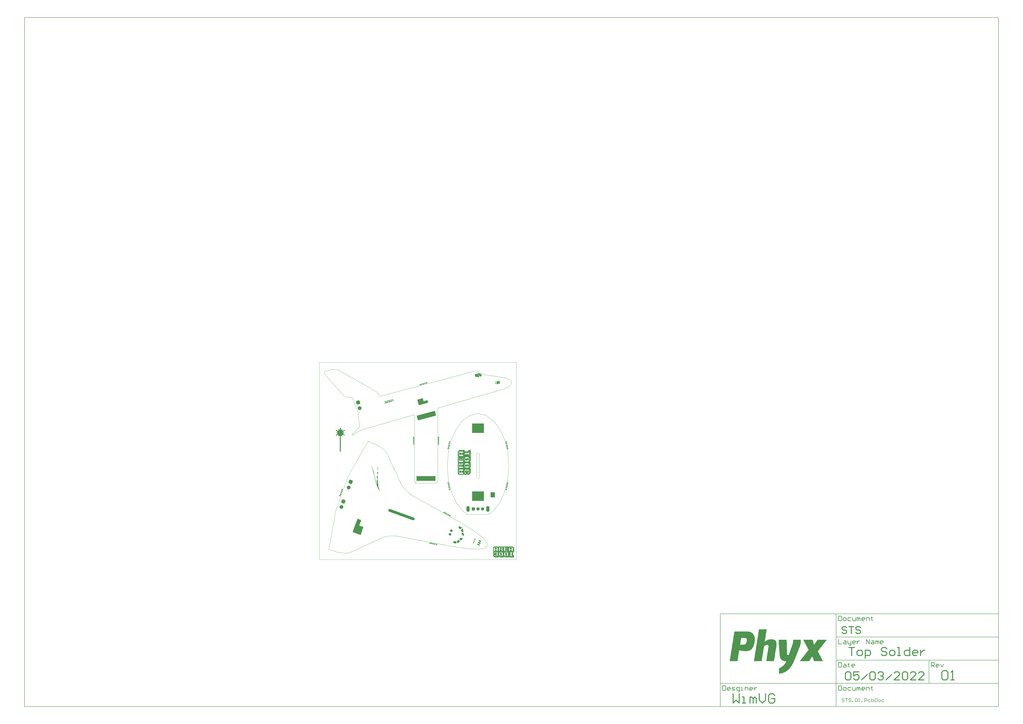
<source format=gts>
G04*
G04 #@! TF.GenerationSoftware,Altium Limited,Altium Designer,22.2.1 (43)*
G04*
G04 Layer_Color=8388736*
%FSLAX25Y25*%
%MOIN*%
G70*
G04*
G04 #@! TF.SameCoordinates,09E568D2-82FC-486A-A2B8-6DB2FCDF8EDF*
G04*
G04*
G04 #@! TF.FilePolarity,Negative*
G04*
G01*
G75*
%ADD10C,0.01575*%
%ADD11C,0.00787*%
%ADD13C,0.00039*%
%ADD21C,0.00394*%
%ADD22C,0.00984*%
%ADD26C,0.02362*%
%ADD35R,0.07480X0.08661*%
G04:AMPARAMS|DCode=36|XSize=318.9mil|YSize=82.68mil|CornerRadius=0mil|HoleSize=0mil|Usage=FLASHONLY|Rotation=15.000|XOffset=0mil|YOffset=0mil|HoleType=Round|Shape=Rectangle|*
%AMROTATEDRECTD36*
4,1,4,-0.14332,-0.08120,-0.16472,-0.00134,0.14332,0.08120,0.16472,0.00134,-0.14332,-0.08120,0.0*
%
%ADD36ROTATEDRECTD36*%

%ADD37R,0.31890X0.08268*%
%ADD38R,0.01968X0.04331*%
%ADD39R,0.20079X0.16142*%
G04:AMPARAMS|DCode=40|XSize=476.38mil|YSize=47.24mil|CornerRadius=0mil|HoleSize=0mil|Usage=FLASHONLY|Rotation=160.000|XOffset=0mil|YOffset=0mil|HoleType=Round|Shape=Round|*
%AMOVALD40*
21,1,0.42913,0.04724,0.00000,0.00000,160.0*
1,1,0.04724,0.20163,-0.07339*
1,1,0.04724,-0.20163,0.07339*
%
%ADD40OVALD40*%

G04:AMPARAMS|DCode=41|XSize=64.96mil|YSize=63.94mil|CornerRadius=0mil|HoleSize=0mil|Usage=FLASHONLY|Rotation=250.000|XOffset=0mil|YOffset=0mil|HoleType=Round|Shape=Round|*
%AMOVALD41*
21,1,0.00102,0.06394,0.00000,0.00000,250.0*
1,1,0.06394,0.00018,0.00048*
1,1,0.06394,-0.00018,-0.00048*
%
%ADD41OVALD41*%

G04:AMPARAMS|DCode=42|XSize=64.96mil|YSize=63.94mil|CornerRadius=16.97mil|HoleSize=0mil|Usage=FLASHONLY|Rotation=70.000|XOffset=0mil|YOffset=0mil|HoleType=Round|Shape=RoundedRectangle|*
%AMROUNDEDRECTD42*
21,1,0.06496,0.03000,0,0,70.0*
21,1,0.03102,0.06394,0,0,70.0*
1,1,0.03394,0.01940,0.00945*
1,1,0.03394,0.00879,-0.01971*
1,1,0.03394,-0.01940,-0.00945*
1,1,0.03394,-0.00879,0.01971*
%
%ADD42ROUNDEDRECTD42*%
G04:AMPARAMS|DCode=43|XSize=64.96mil|YSize=63.94mil|CornerRadius=16.97mil|HoleSize=0mil|Usage=FLASHONLY|Rotation=105.000|XOffset=0mil|YOffset=0mil|HoleType=Round|Shape=RoundedRectangle|*
%AMROUNDEDRECTD43*
21,1,0.06496,0.03000,0,0,105.0*
21,1,0.03102,0.06394,0,0,105.0*
1,1,0.03394,0.01047,0.01887*
1,1,0.03394,0.01850,-0.01110*
1,1,0.03394,-0.01047,-0.01887*
1,1,0.03394,-0.01850,0.01110*
%
%ADD43ROUNDEDRECTD43*%
G04:AMPARAMS|DCode=44|XSize=64.96mil|YSize=63.94mil|CornerRadius=0mil|HoleSize=0mil|Usage=FLASHONLY|Rotation=285.000|XOffset=0mil|YOffset=0mil|HoleType=Round|Shape=Round|*
%AMOVALD44*
21,1,0.00102,0.06394,0.00000,0.00000,285.0*
1,1,0.06394,-0.00013,0.00049*
1,1,0.06394,0.00013,-0.00049*
%
%ADD44OVALD44*%

G04:AMPARAMS|DCode=45|XSize=90.55mil|YSize=51.18mil|CornerRadius=13.78mil|HoleSize=0mil|Usage=FLASHONLY|Rotation=90.000|XOffset=0mil|YOffset=0mil|HoleType=Round|Shape=RoundedRectangle|*
%AMROUNDEDRECTD45*
21,1,0.09055,0.02362,0,0,90.0*
21,1,0.06299,0.05118,0,0,90.0*
1,1,0.02756,0.01181,0.03150*
1,1,0.02756,0.01181,-0.03150*
1,1,0.02756,-0.01181,-0.03150*
1,1,0.02756,-0.01181,0.03150*
%
%ADD45ROUNDEDRECTD45*%
%ADD46C,0.05512*%
G04:AMPARAMS|DCode=47|XSize=55.12mil|YSize=55.12mil|CornerRadius=14.76mil|HoleSize=0mil|Usage=FLASHONLY|Rotation=0.000|XOffset=0mil|YOffset=0mil|HoleType=Round|Shape=RoundedRectangle|*
%AMROUNDEDRECTD47*
21,1,0.05512,0.02559,0,0,0.0*
21,1,0.02559,0.05512,0,0,0.0*
1,1,0.02953,0.01280,-0.01280*
1,1,0.02953,-0.01280,-0.01280*
1,1,0.02953,-0.01280,0.01280*
1,1,0.02953,0.01280,0.01280*
%
%ADD47ROUNDEDRECTD47*%
G36*
X251457Y296991D02*
X251473Y296982D01*
X251578Y296975D01*
X251578D01*
X251578Y296975D01*
X251579Y296975D01*
X251580D01*
X251581Y296975D01*
X251581Y296975D01*
X251634Y296979D01*
X251705Y296965D01*
X251729Y296960D01*
X251729Y296960D01*
X251729Y296960D01*
X251729Y296959D01*
X251730Y296959D01*
X251730Y296959D01*
X251730Y296959D01*
X251811Y296948D01*
X251860Y296928D01*
X251860D01*
X251864Y296927D01*
X251888Y296922D01*
X251888Y296922D01*
X251890Y296922D01*
X251947Y296915D01*
X251983Y296903D01*
X251983Y296903D01*
X251985Y296902D01*
X252007Y296898D01*
X252070Y296870D01*
X252070Y296870D01*
X252075Y296869D01*
X252098Y296864D01*
X252172Y296844D01*
X252172Y296844D01*
X252186Y296831D01*
X252259Y296806D01*
X252285Y296791D01*
X252366Y296744D01*
X252394Y296728D01*
X252475Y296681D01*
X252514Y296659D01*
X252557Y296625D01*
Y296625D01*
X252559Y296624D01*
X252613Y296593D01*
X252710Y296528D01*
X252710Y296528D01*
X252710Y296528D01*
X252710Y296528D01*
X252711Y296527D01*
X252711Y296527D01*
X252711Y296527D01*
X252711Y296527D01*
X252711Y296527D01*
X252710Y296528D01*
X252710Y296528D01*
X252710Y296528D01*
X252711Y296527D01*
X253111Y296278D01*
X253398Y296103D01*
X253969Y295728D01*
X254459Y295400D01*
X254861Y295141D01*
X255451Y294737D01*
X255522Y294687D01*
X255620Y294621D01*
X255747Y294530D01*
X255849Y294444D01*
X255987Y294311D01*
X256071Y294209D01*
X256147Y294094D01*
X256194Y294004D01*
X256197Y294000D01*
X256210Y293985D01*
X256226Y293926D01*
X256254Y293821D01*
X256254Y293653D01*
X256247Y293597D01*
X256212Y293476D01*
X256178Y293401D01*
X256145Y293359D01*
X256145Y293359D01*
X256145Y293359D01*
X256145Y293359D01*
X256144Y293358D01*
X256144Y293358D01*
X256144Y293358D01*
X255727Y292729D01*
X255614Y292550D01*
Y292550D01*
X255614Y292549D01*
X255614Y292549D01*
X255614Y292549D01*
X255614Y292549D01*
X255613Y292548D01*
X255606Y292536D01*
X255526Y292412D01*
X255467Y292327D01*
X255371Y292175D01*
X255290Y292050D01*
X255140Y291838D01*
X255140Y291838D01*
X255137Y291820D01*
X255137Y291819D01*
X254930Y291506D01*
X254817Y291326D01*
X254817Y291325D01*
X254796Y291289D01*
X254796Y291289D01*
X254774Y291282D01*
X254721Y291222D01*
X254721Y291222D01*
X254719Y291219D01*
X254714Y291210D01*
X254630Y291154D01*
Y291154D01*
X254628Y291153D01*
X254612Y291138D01*
X254544Y291110D01*
X254300Y291044D01*
X254203Y291029D01*
X254148Y291026D01*
X254014Y291024D01*
X253992Y291028D01*
X253992Y291028D01*
X253990Y291028D01*
X253860Y291040D01*
X253860Y291040D01*
X253853Y291039D01*
X253836Y291035D01*
X253770Y291048D01*
X253531Y291132D01*
X253167Y291297D01*
X253155Y291304D01*
X253154Y291305D01*
X253154D01*
X253152Y291306D01*
X252907Y291411D01*
X252787Y291481D01*
X252660Y291572D01*
X252602Y291623D01*
X252527Y291701D01*
X252525Y291706D01*
X252525Y291706D01*
X252521Y291714D01*
X252420Y291836D01*
X252098Y292266D01*
X252098Y292266D01*
X252095Y292269D01*
X252068Y292293D01*
X252030Y292349D01*
X252030Y292350D01*
X252030Y292350D01*
X252030Y292349D01*
X252030Y292350D01*
X252030Y292350D01*
X252030Y292350D01*
X252030Y292351D01*
X252029Y292351D01*
X251958Y292446D01*
X251922Y292494D01*
X251815Y292637D01*
X251744Y292733D01*
X251744Y292733D01*
X251743Y292734D01*
X251693Y292790D01*
X251678Y292807D01*
X251621Y292894D01*
X251621Y292894D01*
X251620Y292895D01*
X251532Y293009D01*
X251458Y293115D01*
X251458Y293115D01*
X251457Y293116D01*
X251339Y293256D01*
X251268Y293351D01*
X251194Y293458D01*
X251139Y293534D01*
X251139Y293534D01*
X251137Y293536D01*
X251089Y293591D01*
X250734Y294058D01*
X250492Y294361D01*
X250206Y294743D01*
X249870Y295182D01*
X249701Y295388D01*
X249517Y295691D01*
X249485Y295771D01*
X249474Y295810D01*
X249474Y295853D01*
X249474Y295853D01*
X249473Y295858D01*
X249465Y295887D01*
X249469Y295954D01*
X249469Y295954D01*
X249469Y295954D01*
X249469Y295954D01*
X249469Y295954D01*
X249469Y295955D01*
Y295955D01*
X249469Y295960D01*
X249468Y295961D01*
X249464Y295978D01*
X249468Y296043D01*
X249472Y296064D01*
X249492Y296114D01*
X249492Y296114D01*
X249493Y296122D01*
X249493Y296128D01*
X249492Y296131D01*
X249509Y296175D01*
X249516Y296187D01*
X249516Y296187D01*
X249519Y296194D01*
X249528Y296239D01*
X249534Y296249D01*
X249550Y296276D01*
X249564Y296301D01*
X249580Y296315D01*
X249580Y296315D01*
X249586Y296324D01*
X249597Y296357D01*
X249639Y296400D01*
X249639D01*
X249642Y296405D01*
X249648Y296415D01*
X249699Y296461D01*
X249737Y296482D01*
X249857Y296548D01*
X249857D01*
X249859Y296549D01*
X249886Y296567D01*
X250104Y296647D01*
X250104Y296647D01*
X250112Y296648D01*
X250783Y296842D01*
X250783D01*
X250786Y296843D01*
X250857Y296873D01*
X251221Y296971D01*
X251227Y296967D01*
X251242Y296965D01*
X251361Y296985D01*
X251457Y296991D01*
Y296991D01*
D02*
G37*
G36*
X251112Y296941D02*
X251176Y296958D01*
X251221Y296971D01*
X251112Y296941D01*
D02*
G37*
G36*
X247898Y295985D02*
X247899Y295985D01*
X247900Y295985D01*
X247900Y295985D01*
X247900Y295985D01*
X247997Y295965D01*
X248055Y295958D01*
X248056Y295958D01*
X248057Y295958D01*
X248058Y295957D01*
X248059Y295957D01*
X248059Y295957D01*
X248059Y295957D01*
X248211Y295906D01*
X248212Y295905D01*
X248300Y295872D01*
X248456Y295810D01*
X248456Y295810D01*
X248457Y295809D01*
X248457Y295809D01*
X248458Y295809D01*
X248458Y295809D01*
X248458Y295809D01*
X248539Y295762D01*
X248603Y295734D01*
X248603Y295734D01*
X248604Y295733D01*
X248605Y295733D01*
X248605Y295733D01*
X248606Y295732D01*
X248606Y295732D01*
X248744Y295644D01*
X248811Y295605D01*
X248812Y295604D01*
X248814Y295603D01*
X248815Y295602D01*
X248816Y295601D01*
X248817Y295600D01*
X248817Y295600D01*
X248831Y295584D01*
X248855Y295571D01*
X248855Y295570D01*
X248855Y295570D01*
X248856Y295570D01*
X248856Y295569D01*
X248857Y295569D01*
X248857Y295569D01*
X248927Y295519D01*
X248928Y295519D01*
X248928Y295519D01*
X248929Y295518D01*
X248930Y295517D01*
X248930Y295517D01*
X248930Y295517D01*
X248993Y295454D01*
X248994Y295453D01*
X248994Y295453D01*
X249010Y295434D01*
X249010Y295434D01*
X249011Y295434D01*
X249011Y295434D01*
X249011Y295433D01*
X249011Y295433D01*
X249011Y295433D01*
X249063Y295367D01*
X249063Y295367D01*
X249063Y295367D01*
X249064Y295367D01*
X249064Y295366D01*
X249064Y295366D01*
X249064Y295366D01*
X249138Y295260D01*
X249476Y294811D01*
X250054Y294071D01*
X250369Y293663D01*
X250543Y293445D01*
X250543Y293444D01*
X250650Y293301D01*
X250721Y293206D01*
X250770Y293151D01*
X250770Y293151D01*
X250771Y293150D01*
X250771Y293150D01*
X250771Y293149D01*
X250771Y293149D01*
X250771Y293149D01*
X250845Y293043D01*
X250930Y292940D01*
X251002Y292844D01*
X251003Y292843D01*
X251004Y292842D01*
X251005Y292840D01*
X251005Y292838D01*
X251006Y292837D01*
X251006Y292837D01*
X251008Y292830D01*
X251093Y292720D01*
X251158Y292646D01*
X251158Y292646D01*
X251158Y292646D01*
X251159Y292645D01*
X251159Y292645D01*
X251159Y292645D01*
X251159Y292645D01*
X251233Y292539D01*
X251269Y292491D01*
X251321Y292425D01*
X251425Y292292D01*
X251546Y292141D01*
X251654Y291998D01*
X251755Y291876D01*
X251755Y291876D01*
X251755Y291875D01*
X251756Y291875D01*
X251756Y291874D01*
X251756Y291874D01*
X251756Y291874D01*
X251814Y291787D01*
X251869Y291710D01*
X251869Y291710D01*
X251869Y291709D01*
X251870Y291709D01*
X251870Y291708D01*
X251870Y291708D01*
X251870Y291708D01*
X251892Y291668D01*
X251892Y291668D01*
X251893Y291667D01*
X251893Y291667D01*
X251893Y291666D01*
X251893Y291666D01*
X251893Y291666D01*
X251924Y291594D01*
X251924Y291594D01*
X251925Y291592D01*
Y291592D01*
X251924Y291594D01*
X251924Y291594D01*
X251924Y291594D01*
X251924Y291594D01*
X251924Y291594D01*
X251924Y291594D01*
X251924Y291593D01*
X251924Y291592D01*
X251925Y291592D01*
X251925Y291592D01*
X251925Y291592D01*
X251925Y291591D01*
X251925Y291591D01*
X251925Y291591D01*
X251925Y291591D01*
X251925Y291590D01*
X251925Y291590D01*
X251954Y291484D01*
X251974Y291409D01*
X251982Y291377D01*
X251982Y291376D01*
X251982Y291376D01*
X251983Y291375D01*
X251983Y291375D01*
X251983Y291374D01*
X251983Y291374D01*
X251998Y291275D01*
X251998Y291275D01*
X251998Y291274D01*
X251998Y291273D01*
X251998Y291272D01*
X251998Y291272D01*
X251998Y291271D01*
X251998Y291271D01*
X251994Y291201D01*
Y291201D01*
X251994Y291201D01*
X251994Y291200D01*
X251994Y291200D01*
X251994Y291200D01*
X251994Y291200D01*
X251980Y291082D01*
X251980Y291084D01*
X251980Y291084D01*
X251980Y291082D01*
X251980Y291082D01*
Y291082D01*
X251980Y291081D01*
X251980Y291082D01*
X251980Y291082D01*
X251980Y291081D01*
X251980Y291081D01*
X251980Y291081D01*
X251980Y291081D01*
X251980Y291081D01*
X251980Y291080D01*
X251980D01*
X251979Y291080D01*
X251980Y291080D01*
X251980Y291080D01*
X251980D01*
X251979Y291078D01*
X251979Y291078D01*
X251979Y291080D01*
X251979Y291079D01*
X251979Y291078D01*
X251979Y291078D01*
X251979Y291078D01*
X251956Y290992D01*
X251956Y290991D01*
X251956Y290991D01*
X251956Y290990D01*
X251956Y290989D01*
X251955Y290989D01*
X251955Y290989D01*
X251906Y290873D01*
X251906Y290873D01*
X251906Y290872D01*
X251906Y290872D01*
X251906Y290871D01*
X251905Y290871D01*
X251905Y290871D01*
X251822Y290711D01*
X251822Y290710D01*
X251821Y290709D01*
X251821Y290709D01*
X251820Y290708D01*
X251820Y290707D01*
X251820Y290707D01*
X251683Y290533D01*
X251683Y290533D01*
X251682Y290532D01*
X251681Y290531D01*
X251681Y290530D01*
X251680Y290530D01*
X251680Y290530D01*
X251569Y290432D01*
X251477Y290349D01*
X251476Y290349D01*
X251476Y290349D01*
X251476Y290349D01*
X251476Y290349D01*
X251476Y290349D01*
X251476Y290349D01*
X251476Y290349D01*
X251476Y290349D01*
X251475Y290348D01*
X251476Y290349D01*
X251476Y290349D01*
X251410Y290297D01*
X251409Y290296D01*
X251408Y290295D01*
X251407Y290295D01*
X251405Y290294D01*
X251405Y290294D01*
X251405Y290294D01*
X251345Y290266D01*
X251317Y290248D01*
X251317Y290248D01*
X251317Y290248D01*
X251314Y290246D01*
X251141Y290166D01*
X251141Y290165D01*
X251140Y290165D01*
X251139Y290165D01*
X251138Y290164D01*
X251137Y290164D01*
X251137D01*
X251030Y290136D01*
X251030Y290135D01*
X251029Y290135D01*
X251027Y290135D01*
X251026Y290135D01*
X251026Y290135D01*
X251026Y290135D01*
X250878Y290130D01*
X250833Y290129D01*
X250766Y290123D01*
X250766Y290123D01*
X250766Y290123D01*
X250765Y290123D01*
X250764Y290122D01*
X250764D01*
X250638Y290123D01*
X250638D01*
X250638Y290123D01*
X250637Y290123D01*
X250635Y290123D01*
X250634Y290123D01*
X250634Y290124D01*
X250634D01*
X250586Y290133D01*
X250493Y290142D01*
X250304Y290161D01*
X250304Y290161D01*
X250304Y290161D01*
X250303Y290161D01*
X250304Y290161D01*
X250304Y290161D01*
X250304Y290161D01*
X250304Y290161D01*
X250303Y290161D01*
X249973Y290208D01*
X249967Y290207D01*
X249966Y290206D01*
X249965Y290206D01*
X249963Y290206D01*
X249962Y290206D01*
X249961Y290206D01*
X249961Y290206D01*
X249960Y290206D01*
X249960Y290206D01*
X249959Y290206D01*
X249959Y290206D01*
X249959Y290206D01*
X249603Y290248D01*
X249321Y290276D01*
X249108Y290299D01*
X249108Y290299D01*
X249107Y290299D01*
X249108Y290299D01*
X249107Y290299D01*
X248822Y290337D01*
X248634Y290356D01*
X248361Y290386D01*
X248267Y290395D01*
X248266Y290395D01*
X248266Y290395D01*
X248075Y290424D01*
X247779Y290460D01*
X247567Y290483D01*
X247417Y290488D01*
X247417Y290488D01*
X247416Y290489D01*
X247415Y290489D01*
X247415Y290489D01*
X247414Y290489D01*
Y290489D01*
X247199Y290523D01*
X246927Y290553D01*
X246526Y290595D01*
X246525Y290595D01*
X246525D01*
X246108Y290655D01*
X246108Y290655D01*
X246107Y290655D01*
X246106Y290655D01*
X246105Y290655D01*
X246104Y290656D01*
X246104Y290656D01*
X245791Y290755D01*
X245790Y290755D01*
X245789Y290756D01*
X245789Y290756D01*
X245788Y290756D01*
X245788Y290756D01*
X245788D01*
X245576Y290861D01*
X245470Y290913D01*
X245470Y290913D01*
X245469Y290913D01*
X245468Y290914D01*
X245467Y290914D01*
X245467Y290914D01*
X245467D01*
X245410Y290956D01*
X245410Y290956D01*
X245410Y290957D01*
X245409Y290957D01*
X245409Y290957D01*
X245409Y290957D01*
X245409Y290957D01*
X245292Y291052D01*
X245291Y291053D01*
X245291Y291053D01*
X245215Y291124D01*
X245214Y291124D01*
X245214Y291124D01*
X245214Y291125D01*
X245214Y291125D01*
X245214Y291125D01*
X245214Y291125D01*
X245105Y291233D01*
X245104Y291234D01*
X245102Y291236D01*
X245100Y291239D01*
X245099Y291241D01*
X245099Y291243D01*
X245099Y291243D01*
X245097Y291250D01*
X245038Y291346D01*
X245036Y291348D01*
X245036Y291348D01*
X244983Y291460D01*
X244983Y291461D01*
X244983Y291461D01*
X244983Y291461D01*
X244983Y291462D01*
X244983Y291462D01*
X244940Y291577D01*
X244940Y291577D01*
X244940Y291578D01*
X244940Y291578D01*
X244940Y291579D01*
X244940Y291579D01*
Y291579D01*
X244923Y291643D01*
X244894Y291750D01*
X244894Y291751D01*
X244894Y291751D01*
X244894Y291752D01*
X244894Y291753D01*
X244893Y291753D01*
Y291753D01*
X244872Y291919D01*
X244872Y291919D01*
X244872Y291920D01*
X244872Y291921D01*
X244872Y291922D01*
X244872Y291922D01*
X244872Y291922D01*
X244870Y292185D01*
X244864Y292677D01*
X244844Y293567D01*
X244827Y294101D01*
X244817Y294224D01*
X244817Y294226D01*
Y294226D01*
X244818Y294307D01*
X244818Y294308D01*
X244818Y294309D01*
X244818Y294309D01*
X244818Y294310D01*
X244818Y294311D01*
X244818Y294311D01*
X244823Y294333D01*
X244824Y294411D01*
X244818Y294477D01*
X244818Y294477D01*
X244818Y294479D01*
X244818Y294481D01*
X244818Y294482D01*
X244818Y294483D01*
X244818Y294483D01*
X244823Y294507D01*
X244828Y294529D01*
X244824Y294583D01*
X244824Y294583D01*
X244824Y294584D01*
X244824Y294585D01*
X244824Y294587D01*
X244824Y294587D01*
X244824Y294587D01*
X244846Y294719D01*
X244847Y294720D01*
X244847Y294722D01*
X244848Y294724D01*
X244848Y294726D01*
X244849Y294727D01*
X244849Y294727D01*
X244879Y294779D01*
X244904Y294853D01*
X244904Y294853D01*
X244905Y294855D01*
X244906Y294857D01*
X244907Y294858D01*
X244908Y294859D01*
Y294859D01*
X245010Y294989D01*
X245060Y295060D01*
X245061Y295062D01*
X245061Y295062D01*
X245166Y295181D01*
X245193Y295212D01*
X245193Y295212D01*
X245194Y295213D01*
X245195Y295214D01*
X245196Y295214D01*
X245196Y295215D01*
X245196Y295215D01*
X245292Y295286D01*
X245293Y295287D01*
X245398Y295361D01*
X245399Y295361D01*
X245400Y295362D01*
X245401Y295362D01*
X245402Y295363D01*
X245402Y295363D01*
X245402Y295363D01*
X245608Y295453D01*
X245669Y295480D01*
X245669Y295481D01*
X245670Y295481D01*
X245670Y295481D01*
X245671Y295481D01*
X245671Y295481D01*
X245671Y295481D01*
X245871Y295546D01*
X245873Y295547D01*
X245873Y295547D01*
X247201Y295903D01*
X247202Y295903D01*
X247494Y295970D01*
X247494Y295970D01*
X247496Y295970D01*
X247497Y295970D01*
X247499Y295970D01*
X247500Y295970D01*
X247500Y295970D01*
X247533Y295968D01*
X247722Y295985D01*
X247722Y295985D01*
X247723Y295985D01*
X247723Y295985D01*
X247724Y295985D01*
X247724Y295985D01*
X247724Y295985D01*
X247896Y295985D01*
X247897Y295985D01*
X247898Y295985D01*
D02*
G37*
G36*
X251476Y290349D02*
X251476Y290349D01*
X251476Y290349D01*
X251476Y290349D01*
X251477Y290349D01*
X251476Y290349D01*
D02*
G37*
G36*
X251476Y290349D02*
X251476Y290349D01*
X251476Y290349D01*
X251476Y290349D01*
X251476Y290349D01*
X251476Y290349D01*
X251476Y290349D01*
D02*
G37*
G36*
X251317Y290248D02*
X251316Y290248D01*
X251317Y290248D01*
X251317Y290248D01*
X251317Y290248D01*
X251317Y290248D01*
X251317Y290248D01*
D02*
G37*
G36*
X251316Y290248D02*
X251316Y290247D01*
X251315Y290247D01*
X251315Y290247D01*
X251315Y290247D01*
X251315D01*
X251315Y290247D01*
X251316Y290248D01*
X251316Y290248D01*
D02*
G37*
G36*
X279417Y283450D02*
X279625Y283276D01*
X279747Y283033D01*
X279770Y282776D01*
X279753Y282642D01*
X279618Y282407D01*
X279403Y282242D01*
X279142Y282172D01*
X278874Y282208D01*
X278640Y282344D01*
X278476Y282559D01*
X278407Y282821D01*
X278425Y282955D01*
Y282955D01*
X278510Y283196D01*
X278897Y283506D01*
X279155Y283529D01*
X279417Y283450D01*
D02*
G37*
G36*
X279904Y280617D02*
X280050Y280532D01*
X280257Y280358D01*
X280366Y280123D01*
X280392Y279855D01*
X280297Y279611D01*
X280131Y279417D01*
X279888Y279295D01*
X279641Y279275D01*
X279389Y279356D01*
X279182Y279530D01*
X279060Y279773D01*
X279047Y280034D01*
D01*
Y280034D01*
Y280034D01*
X279067Y280202D01*
X279263Y280478D01*
X279566Y280628D01*
X279904Y280617D01*
D02*
G37*
G36*
X285297Y284681D02*
X285657Y284410D01*
X285926Y284047D01*
X286335Y283249D01*
X286653Y282405D01*
X286881Y281513D01*
X286917Y280605D01*
X286755Y279712D01*
X286590Y279300D01*
X286316Y278951D01*
X285943Y278714D01*
X285516Y278679D01*
X285102Y278855D01*
X284777Y279170D01*
X284649Y279347D01*
X284447Y279734D01*
X284304Y280147D01*
X284223Y280576D01*
X284214Y280794D01*
X284214D01*
X284203Y280916D01*
X284189Y281159D01*
X284183Y281403D01*
X284187Y281647D01*
X284192Y281769D01*
X284202Y281991D01*
X284243Y282432D01*
X284304Y282870D01*
X284386Y283306D01*
X284437Y283521D01*
X284437Y283521D01*
X284661Y284316D01*
X284887Y284629D01*
X285073Y284702D01*
X285297Y284681D01*
D02*
G37*
G36*
X282462Y283910D02*
X282814Y283626D01*
X283081Y283273D01*
X283481Y282462D01*
X283810Y281620D01*
X284024Y280736D01*
X284061Y279828D01*
X283896Y278945D01*
X283730Y278534D01*
X283467Y278188D01*
X283095Y277950D01*
X282668Y277916D01*
X282256Y278081D01*
X281923Y278382D01*
X281522Y279193D01*
X281362Y280092D01*
X281336Y281003D01*
X281417Y281897D01*
X281581Y282744D01*
X281812Y283552D01*
X282049Y283868D01*
X282236Y283941D01*
X282462Y283910D01*
D02*
G37*
G36*
X101925Y251072D02*
X99881Y250524D01*
X99879Y250524D01*
X99877Y250523D01*
X99875Y250523D01*
X99873Y250522D01*
X99871Y250521D01*
X99869Y250521D01*
X99867Y250520D01*
X99865Y250520D01*
X99863Y250519D01*
X99861Y250519D01*
X99859Y250518D01*
X99857Y250518D01*
X99856Y250517D01*
X99854Y250517D01*
X99852Y250516D01*
X99850Y250516D01*
X99848Y250515D01*
X99846Y250515D01*
X99844Y250514D01*
X99843Y250513D01*
X99841Y250513D01*
X99839Y250512D01*
X99837Y250512D01*
X99835Y250511D01*
X99834Y250511D01*
X99832Y250510D01*
X99830Y250510D01*
X99828Y250509D01*
X99826Y250508D01*
X99825Y250508D01*
X99823Y250507D01*
X99821Y250507D01*
X99819Y250506D01*
X99818Y250506D01*
X99816Y250505D01*
X99814Y250504D01*
X99813Y250504D01*
X99811Y250503D01*
X99809Y250503D01*
X99807Y250502D01*
X99806Y250502D01*
X99804Y250501D01*
X99802Y250500D01*
X99801Y250500D01*
X99799Y250499D01*
X99797Y250499D01*
X99796Y250498D01*
X99794Y250498D01*
X99793Y250497D01*
X99791Y250497D01*
X99789Y250496D01*
X99788Y250495D01*
X99786Y250495D01*
X99785Y250494D01*
X99783Y250494D01*
X99782Y250493D01*
X99780Y250492D01*
X99778Y250492D01*
X99777Y250491D01*
X99775Y250491D01*
X99774Y250490D01*
X99772Y250489D01*
X99771Y250489D01*
X99769Y250488D01*
X99768Y250488D01*
X99766Y250487D01*
X99765Y250486D01*
X99763Y250486D01*
X99762Y250485D01*
X99760Y250485D01*
X99759Y250484D01*
X99757Y250483D01*
X99756Y250483D01*
X99755Y250482D01*
X99753Y250482D01*
X99752Y250481D01*
X99750Y250480D01*
X99749Y250480D01*
X99748Y250479D01*
X99746Y250479D01*
X99745Y250478D01*
X99743Y250477D01*
X99742Y250477D01*
X99741Y250476D01*
X99739Y250476D01*
X99738Y250475D01*
X99737Y250474D01*
X99735Y250474D01*
X99734Y250473D01*
X99733Y250472D01*
X99731Y250472D01*
X99730Y250471D01*
X99729Y250470D01*
X99727Y250470D01*
X99726Y250469D01*
X99724Y250468D01*
X99722Y250467D01*
X99721Y250467D01*
X99719Y250466D01*
X99718Y250465D01*
X99716Y250464D01*
X99715Y250463D01*
X99713Y250463D01*
X99712Y250462D01*
X99710Y250461D01*
X99708Y250460D01*
X99707Y250459D01*
X99705Y250459D01*
X99704Y250458D01*
X99703Y250457D01*
X99701Y250456D01*
X99700Y250455D01*
X99698Y250454D01*
X99697Y250453D01*
X99695Y250453D01*
X99694Y250452D01*
X99692Y250451D01*
X99691Y250450D01*
X99690Y250449D01*
X99688Y250448D01*
X99687Y250448D01*
X99685Y250447D01*
X99684Y250446D01*
X99682Y250444D01*
X99681Y250443D01*
X99679Y250442D01*
X99677Y250441D01*
X99676Y250440D01*
X99674Y250439D01*
X99673Y250438D01*
X99671Y250437D01*
X99670Y250436D01*
X99668Y250435D01*
X99666Y250433D01*
X99664Y250432D01*
X99663Y250431D01*
X99661Y250430D01*
X99659Y250428D01*
X99657Y250427D01*
X99656Y250425D01*
X99654Y250424D01*
X99652Y250422D01*
X99650Y250420D01*
X99648Y250419D01*
X99645Y250417D01*
X99643Y250415D01*
X99641Y250413D01*
X99638Y250410D01*
X99635Y250407D01*
X99632Y250404D01*
X99632Y250404D01*
X99631Y250403D01*
X99630Y250402D01*
X99629Y250401D01*
X99628Y250400D01*
X99627Y250400D01*
X99627Y250400D01*
X99626Y250398D01*
X99623Y250395D01*
X99620Y250392D01*
X99617Y250389D01*
X99616Y250387D01*
X99615Y250386D01*
X99613Y250384D01*
X99611Y250381D01*
X99610Y250379D01*
X99609Y250378D01*
X99608Y250377D01*
X99607Y250376D01*
X99606Y250375D01*
X99606Y250374D01*
X99605Y250373D01*
X99603Y250370D01*
X99600Y250367D01*
X99598Y250364D01*
X99597Y250361D01*
X99595Y250359D01*
X99594Y250357D01*
X99593Y250355D01*
X99591Y250353D01*
X99590Y250351D01*
X99589Y250348D01*
X99589Y250348D01*
X99588Y250348D01*
X99588Y250346D01*
X99587Y250345D01*
X99586Y250344D01*
X99585Y250343D01*
X99585Y250341D01*
X99583Y250338D01*
X99581Y250334D01*
X99579Y250331D01*
X99578Y250329D01*
X99578Y250328D01*
X99577Y250326D01*
X99576Y250324D01*
X99575Y250322D01*
X99574Y250321D01*
X99574Y250321D01*
X99574Y250320D01*
X99573Y250318D01*
X99572Y250316D01*
X99572Y250314D01*
X99571Y250313D01*
X99571Y250313D01*
X99571Y250313D01*
X99570Y250311D01*
X99570Y250310D01*
X99569Y250308D01*
X99569Y250308D01*
X99569Y250307D01*
X99568Y250306D01*
X99568Y250304D01*
X99567Y250303D01*
X99567Y250302D01*
X99567Y250302D01*
X99566Y250300D01*
X99566Y250299D01*
X99565Y250298D01*
X99565Y250297D01*
X99563Y250292D01*
X99562Y250288D01*
X99561Y250283D01*
X99559Y250279D01*
X99558Y250275D01*
X99557Y250271D01*
X99556Y250267D01*
X99555Y250264D01*
X99555Y250260D01*
X99554Y250256D01*
X99553Y250253D01*
X99553Y250250D01*
X99552Y250246D01*
X99551Y250243D01*
X99551Y250240D01*
X99550Y250236D01*
X99550Y250233D01*
X99550Y250230D01*
X99549Y250227D01*
X99549Y250224D01*
X99549Y250221D01*
X99548Y250218D01*
X99548Y250215D01*
X99548Y250212D01*
X99548Y250208D01*
X99547Y250205D01*
X99547Y250202D01*
X99547Y250199D01*
X99547Y250196D01*
X99547Y250193D01*
X99547Y250190D01*
X99547Y250187D01*
X99547Y250184D01*
X99547Y250181D01*
X99547Y250178D01*
X99547Y250175D01*
X99547Y250172D01*
X99547Y250169D01*
X99547Y250167D01*
X99547Y250164D01*
X99547Y250161D01*
X99548Y250158D01*
X99548Y250155D01*
X99548Y250153D01*
X99548Y250150D01*
X99548Y250147D01*
X99549Y250144D01*
X99549Y250141D01*
X99549Y250138D01*
X99549Y250136D01*
X99550Y250133D01*
X99550Y250130D01*
X99550Y250127D01*
X99551Y250124D01*
X99551Y250120D01*
X99552Y250117D01*
X99552Y250114D01*
X99553Y250111D01*
X99553Y250108D01*
X99554Y250105D01*
X99554Y250101D01*
X99555Y250098D01*
X99555Y250095D01*
X99556Y250092D01*
X99556Y250089D01*
X99557Y250086D01*
X99558Y250082D01*
X99558Y250079D01*
X99559Y250076D01*
X99560Y250073D01*
X99560Y250070D01*
X99561Y250066D01*
X99562Y250063D01*
X99563Y250060D01*
X99564Y250056D01*
X99565Y250053D01*
X99565Y250049D01*
X99566Y250049D01*
X99566Y250048D01*
X99566Y250047D01*
X99566Y250046D01*
X99566Y250045D01*
X99567Y250045D01*
X99567Y250045D01*
X99567Y250044D01*
X99567Y250044D01*
X99567Y250043D01*
X99568Y250040D01*
X99569Y250037D01*
X99569Y250034D01*
X99570Y250031D01*
X99571Y250028D01*
X99572Y250026D01*
X99573Y250023D01*
X99574Y250020D01*
X99575Y250017D01*
X99576Y250014D01*
X99577Y250011D01*
X99578Y250008D01*
X99579Y250005D01*
X99580Y250003D01*
X99581Y250000D01*
X99582Y249997D01*
X99583Y249994D01*
X99584Y249991D01*
X99585Y249989D01*
X99586Y249986D01*
X99587Y249983D01*
X99588Y249981D01*
X99590Y249978D01*
X99591Y249975D01*
X99592Y249973D01*
X99593Y249970D01*
X99594Y249967D01*
X99595Y249965D01*
X99597Y249962D01*
X99598Y249959D01*
X99599Y249957D01*
X99600Y249954D01*
X99602Y249952D01*
X99603Y249949D01*
X99604Y249947D01*
X99606Y249944D01*
X99607Y249942D01*
X99608Y249939D01*
X99610Y249937D01*
X99611Y249935D01*
X99612Y249932D01*
X99614Y249930D01*
X99615Y249928D01*
X99617Y249925D01*
X99618Y249923D01*
X99620Y249920D01*
X99621Y249918D01*
X99623Y249915D01*
X99625Y249913D01*
X99626Y249910D01*
X99628Y249908D01*
X99630Y249906D01*
X99631Y249903D01*
X99633Y249901D01*
X99635Y249899D01*
X99637Y249896D01*
X99639Y249893D01*
X99641Y249891D01*
X99643Y249888D01*
X99645Y249886D01*
X99647Y249884D01*
X99649Y249881D01*
X99651Y249878D01*
X99654Y249876D01*
X99656Y249873D01*
X99659Y249870D01*
X99662Y249868D01*
X99664Y249865D01*
X99667Y249862D01*
X99671Y249859D01*
X99674Y249856D01*
X99674D01*
X99674Y249856D01*
X99675Y249855D01*
X99676Y249854D01*
X99677Y249853D01*
X99678Y249853D01*
X99678Y249852D01*
X99679Y249852D01*
X99680Y249851D01*
X99681Y249850D01*
X99682Y249850D01*
X99682D01*
X99682Y249849D01*
X99683Y249848D01*
X99684Y249847D01*
X99686Y249847D01*
X99686Y249846D01*
X99687Y249846D01*
X99688Y249845D01*
X99689Y249844D01*
X99690Y249843D01*
X99691Y249842D01*
X99692Y249842D01*
X99693Y249841D01*
X99695Y249840D01*
X99696Y249839D01*
X99697Y249838D01*
X99698Y249837D01*
X99700Y249836D01*
X99701Y249835D01*
X99703Y249834D01*
X99704Y249833D01*
Y249833D01*
X99706Y249832D01*
X99709Y249830D01*
X99713Y249828D01*
X99716Y249826D01*
X99718Y249825D01*
X99718Y249825D01*
X99720Y249824D01*
X99721Y249823D01*
X99722Y249822D01*
X99724Y249821D01*
X99726Y249820D01*
X99727Y249820D01*
X99729Y249819D01*
X99731Y249818D01*
X99732Y249817D01*
X99734Y249816D01*
X99736Y249815D01*
X99738Y249814D01*
X99740Y249813D01*
X99742Y249812D01*
X99744Y249811D01*
X99746Y249810D01*
X99749Y249809D01*
X99751Y249808D01*
X99754Y249807D01*
X99757Y249805D01*
X99761Y249804D01*
X99765Y249802D01*
X99765Y249802D01*
X99766Y249802D01*
X99767Y249801D01*
X99769Y249801D01*
X99770Y249800D01*
X99771Y249800D01*
X99773Y249799D01*
X99778Y249797D01*
X99783Y249796D01*
X99789Y249794D01*
X99791Y249793D01*
X99791Y249793D01*
X99792Y249793D01*
X99795Y249792D01*
X99797Y249792D01*
X99800Y249791D01*
X99801Y249791D01*
X99802Y249791D01*
X99803Y249790D01*
X99805Y249790D01*
X99806Y249789D01*
X99807Y249789D01*
X99812Y249788D01*
X99816Y249787D01*
X99819Y249786D01*
X99823Y249786D01*
X99826Y249785D01*
X99829Y249785D01*
X99832Y249784D01*
X99834Y249784D01*
X99837Y249783D01*
X99839Y249783D01*
X99842Y249783D01*
X99844Y249782D01*
X99847Y249782D01*
X99849Y249782D01*
X99851Y249781D01*
X99853Y249781D01*
X99856Y249781D01*
X99857Y249781D01*
X99860Y249781D01*
X99862Y249780D01*
X99864Y249780D01*
X99866Y249780D01*
X99868Y249780D01*
X99870Y249780D01*
X99872Y249780D01*
X99874Y249780D01*
X99876Y249779D01*
X99878Y249779D01*
X99880Y249779D01*
X99882Y249779D01*
X99883Y249779D01*
X99885Y249779D01*
X99887Y249779D01*
X99889Y249779D01*
X99890Y249779D01*
X99892Y249779D01*
X99894Y249779D01*
X99896Y249779D01*
X99898Y249779D01*
X99899Y249779D01*
X99901D01*
X99903Y249779D01*
X99905D01*
X99907Y249779D01*
X99909Y249779D01*
X99910Y249779D01*
X99912Y249779D01*
X99914Y249779D01*
X99916Y249779D01*
X99918Y249779D01*
X99920Y249779D01*
X99922Y249779D01*
X99924Y249779D01*
X99926Y249779D01*
X99928Y249779D01*
X99929Y249780D01*
X99931Y249780D01*
X99933Y249780D01*
X99935Y249780D01*
X99937Y249780D01*
X99939Y249780D01*
X99940Y249780D01*
X99942Y249780D01*
X99943Y249780D01*
X99945Y249781D01*
X99946Y249781D01*
X99948Y249781D01*
X99949Y249781D01*
X99951Y249781D01*
X99952Y249781D01*
X99954Y249781D01*
X99955Y249781D01*
X99957Y249781D01*
X99958Y249782D01*
X99960Y249782D01*
X99962Y249782D01*
X99963Y249782D01*
X99965Y249782D01*
X99966Y249782D01*
X99968Y249783D01*
X99970Y249783D01*
X99971Y249783D01*
X99973Y249783D01*
X99974Y249783D01*
X99976Y249783D01*
X99978Y249784D01*
X99979Y249784D01*
X99981Y249784D01*
X99982Y249784D01*
X99984Y249784D01*
X99986Y249785D01*
X99987Y249785D01*
X99989Y249785D01*
X99991Y249785D01*
X99992Y249785D01*
X99994Y249786D01*
X99996Y249786D01*
X99997Y249786D01*
X99999Y249786D01*
X100001Y249787D01*
X100003Y249787D01*
X100004Y249787D01*
X100006Y249787D01*
X100008Y249788D01*
X100009Y249788D01*
X100011Y249788D01*
X100013Y249788D01*
X100015Y249789D01*
X100016Y249789D01*
X100018Y249789D01*
X100020Y249790D01*
X100022Y249790D01*
X100023Y249790D01*
X100025Y249791D01*
X100027Y249791D01*
X100029Y249791D01*
X100031Y249791D01*
X100032Y249792D01*
X100034Y249792D01*
X100036Y249792D01*
X100038Y249793D01*
X100040Y249793D01*
X100041Y249793D01*
X100043Y249794D01*
X100045Y249794D01*
X100047Y249794D01*
X100049Y249795D01*
X100051Y249795D01*
X100053Y249795D01*
X100055Y249796D01*
X100056Y249796D01*
X100058Y249797D01*
X100060Y249797D01*
X100062Y249797D01*
X100064Y249798D01*
X100066Y249798D01*
X100068Y249798D01*
X100070Y249799D01*
X100072Y249799D01*
X100074Y249799D01*
X100076Y249800D01*
X100078Y249800D01*
X100080Y249801D01*
X100082Y249801D01*
X100084Y249801D01*
X100086Y249802D01*
X100088Y249802D01*
X100090Y249803D01*
X100092Y249803D01*
X100094Y249804D01*
X100096Y249804D01*
X100098Y249805D01*
X100100Y249805D01*
X100102Y249805D01*
X100104Y249806D01*
X100106Y249806D01*
X100108Y249807D01*
X100110Y249807D01*
X100112Y249808D01*
X100114Y249808D01*
X100116Y249809D01*
X100118Y249809D01*
X100120Y249810D01*
X100123Y249810D01*
X100125Y249811D01*
X100127Y249811D01*
X100129Y249812D01*
X100131Y249812D01*
X100133Y249813D01*
X100136Y249813D01*
X100138Y249814D01*
X100140Y249814D01*
X100142Y249815D01*
X100144Y249815D01*
X100146Y249816D01*
X100149Y249816D01*
X100151Y249817D01*
X100153Y249817D01*
X100155Y249818D01*
X100158Y249819D01*
X100160Y249819D01*
X100162Y249820D01*
X100164Y249820D01*
X100167Y249821D01*
X100169Y249821D01*
X100171Y249822D01*
X100173Y249823D01*
X100176Y249823D01*
X100178Y249824D01*
X100180Y249824D01*
X100183Y249825D01*
X100185Y249826D01*
X100188Y249826D01*
X100190Y249827D01*
X100192Y249827D01*
X100195Y249828D01*
X100197Y249829D01*
X100199Y249829D01*
X100202Y249830D01*
X100204Y249831D01*
X100206Y249831D01*
X100209Y249832D01*
X100212Y249833D01*
X100920Y250022D01*
X100921Y250023D01*
X100926Y250024D01*
X100930Y250025D01*
X100935Y250026D01*
X100939Y250027D01*
X100944Y250029D01*
X100948Y250030D01*
X100953Y250031D01*
X100957Y250032D01*
X100962Y250033D01*
X100966Y250034D01*
X100971Y250036D01*
X100975Y250037D01*
X100979Y250038D01*
X100984Y250039D01*
X100988Y250040D01*
X100993Y250041D01*
X100998Y250043D01*
X101004Y250044D01*
X101010Y250045D01*
X101016Y250047D01*
X101022Y250048D01*
X101028Y250050D01*
X101033Y250051D01*
X101039Y250052D01*
X101045Y250054D01*
X101050Y250055D01*
X101056Y250057D01*
X101062Y250058D01*
X101067Y250059D01*
X101073Y250060D01*
X101079Y250062D01*
X101084Y250063D01*
X101090Y250064D01*
X101096Y250065D01*
X101101Y250067D01*
X101107Y250068D01*
X101112Y250069D01*
X101118Y250070D01*
X101123Y250072D01*
X101129Y250073D01*
X101134Y250074D01*
X101140Y250075D01*
X101145Y250076D01*
X101151Y250077D01*
X101156Y250078D01*
X101162Y250079D01*
X101167Y250080D01*
X101172Y250081D01*
X101178Y250082D01*
X101183Y250084D01*
X101188Y250085D01*
X101194Y250086D01*
X101199Y250087D01*
X101204Y250087D01*
X101210Y250089D01*
X101215Y250089D01*
X101220Y250090D01*
X101225Y250091D01*
X101231Y250092D01*
X101236Y250093D01*
X101241Y250094D01*
X101246Y250095D01*
X101251Y250096D01*
X101257Y250097D01*
X101262Y250097D01*
X101267Y250098D01*
X101272Y250099D01*
X101277Y250100D01*
X101282Y250100D01*
X101287Y250101D01*
X101293Y250102D01*
X101298Y250103D01*
X101303Y250103D01*
X101308Y250104D01*
X101313Y250105D01*
X101318Y250106D01*
X101323Y250106D01*
X101328Y250107D01*
X101333Y250107D01*
X101338Y250108D01*
X101343Y250109D01*
X101347Y250109D01*
X101353Y250110D01*
X101357Y250110D01*
X101362Y250111D01*
X101367Y250111D01*
X101372Y250112D01*
X101377Y250112D01*
X101383Y250113D01*
X101389Y250114D01*
X101395Y250114D01*
X101401Y250115D01*
X101407Y250115D01*
X101413Y250116D01*
X101419Y250116D01*
X101425Y250117D01*
X101431Y250117D01*
X101437Y250117D01*
X101443Y250118D01*
X101449Y250118D01*
X101455Y250118D01*
X101460Y250119D01*
X101466Y250119D01*
X101472Y250119D01*
X101478Y250120D01*
X101484Y250120D01*
X101489Y250120D01*
X101495Y250120D01*
X101501Y250120D01*
X101507Y250120D01*
X101512Y250121D01*
X101518Y250121D01*
X101525Y250121D01*
X101532Y250121D01*
X101538Y250121D01*
X101545Y250121D01*
X101552Y250121D01*
X101559Y250121D01*
X101565Y250120D01*
X101572Y250120D01*
X101579Y250120D01*
X101585Y250120D01*
X101592Y250119D01*
X101600Y250119D01*
X101607Y250119D01*
X101615Y250118D01*
X101622Y250118D01*
X101630Y250117D01*
X101637Y250117D01*
X101646Y250116D01*
X101655Y250115D01*
X101663Y250114D01*
X101673Y250113D01*
X101682Y250112D01*
X101692Y250111D01*
X101702Y250109D01*
X101714Y250108D01*
X101725Y250106D01*
X101738Y250104D01*
X101751Y250101D01*
X101766Y250098D01*
Y250098D01*
X101769Y250098D01*
X101773Y250097D01*
X101778Y250096D01*
X101783Y250095D01*
X101785Y250094D01*
X101799Y250091D01*
X101828Y250083D01*
X101856Y250075D01*
X101884Y250066D01*
X101898Y250061D01*
X101901Y250060D01*
X101908Y250058D01*
X101914Y250056D01*
X101920Y250053D01*
X101923Y250052D01*
X101923Y250052D01*
X101925Y250051D01*
X101929Y250050D01*
X101934Y250048D01*
X101938Y250046D01*
X101940Y250045D01*
X101955Y250039D01*
X101967Y250034D01*
X101979Y250029D01*
X101989Y250024D01*
X101999Y250019D01*
X102008Y250015D01*
X102017Y250010D01*
X102026Y250006D01*
X102034Y250002D01*
X102042Y249997D01*
X102049Y249993D01*
X102057Y249989D01*
X102064Y249986D01*
X102071Y249981D01*
X102076Y249978D01*
X102083Y249974D01*
X102089Y249971D01*
X102096Y249967D01*
X102102Y249962D01*
X102109Y249958D01*
X102115Y249954D01*
X102121Y249950D01*
X102128Y249946D01*
X102134Y249941D01*
X102141Y249937D01*
X102147Y249932D01*
X102154Y249927D01*
X102161Y249922D01*
X102168Y249917D01*
X102175Y249911D01*
X102182Y249906D01*
X102189Y249901D01*
X102195Y249895D01*
X102202Y249889D01*
X102209Y249884D01*
X102216Y249877D01*
X102224Y249871D01*
X102231Y249864D01*
X102239Y249858D01*
X102246Y249851D01*
X102253Y249844D01*
X102261Y249836D01*
X102269Y249829D01*
X102277Y249821D01*
X102284Y249813D01*
X102292Y249805D01*
X102300Y249796D01*
X102308Y249788D01*
X102316Y249779D01*
X102325Y249769D01*
X102334Y249759D01*
X102342Y249749D01*
X102351Y249738D01*
X102360Y249727D01*
X102370Y249715D01*
X102380Y249702D01*
X102390Y249689D01*
X102400Y249675D01*
X102410Y249660D01*
X102421Y249644D01*
X102433Y249626D01*
X102445Y249607D01*
X102445Y249607D01*
X102447Y249605D01*
X102450Y249600D01*
X102453Y249594D01*
X102456Y249589D01*
X102458Y249586D01*
X102460Y249584D01*
X102463Y249578D01*
X102467Y249572D01*
X102470Y249566D01*
X102472Y249563D01*
X102473Y249560D01*
X102477Y249553D01*
X102481Y249547D01*
X102485Y249540D01*
X102486Y249537D01*
X102489Y249533D01*
X102493Y249525D01*
X102497Y249518D01*
X102501Y249510D01*
X102503Y249506D01*
X102503D01*
X102505Y249501D01*
X102510Y249492D01*
X102515Y249482D01*
X102520Y249473D01*
X102522Y249468D01*
X102525Y249461D01*
X102531Y249448D01*
X102537Y249435D01*
X102543Y249422D01*
X102546Y249416D01*
X102546D01*
X102556Y249391D01*
X102575Y249342D01*
X102592Y249293D01*
X102608Y249242D01*
X102615Y249217D01*
X102616Y249212D01*
X102618Y249207D01*
X102619Y249201D01*
X102620Y249195D01*
X102622Y249189D01*
X102623Y249184D01*
X102625Y249177D01*
X102627Y249170D01*
X102628Y249163D01*
X102630Y249156D01*
X102631Y249149D01*
X102633Y249143D01*
X102635Y249136D01*
X102636Y249129D01*
X102638Y249123D01*
X102639Y249116D01*
X102640Y249109D01*
X102642Y249103D01*
X102643Y249096D01*
X102644Y249089D01*
X102646Y249083D01*
X102647Y249076D01*
X102648Y249070D01*
X102649Y249063D01*
X102650Y249057D01*
X102651Y249050D01*
X102652Y249044D01*
X102653Y249037D01*
X102655Y249030D01*
X102656Y249022D01*
X102657Y249015D01*
X102658Y249007D01*
X102659Y249000D01*
X102660Y248992D01*
X102661Y248985D01*
X102662Y248978D01*
X102662Y248970D01*
X102663Y248963D01*
X102664Y248955D01*
X102665Y248946D01*
X102665Y248938D01*
X102666Y248930D01*
X102667Y248921D01*
X102667Y248913D01*
X102668Y248904D01*
X102668Y248895D01*
X102669Y248886D01*
X102669Y248877D01*
X102670Y248867D01*
X102670Y248857D01*
X102670Y248847D01*
X102670Y248836D01*
X102670Y248825D01*
X102670Y248813D01*
X102669Y248800D01*
X102669Y248786D01*
X102668Y248772D01*
X102667Y248755D01*
X102667Y248755D01*
X102667Y248753D01*
X102667Y248748D01*
X102666Y248743D01*
X102666Y248738D01*
X102666Y248736D01*
X102666D01*
X102665Y248733D01*
X102665Y248727D01*
X102664Y248721D01*
X102664Y248715D01*
X102663Y248712D01*
X102663Y248712D01*
X102662Y248701D01*
X102659Y248679D01*
X102656Y248658D01*
X102652Y248637D01*
X102650Y248626D01*
X102650Y248626D01*
X102649Y248621D01*
X102647Y248610D01*
X102645Y248600D01*
X102643Y248590D01*
X102641Y248585D01*
X102641Y248582D01*
X102639Y248576D01*
X102638Y248571D01*
X102636Y248565D01*
X102636Y248562D01*
X102635Y248560D01*
X102634Y248555D01*
X102633Y248550D01*
X102631Y248546D01*
X102631Y248544D01*
X102626Y248528D01*
X102622Y248514D01*
X102618Y248501D01*
X102614Y248490D01*
X102611Y248479D01*
X102607Y248469D01*
X102603Y248459D01*
X102600Y248450D01*
X102597Y248441D01*
X102594Y248432D01*
X102590Y248424D01*
X102587Y248416D01*
X102584Y248408D01*
X102581Y248401D01*
X102578Y248394D01*
X102574Y248387D01*
X102571Y248379D01*
X102568Y248372D01*
X102565Y248366D01*
X102562Y248359D01*
X102559Y248353D01*
X102556Y248347D01*
X102553Y248341D01*
X102550Y248334D01*
X102547Y248328D01*
X102544Y248322D01*
X102541Y248316D01*
X102538Y248310D01*
X102535Y248305D01*
X102532Y248299D01*
X102530Y248294D01*
X102527Y248288D01*
X102524Y248283D01*
X102521Y248278D01*
X102518Y248272D01*
X102515Y248267D01*
X102512Y248261D01*
X102509Y248256D01*
X102506Y248251D01*
X102503Y248245D01*
X102499Y248239D01*
X102498Y248238D01*
X102496Y248234D01*
X102494Y248230D01*
X102491Y248226D01*
X102489Y248222D01*
X102486Y248217D01*
X102483Y248212D01*
X102480Y248207D01*
X102477Y248203D01*
X102474Y248198D01*
X102471Y248193D01*
X102468Y248188D01*
X102464Y248183D01*
X102461Y248177D01*
X102457Y248172D01*
X102453Y248167D01*
X102449Y248160D01*
X102445Y248154D01*
X102441Y248148D01*
X102436Y248141D01*
X102431Y248134D01*
X102425Y248127D01*
X102419Y248119D01*
X102412Y248110D01*
X102404Y248099D01*
X102395Y248088D01*
X102395D01*
X102393Y248086D01*
X102390Y248082D01*
X102387Y248078D01*
X102383Y248075D01*
X102382Y248073D01*
X102377Y248067D01*
X102367Y248056D01*
X102357Y248045D01*
X102347Y248034D01*
X102341Y248028D01*
X102341D01*
X102338Y248025D01*
X102331Y248018D01*
X102324Y248011D01*
X102317Y248004D01*
X102313Y248000D01*
X102311Y247999D01*
X102308Y247995D01*
X102304Y247992D01*
X102300Y247988D01*
X102298Y247986D01*
X102286Y247975D01*
X102275Y247966D01*
X102265Y247957D01*
X102257Y247950D01*
X102248Y247943D01*
X102240Y247937D01*
X102233Y247931D01*
X102225Y247926D01*
X102218Y247920D01*
X102211Y247915D01*
X102204Y247910D01*
X102198Y247905D01*
X102191Y247901D01*
X102185Y247897D01*
X102179Y247892D01*
X102173Y247888D01*
X102167Y247884D01*
X102160Y247880D01*
X102155Y247876D01*
X102149Y247872D01*
X102144Y247869D01*
X102138Y247865D01*
X102132Y247862D01*
X102127Y247858D01*
X102121Y247855D01*
X102115Y247851D01*
X102109Y247848D01*
X102103Y247844D01*
X102097Y247841D01*
X102091Y247837D01*
X102086Y247834D01*
X102081Y247832D01*
X102076Y247829D01*
X102071Y247826D01*
X102066Y247823D01*
X102061Y247820D01*
X102055Y247817D01*
X102050Y247814D01*
X102045Y247812D01*
X102039Y247809D01*
X102034Y247806D01*
X102029Y247803D01*
X102023Y247801D01*
X102018Y247798D01*
X102012Y247795D01*
X102007Y247792D01*
X102001Y247790D01*
X101995Y247787D01*
X101990Y247784D01*
X101984Y247781D01*
X101978Y247779D01*
X101972Y247776D01*
X101967Y247773D01*
X101961Y247771D01*
X101955Y247768D01*
X101949Y247765D01*
X101943Y247763D01*
X101937Y247760D01*
X101932Y247758D01*
X101927Y247756D01*
X101923Y247754D01*
X101918Y247752D01*
X101913Y247750D01*
X101908Y247747D01*
X101903Y247745D01*
X101898Y247743D01*
X101893Y247741D01*
X101888Y247739D01*
X101883Y247737D01*
X101878Y247735D01*
X101873Y247733D01*
X101867Y247731D01*
X101862Y247729D01*
X101857Y247727D01*
X101852Y247725D01*
X101847Y247723D01*
X101841Y247721D01*
X101836Y247719D01*
X101831Y247717D01*
X101825Y247715D01*
X101820Y247713D01*
X101814Y247711D01*
X101809Y247709D01*
X101804Y247707D01*
X101798Y247705D01*
X101793Y247703D01*
X101787Y247701D01*
X101781Y247699D01*
X101776Y247697D01*
X101770Y247695D01*
X101765Y247693D01*
X101759Y247691D01*
X101753Y247689D01*
X101748Y247687D01*
X101742Y247685D01*
X101736Y247683D01*
X101730Y247681D01*
X101724Y247679D01*
X101718Y247677D01*
X101713Y247676D01*
X101707Y247674D01*
X101701Y247672D01*
X101695Y247670D01*
X101689Y247668D01*
X101683Y247666D01*
X101676Y247664D01*
X101670Y247662D01*
X101664Y247660D01*
X101658Y247659D01*
X101652Y247657D01*
X101646Y247655D01*
X101639Y247653D01*
X101633Y247651D01*
X101627Y247649D01*
X101621Y247647D01*
X101614Y247646D01*
X101608Y247644D01*
X101601Y247642D01*
X101595Y247640D01*
X101588Y247638D01*
X101582Y247636D01*
X101576Y247635D01*
X101569Y247633D01*
X101562Y247631D01*
X101556Y247629D01*
X101549Y247627D01*
X101541Y247625D01*
X101541Y247625D01*
X98974Y246937D01*
X97162Y249757D01*
X97161Y249758D01*
X97161Y249758D01*
X97161Y249758D01*
X97161Y249758D01*
X97161Y249759D01*
X97161Y249759D01*
X97161Y249759D01*
X97160Y249759D01*
X97160Y249759D01*
X97160Y249759D01*
X97160Y249760D01*
X97160Y249760D01*
X97160Y249760D01*
X97159Y249761D01*
X97159Y249761D01*
X97159Y249761D01*
X97158Y249762D01*
X97158Y249762D01*
X97158Y249763D01*
X97158Y249763D01*
X97158Y249763D01*
X97158Y249763D01*
X97158Y249763D01*
X97157Y249764D01*
X97157Y249764D01*
X97157Y249764D01*
X97157Y249764D01*
X97157Y249765D01*
X97157Y249765D01*
X97157Y249765D01*
X97157Y249765D01*
X97156Y249765D01*
X97156Y249766D01*
X97156Y249766D01*
X97156Y249766D01*
X97156Y249766D01*
X97155Y249767D01*
X97155Y249767D01*
X97155Y249767D01*
X97155Y249768D01*
X97155Y249768D01*
X97154Y249768D01*
X97154Y249768D01*
X97154Y249769D01*
X97154Y249769D01*
X97154Y249769D01*
X97154Y249769D01*
X97154Y249770D01*
X97153Y249770D01*
X97153Y249770D01*
X97153Y249771D01*
X97153Y249771D01*
X97153Y249771D01*
X97152Y249772D01*
X97152Y249772D01*
X97152Y249772D01*
X97152Y249772D01*
X97151Y249773D01*
X97151Y249773D01*
X97151Y249774D01*
X97151Y249774D01*
X97151Y249774D01*
X97150Y249774D01*
X97150Y249775D01*
X97150Y249775D01*
X97150Y249776D01*
X97149Y249776D01*
X97149Y249776D01*
X97149Y249776D01*
X97149Y249777D01*
X97149Y249777D01*
X97149Y249777D01*
X97148Y249777D01*
X97148Y249778D01*
X97148Y249778D01*
X97148Y249778D01*
X97148Y249778D01*
X97148Y249779D01*
X97147Y249779D01*
X97147Y249779D01*
X97147Y249779D01*
X97147Y249780D01*
X97147Y249780D01*
X97146Y249780D01*
X97146Y249781D01*
X97146Y249781D01*
X97146Y249781D01*
X97146Y249781D01*
X97145Y249782D01*
X97145Y249782D01*
X97145Y249782D01*
X97145Y249783D01*
X97145Y249783D01*
X97144Y249783D01*
X97144Y249784D01*
X97144Y249784D01*
X97144Y249784D01*
X97143Y249785D01*
X97143Y249785D01*
X97143Y249785D01*
X97143Y249786D01*
X97142Y249786D01*
X97142Y249786D01*
X97142Y249787D01*
X97142Y249787D01*
X97142Y249787D01*
X97141Y249787D01*
X97141Y249788D01*
X97141Y249788D01*
X97141Y249788D01*
X97140Y249789D01*
X97140Y249789D01*
X97140Y249790D01*
X97140Y249790D01*
X97140Y249790D01*
X97139Y249790D01*
X97139Y249791D01*
X97139Y249791D01*
X97139Y249791D01*
X97138Y249792D01*
X97138Y249792D01*
X97138Y249792D01*
X97138Y249793D01*
X97137Y249793D01*
X97137Y249793D01*
X97137Y249794D01*
X97137Y249794D01*
X97136Y249794D01*
X97136Y249795D01*
X97136Y249795D01*
X97136Y249795D01*
X97136Y249795D01*
X97135Y249796D01*
X97135Y249796D01*
X97135Y249796D01*
X97135Y249797D01*
X97134Y249797D01*
X97134Y249797D01*
X97134Y249798D01*
X97134Y249798D01*
X97133Y249798D01*
X97133Y249798D01*
X97133Y249799D01*
X97133Y249799D01*
X97133Y249799D01*
X97132Y249800D01*
X97132Y249800D01*
X97132Y249800D01*
X97132Y249800D01*
X97131Y249801D01*
X97131Y249801D01*
X97131Y249801D01*
X97131Y249802D01*
X97131Y249802D01*
X97130Y249802D01*
X97130Y249803D01*
X97130Y249803D01*
X97129Y249803D01*
X97129Y249804D01*
X97129Y249804D01*
X97128Y249804D01*
X97128Y249805D01*
X97128Y249805D01*
X97128Y249805D01*
X97127Y249806D01*
X97127Y249806D01*
X97127Y249806D01*
X97127Y249807D01*
X97126Y249807D01*
X97126Y249808D01*
X97126Y249808D01*
X97125Y249808D01*
X97125Y249809D01*
X97125Y249809D01*
X97124Y249809D01*
X97124Y249810D01*
X97124Y249810D01*
X97124Y249810D01*
X97123Y249811D01*
X97123Y249811D01*
X97123Y249811D01*
X97122Y249812D01*
X97122Y249812D01*
X97122Y249812D01*
X97122Y249812D01*
X97121Y249813D01*
X97121Y249813D01*
X97121Y249813D01*
X97120Y249814D01*
X97120Y249814D01*
X97120Y249814D01*
X97119Y249815D01*
X97119Y249815D01*
X97119Y249815D01*
X97119Y249816D01*
X97118Y249816D01*
X97118Y249816D01*
X97118Y249816D01*
X97117Y249817D01*
X97117Y249817D01*
X97117Y249817D01*
X97117Y249818D01*
X97116Y249818D01*
X97116Y249818D01*
X97116Y249819D01*
X97115Y249819D01*
X97115Y249819D01*
X97115Y249819D01*
X97114Y249820D01*
X97114Y249820D01*
X97114Y249820D01*
X97114Y249821D01*
X97113Y249821D01*
X97113Y249821D01*
X97113Y249821D01*
X97112Y249822D01*
X97112Y249822D01*
X97112Y249822D01*
X97111Y249823D01*
X97111Y249823D01*
X97111Y249823D01*
X97110Y249824D01*
X97110Y249824D01*
X97110Y249824D01*
X97109Y249825D01*
X97109Y249825D01*
X97108Y249825D01*
X97108Y249825D01*
X97108Y249826D01*
X97107Y249826D01*
X97107Y249826D01*
X97106Y249827D01*
X97106Y249827D01*
X97106Y249827D01*
X97105Y249828D01*
X97105Y249828D01*
X97105Y249828D01*
X97104Y249828D01*
X97104Y249829D01*
X97104Y249829D01*
X97103Y249829D01*
X97103Y249830D01*
X97102Y249830D01*
X97101Y249831D01*
X97100Y249832D01*
X97098Y249832D01*
X97097Y249833D01*
X97096Y249834D01*
X97094Y249835D01*
X97093Y249836D01*
X97091Y249837D01*
X97089Y249838D01*
X97088Y249839D01*
X97086Y249840D01*
X97085Y249840D01*
X97085Y249840D01*
X97084Y249841D01*
X97084Y249841D01*
X97084Y249841D01*
X97083Y249841D01*
X97083Y249841D01*
X97082Y249842D01*
X97082Y249842D01*
X97081Y249842D01*
X97081Y249842D01*
X97080Y249843D01*
X97080Y249843D01*
X97079Y249843D01*
X97079Y249844D01*
X97078Y249844D01*
X97077Y249844D01*
X97077Y249844D01*
X97076Y249845D01*
X97075Y249845D01*
X97075Y249845D01*
X97073Y249846D01*
X97067Y249848D01*
X97062Y249850D01*
X97056Y249851D01*
X97053Y249852D01*
X97053Y249852D01*
X97051Y249852D01*
X97050Y249853D01*
X97049Y249853D01*
X97049Y249853D01*
X97049D01*
X97048Y249853D01*
X97047Y249853D01*
X97046Y249853D01*
X97046Y249854D01*
X97045Y249854D01*
X97045Y249854D01*
X97044Y249854D01*
X97043Y249854D01*
X97043Y249854D01*
X97042Y249854D01*
X97042Y249854D01*
X97041Y249854D01*
X97041Y249854D01*
X97040Y249854D01*
X97040Y249854D01*
X97037Y249855D01*
X97035Y249855D01*
X97033Y249855D01*
X97031Y249855D01*
X97029Y249855D01*
X97027Y249855D01*
X97026Y249856D01*
X97024Y249856D01*
X97022Y249856D01*
X97019D01*
X97018Y249856D01*
X97016Y249855D01*
X97015Y249855D01*
X97013Y249855D01*
X97012Y249855D01*
X97011Y249855D01*
X97009Y249855D01*
X97008Y249855D01*
X97007Y249855D01*
X97005Y249855D01*
X97004Y249855D01*
X97003Y249854D01*
X97001Y249854D01*
X97000Y249854D01*
X96999Y249854D01*
X96998Y249854D01*
X96996Y249854D01*
X96995Y249853D01*
X96994Y249853D01*
X96993Y249853D01*
X96992Y249853D01*
X96991Y249853D01*
X96989Y249852D01*
X96988Y249852D01*
X96987Y249852D01*
X96986Y249852D01*
X96985Y249851D01*
X96983Y249851D01*
X96982Y249851D01*
X96981Y249851D01*
X96980Y249850D01*
X96979Y249850D01*
X96978Y249850D01*
X96977Y249850D01*
X96975Y249849D01*
X96974Y249849D01*
X96974Y249849D01*
X96972Y249849D01*
X96971Y249848D01*
X96970Y249848D01*
X96969Y249848D01*
X96968Y249847D01*
X96966Y249847D01*
X96965Y249846D01*
X96964Y249846D01*
X96963Y249846D01*
X96962Y249845D01*
X96961Y249845D01*
X96960Y249845D01*
X96959Y249844D01*
X96957Y249844D01*
X96956Y249843D01*
X96955Y249843D01*
X96954Y249843D01*
X96953Y249842D01*
X96952Y249842D01*
X96951Y249841D01*
X96949Y249841D01*
X96948Y249840D01*
X96947Y249840D01*
X96946Y249839D01*
X96945Y249839D01*
X96943Y249838D01*
X96942Y249837D01*
X96941Y249837D01*
X96940Y249836D01*
X96939Y249836D01*
X96937Y249835D01*
X96936Y249834D01*
X96935Y249834D01*
X96933Y249833D01*
X96932Y249832D01*
X96931Y249832D01*
X96929Y249831D01*
X96928Y249830D01*
X96927Y249829D01*
X96925Y249828D01*
X96924Y249827D01*
X96922Y249826D01*
X96921Y249825D01*
X96919Y249824D01*
X96917Y249823D01*
X96915Y249821D01*
X96915D01*
X96915Y249821D01*
X96914Y249821D01*
X96914Y249820D01*
X96913Y249820D01*
X96913Y249820D01*
Y249820D01*
X96913Y249819D01*
X96912Y249819D01*
X96912Y249818D01*
X96911Y249818D01*
X96911Y249818D01*
X96910Y249817D01*
X96910Y249817D01*
X96909Y249816D01*
X96908Y249816D01*
X96908Y249816D01*
X96908Y249816D01*
X96906Y249814D01*
X96901Y249809D01*
X96897Y249805D01*
X96893Y249800D01*
X96891Y249798D01*
X96891Y249798D01*
X96890Y249797D01*
X96889Y249796D01*
X96889Y249795D01*
X96888Y249794D01*
X96888Y249794D01*
X96887Y249793D01*
X96887Y249793D01*
X96886Y249792D01*
X96886Y249792D01*
X96886Y249791D01*
X96886Y249791D01*
X96885Y249790D01*
X96885Y249790D01*
X96885Y249789D01*
X96884Y249789D01*
X96884Y249788D01*
X96884Y249788D01*
X96883Y249787D01*
X96883Y249787D01*
X96882Y249785D01*
X96881Y249783D01*
X96880Y249781D01*
X96879Y249780D01*
X96878Y249778D01*
X96877Y249777D01*
X96876Y249775D01*
X96876Y249774D01*
X96875Y249772D01*
X96874Y249771D01*
X96873Y249769D01*
X96873Y249768D01*
X96873Y249768D01*
X96872Y249767D01*
X96872Y249767D01*
X96872Y249766D01*
X96872Y249766D01*
X96872Y249765D01*
X96872Y249765D01*
X96871Y249765D01*
X96871Y249764D01*
X96871Y249764D01*
X96871Y249763D01*
X96871Y249763D01*
X96870Y249762D01*
X96870Y249762D01*
X96870Y249762D01*
X96870Y249761D01*
X96870Y249761D01*
X96870Y249760D01*
X96869Y249760D01*
X96869Y249759D01*
X96869Y249759D01*
X96869Y249758D01*
X96869Y249758D01*
X96869Y249758D01*
X96869Y249757D01*
X96868Y249757D01*
X96868Y249756D01*
X96868Y249756D01*
X96868Y249756D01*
X96868Y249755D01*
X96868Y249755D01*
X96868Y249754D01*
X96868Y249754D01*
X96868Y249753D01*
X96867Y249753D01*
X96867Y249753D01*
X96867Y249752D01*
X96867Y249752D01*
X96867Y249751D01*
X96867Y249751D01*
X96867Y249751D01*
X96867Y249750D01*
X96867Y249750D01*
X96866Y249749D01*
X96866Y249749D01*
X96866Y249749D01*
X96866Y249748D01*
X96866Y249748D01*
X96866Y249747D01*
X96866Y249747D01*
X96866Y249747D01*
X96865Y249746D01*
X96865Y249746D01*
X96865Y249745D01*
X96865Y249745D01*
X96865Y249745D01*
X96865Y249744D01*
X96865Y249744D01*
X96865Y249743D01*
X96865Y249743D01*
X96865Y249742D01*
X96865Y249742D01*
X96864Y249742D01*
X96864Y249741D01*
X96864Y249741D01*
X96864Y249740D01*
X96864Y249740D01*
X96864Y249739D01*
X96864Y249739D01*
X96864Y249739D01*
X96864Y249738D01*
X96864Y249738D01*
X96864Y249737D01*
X96864Y249737D01*
X96864Y249736D01*
X96863Y249736D01*
X96863Y249735D01*
X96863Y249735D01*
X96863Y249734D01*
X96863Y249734D01*
X96863Y249734D01*
X96863Y249733D01*
X96863Y249733D01*
X96863Y249732D01*
X96863Y249732D01*
X96863Y249732D01*
X96863Y249731D01*
X96863Y249731D01*
X96863Y249730D01*
X96862Y249730D01*
X96862Y249730D01*
X96862Y249729D01*
X96862Y249729D01*
X96862Y249729D01*
X96862Y249728D01*
X96862Y249728D01*
X96862Y249728D01*
X96862Y249727D01*
X96862Y249727D01*
X96862Y249726D01*
X96862Y249726D01*
X96862Y249726D01*
X96862Y249725D01*
X96862Y249725D01*
X96862Y249725D01*
X96862Y249724D01*
X96861Y249724D01*
X96861Y249723D01*
X96861Y249723D01*
X96861Y249723D01*
X96861Y249722D01*
X96861Y249722D01*
X96861Y249722D01*
X96861Y249721D01*
X96861Y249721D01*
X96861Y249720D01*
X96861Y249720D01*
X96861Y249720D01*
X96861Y249719D01*
X96861Y249719D01*
X96861Y249718D01*
X96861Y249718D01*
X96861Y249718D01*
X96861Y249717D01*
X96861Y249717D01*
X96861Y249716D01*
X96861Y249716D01*
X96861Y249716D01*
X96861Y249715D01*
X96860Y249715D01*
X96860Y249715D01*
X96860Y249714D01*
X96860Y249714D01*
X96860Y249713D01*
X96860Y249713D01*
X96860Y249713D01*
X96860Y249712D01*
X96860Y249712D01*
X96860Y249711D01*
X96860Y249711D01*
X96860Y249711D01*
X96860Y249710D01*
X96860Y249710D01*
X96860Y249709D01*
X96860Y249709D01*
X96860Y249709D01*
X96860Y249708D01*
X96860Y249708D01*
X96860Y249707D01*
X96860Y249707D01*
X96860Y249707D01*
X96860Y249706D01*
X96860Y249706D01*
X96860Y249705D01*
X96860Y249705D01*
X96860Y249705D01*
X96860Y249705D01*
X96860Y249704D01*
X96860Y249704D01*
X96860Y249703D01*
X96859Y249703D01*
X96859Y249703D01*
X96859Y249702D01*
X96859Y249702D01*
X96859Y249702D01*
X96859Y249701D01*
X96859Y249701D01*
X96859Y249701D01*
X96859Y249700D01*
X96859Y249700D01*
X96859Y249700D01*
X96859Y249700D01*
X96859Y249699D01*
X96859Y249699D01*
X96859Y249699D01*
X96859Y249698D01*
X96859Y249698D01*
X96859Y249697D01*
X96859Y249697D01*
X96859Y249697D01*
X96859Y249696D01*
X96859Y249696D01*
X96859Y249695D01*
X96859Y249695D01*
X96859Y249695D01*
X96859Y249695D01*
X96859Y249694D01*
X96859Y249694D01*
X96859Y249693D01*
X96859Y249693D01*
X96859Y249693D01*
X96859Y249692D01*
X96859Y249692D01*
X96859Y249691D01*
X96859Y249691D01*
X96859Y249691D01*
X96859Y249690D01*
X96859Y249690D01*
X96859Y249690D01*
X96859Y249689D01*
X96859Y249689D01*
X96859Y249689D01*
X96859Y249688D01*
X96858Y249688D01*
X96858Y249687D01*
X96858Y249687D01*
X96858Y249687D01*
X96858Y249686D01*
X96858Y249686D01*
X96858Y249686D01*
X96858Y249685D01*
X96858Y249685D01*
X96858Y249685D01*
X96858Y249684D01*
X96858Y249684D01*
Y249684D01*
X96858Y249684D01*
X96858Y249684D01*
Y249683D01*
X96858Y249683D01*
X96858Y249683D01*
Y249682D01*
X96858Y249682D01*
X96858Y249682D01*
X96858Y249682D01*
X96858Y249682D01*
X96858Y249681D01*
X96858Y249681D01*
X96858Y249681D01*
X96858Y249680D01*
X96858Y249680D01*
Y249680D01*
X96858Y249680D01*
X96858Y249679D01*
X96858Y249679D01*
X96858Y249679D01*
X96858Y249678D01*
X96858Y249678D01*
X96858Y249677D01*
X96858Y249677D01*
X96858Y249677D01*
X96858Y249676D01*
X96858Y249676D01*
X96858Y249676D01*
X96698Y246328D01*
X95816Y246091D01*
X95990Y249749D01*
X95990Y249750D01*
X95991Y249758D01*
X95991Y249766D01*
X95991Y249774D01*
X95992Y249782D01*
X95993Y249789D01*
X95993Y249797D01*
X95994Y249804D01*
X95994Y249811D01*
X95995Y249818D01*
X95996Y249826D01*
X95996Y249833D01*
X95997Y249839D01*
X95998Y249846D01*
X95999Y249853D01*
X95999Y249859D01*
X96000Y249866D01*
X96001Y249872D01*
X96002Y249879D01*
X96003Y249885D01*
X96003Y249892D01*
X96004Y249898D01*
X96005Y249903D01*
X96006Y249909D01*
X96007Y249915D01*
X96008Y249921D01*
X96009Y249927D01*
X96010Y249932D01*
X96011Y249938D01*
X96012Y249944D01*
X96013Y249950D01*
X96014Y249955D01*
X96015Y249961D01*
X96016Y249967D01*
X96017Y249972D01*
X96019Y249977D01*
X96020Y249982D01*
X96021Y249987D01*
X96022Y249992D01*
X96023Y249997D01*
X96024Y250003D01*
X96025Y250008D01*
X96027Y250012D01*
X96028Y250017D01*
X96029Y250022D01*
X96030Y250027D01*
X96032Y250032D01*
X96033Y250037D01*
X96034Y250042D01*
X96036Y250047D01*
X96037Y250051D01*
X96038Y250056D01*
X96040Y250061D01*
X96041Y250066D01*
X96043Y250070D01*
X96044Y250075D01*
X96046Y250080D01*
X96047Y250084D01*
X96049Y250089D01*
X96050Y250094D01*
X96052Y250098D01*
X96053Y250102D01*
X96055Y250107D01*
X96056Y250111D01*
X96058Y250115D01*
X96059Y250119D01*
X96061Y250123D01*
X96062Y250127D01*
X96064Y250131D01*
X96065Y250135D01*
X96067Y250139D01*
X96068Y250143D01*
X96070Y250147D01*
X96072Y250150D01*
X96073Y250154D01*
X96075Y250158D01*
X96077Y250162D01*
X96078Y250166D01*
X96080Y250170D01*
X96082Y250173D01*
X96084Y250177D01*
X96085Y250181D01*
X96087Y250185D01*
X96089Y250188D01*
X96091Y250192D01*
X96092Y250196D01*
X96094Y250199D01*
X96096Y250203D01*
X96098Y250207D01*
X96100Y250210D01*
X96102Y250214D01*
X96104Y250217D01*
X96106Y250221D01*
X96108Y250224D01*
X96110Y250228D01*
X96112Y250232D01*
X96115Y250236D01*
X96116Y250239D01*
X96119Y250243D01*
X96122Y250248D01*
X96124Y250252D01*
X96127Y250257D01*
X96130Y250261D01*
X96133Y250266D01*
X96136Y250270D01*
X96139Y250274D01*
X96142Y250279D01*
X96145Y250284D01*
X96148Y250289D01*
X96152Y250294D01*
X96155Y250299D01*
X96159Y250305D01*
X96163Y250310D01*
X96166Y250315D01*
X96170Y250321D01*
X96175Y250327D01*
X96179Y250332D01*
X96184Y250338D01*
X96189Y250345D01*
X96194Y250352D01*
X96200Y250358D01*
X96206Y250366D01*
X96212Y250374D01*
X96220Y250382D01*
X96228Y250392D01*
X96228D01*
X96230Y250394D01*
X96232Y250396D01*
X96235Y250399D01*
X96238Y250402D01*
X96239Y250403D01*
X96239Y250403D01*
X96248Y250413D01*
X96268Y250433D01*
X96288Y250452D01*
X96309Y250470D01*
X96319Y250478D01*
X96321Y250480D01*
X96325Y250483D01*
X96329Y250487D01*
X96333Y250490D01*
X96336Y250491D01*
X96337Y250493D01*
X96340Y250495D01*
X96343Y250497D01*
X96346Y250500D01*
X96348Y250501D01*
X96359Y250509D01*
X96369Y250516D01*
X96378Y250522D01*
X96386Y250528D01*
X96394Y250533D01*
X96402Y250538D01*
X96409Y250543D01*
X96416Y250547D01*
X96423Y250551D01*
X96430Y250555D01*
X96436Y250559D01*
X96443Y250563D01*
X96449Y250566D01*
X96455Y250570D01*
X96461Y250573D01*
X96467Y250576D01*
X96473Y250579D01*
X96479Y250583D01*
X96485Y250586D01*
X96491Y250588D01*
X96496Y250591D01*
X96502Y250594D01*
X96507Y250596D01*
X96512Y250599D01*
X96517Y250602D01*
X96523Y250604D01*
X96528Y250606D01*
X96534Y250609D01*
X96539Y250611D01*
X96545Y250614D01*
X96550Y250616D01*
X96556Y250619D01*
X96561Y250621D01*
X96565Y250623D01*
X96570Y250625D01*
X96575Y250627D01*
X96580Y250629D01*
X96585Y250630D01*
X96590Y250633D01*
X96595Y250634D01*
X96600Y250636D01*
X96605Y250638D01*
X96610Y250640D01*
X96615Y250642D01*
X96620Y250644D01*
X96626Y250646D01*
X96631Y250648D01*
X96636Y250649D01*
X96641Y250651D01*
X96646Y250653D01*
X96652Y250655D01*
X96657Y250657D01*
X96662Y250658D01*
X96668Y250660D01*
X96673Y250662D01*
X96679Y250664D01*
X96683Y250665D01*
X96688Y250666D01*
X96692Y250668D01*
X96697Y250669D01*
X96702Y250671D01*
X96706Y250672D01*
X96711Y250674D01*
X96716Y250675D01*
X96720Y250676D01*
X96725Y250678D01*
X96730Y250679D01*
X96735Y250680D01*
X96740Y250682D01*
X96745Y250683D01*
X96750Y250684D01*
X96751Y250685D01*
X96756Y250686D01*
X96761Y250687D01*
X96766Y250689D01*
X96771Y250690D01*
X96776Y250691D01*
X96780Y250692D01*
X96785Y250693D01*
X96790Y250695D01*
X96794Y250696D01*
X96799Y250697D01*
X96804Y250698D01*
X96809Y250699D01*
X96814Y250700D01*
X96820Y250702D01*
X96825Y250703D01*
X96831Y250704D01*
X96837Y250705D01*
X96842Y250706D01*
X96848Y250708D01*
X96853Y250709D01*
X96859Y250710D01*
X96864Y250711D01*
X96870Y250712D01*
X96875Y250713D01*
X96880Y250714D01*
X96886Y250715D01*
X96891Y250716D01*
X96897Y250717D01*
X96902Y250717D01*
X96907Y250718D01*
X96912Y250719D01*
X96918Y250720D01*
X96923Y250721D01*
X96928Y250722D01*
X96934Y250722D01*
X96939Y250723D01*
X96944Y250724D01*
X96950Y250725D01*
X96956Y250725D01*
X96962Y250726D01*
X96968Y250727D01*
X96974Y250727D01*
X96980Y250728D01*
X96986Y250728D01*
X96992Y250729D01*
X96998Y250729D01*
X97004Y250730D01*
X97009Y250730D01*
X97015Y250731D01*
X97022Y250731D01*
X97028Y250731D01*
X97035Y250732D01*
X97041Y250732D01*
X97048Y250732D01*
X97054Y250733D01*
X97062Y250733D01*
X97069Y250733D01*
X97076Y250733D01*
X97083Y250733D01*
X97091Y250733D01*
X97099Y250733D01*
X97107Y250733D01*
X97115Y250732D01*
X97124Y250732D01*
X97133Y250732D01*
X97143Y250731D01*
X97153Y250730D01*
X97165Y250729D01*
X97177Y250728D01*
X97190Y250727D01*
X97190Y250727D01*
X97192Y250726D01*
X97197Y250726D01*
X97201Y250725D01*
X97205Y250725D01*
X97207Y250725D01*
X97220Y250723D01*
X97247Y250718D01*
X97273Y250713D01*
X97300Y250706D01*
X97313Y250703D01*
Y250703D01*
X97315Y250702D01*
X97320Y250701D01*
X97325Y250699D01*
X97330Y250698D01*
X97332Y250697D01*
X97332Y250697D01*
X97334Y250696D01*
X97338Y250695D01*
X97342Y250694D01*
X97345Y250693D01*
X97347Y250693D01*
X97360Y250689D01*
X97370Y250685D01*
X97380Y250681D01*
X97389Y250678D01*
X97397Y250675D01*
X97405Y250672D01*
X97413Y250669D01*
X97420Y250666D01*
X97426Y250663D01*
X97433Y250660D01*
X97439Y250657D01*
X97445Y250655D01*
X97451Y250652D01*
X97457Y250649D01*
X97462Y250647D01*
X97467Y250644D01*
X97473Y250642D01*
X97478Y250639D01*
X97483Y250636D01*
X97488Y250634D01*
X97493Y250632D01*
X97497Y250629D01*
X97502Y250627D01*
X97506Y250624D01*
X97511Y250622D01*
X97516Y250619D01*
X97520Y250617D01*
X97525Y250614D01*
X97526Y250613D01*
X97530Y250611D01*
X97533Y250609D01*
X97536Y250607D01*
X97540Y250605D01*
X97543Y250603D01*
X97547Y250601D01*
X97550Y250599D01*
X97554Y250597D01*
X97557Y250595D01*
X97561Y250592D01*
X97564Y250590D01*
X97567Y250588D01*
X97571Y250586D01*
X97574Y250584D01*
X97578Y250581D01*
X97581Y250579D01*
X97584Y250576D01*
X97588Y250574D01*
X97591Y250571D01*
X97595Y250569D01*
X97598Y250567D01*
X97601Y250564D01*
X97605Y250562D01*
X97608Y250559D01*
X97611Y250556D01*
X97615Y250554D01*
X97618Y250551D01*
X97622Y250549D01*
X97625Y250546D01*
X97628Y250543D01*
X97631Y250540D01*
X97635Y250538D01*
X97638Y250535D01*
X97641Y250532D01*
X97645Y250529D01*
X97648Y250526D01*
X97651Y250523D01*
X97655Y250521D01*
X97658Y250518D01*
X97661Y250515D01*
X97665Y250512D01*
X97668Y250508D01*
X97672Y250505D01*
X97676Y250501D01*
X97679Y250498D01*
X97683Y250495D01*
X97686Y250491D01*
X97690Y250488D01*
X97694Y250484D01*
X97697Y250481D01*
X97701Y250477D01*
X97704Y250473D01*
X97708Y250470D01*
X97711Y250466D01*
X97715Y250463D01*
X97718Y250459D01*
X97722Y250455D01*
X97725Y250451D01*
X97729Y250448D01*
X97732Y250444D01*
X97736Y250440D01*
X97739Y250436D01*
X97743Y250432D01*
X97746Y250428D01*
X97750Y250424D01*
X97754Y250419D01*
X97758Y250415D01*
X97761Y250411D01*
X97765Y250406D01*
X97769Y250402D01*
X97773Y250397D01*
X97776Y250393D01*
X97780Y250388D01*
X97784Y250384D01*
X97787Y250379D01*
X97791Y250374D01*
X97795Y250370D01*
X97799Y250364D01*
X97803Y250359D01*
X97807Y250354D01*
X97811Y250349D01*
X97815Y250344D01*
X97819Y250338D01*
X97823Y250333D01*
X97826Y250328D01*
X97830Y250322D01*
X97834Y250317D01*
X97838Y250311D01*
X97843Y250305D01*
X97847Y250299D01*
X97851Y250293D01*
X97855Y250287D01*
X97859Y250281D01*
X97863Y250275D01*
X97868Y250268D01*
X97872Y250261D01*
X97877Y250254D01*
X99363Y247940D01*
X101472Y248505D01*
X101474Y248506D01*
X101476Y248506D01*
X101478Y248507D01*
X101480Y248507D01*
X101481Y248508D01*
X101484Y248509D01*
X101486Y248509D01*
X101487Y248510D01*
X101489Y248510D01*
X101491Y248511D01*
X101493Y248511D01*
X101495Y248512D01*
X101497Y248512D01*
X101499Y248513D01*
X101501Y248513D01*
X101503Y248514D01*
X101504Y248515D01*
X101506Y248515D01*
X101508Y248516D01*
X101510Y248516D01*
X101512Y248517D01*
X101514Y248517D01*
X101515Y248518D01*
X101517Y248518D01*
X101519Y248519D01*
X101521Y248519D01*
X101523Y248520D01*
X101524Y248521D01*
X101526Y248521D01*
X101528Y248522D01*
X101530Y248522D01*
X101531Y248523D01*
X101533Y248523D01*
X101535Y248524D01*
X101537Y248524D01*
X101538Y248525D01*
X101540Y248526D01*
X101542Y248526D01*
X101543Y248527D01*
X101545Y248527D01*
X101547Y248528D01*
X101548Y248529D01*
X101550Y248529D01*
X101552Y248530D01*
X101553Y248530D01*
X101555Y248531D01*
X101557Y248531D01*
X101558Y248532D01*
X101560Y248533D01*
X101561Y248533D01*
X101563Y248534D01*
X101565Y248534D01*
X101566Y248535D01*
X101568Y248535D01*
X101569Y248536D01*
X101571Y248537D01*
X101573Y248537D01*
X101574Y248538D01*
X101576Y248538D01*
X101577Y248539D01*
X101579Y248539D01*
X101580Y248540D01*
X101582Y248541D01*
X101583Y248541D01*
X101585Y248542D01*
X101586Y248542D01*
X101588Y248543D01*
X101589Y248544D01*
X101591Y248544D01*
X101592Y248545D01*
X101594Y248546D01*
X101595Y248546D01*
X101596Y248547D01*
X101598Y248547D01*
X101599Y248548D01*
X101601Y248549D01*
X101602Y248549D01*
X101604Y248550D01*
X101605Y248550D01*
X101606Y248551D01*
X101608Y248552D01*
X101609Y248552D01*
X101611Y248553D01*
X101612Y248553D01*
X101613Y248554D01*
X101615Y248555D01*
X101616Y248555D01*
X101617Y248556D01*
X101619Y248557D01*
X101620Y248557D01*
X101621Y248558D01*
X101623Y248558D01*
X101624Y248559D01*
X101625Y248560D01*
X101627Y248561D01*
X101628Y248561D01*
X101630Y248562D01*
X101632Y248563D01*
X101633Y248564D01*
X101635Y248565D01*
X101637Y248565D01*
X101638Y248566D01*
X101639Y248567D01*
X101641Y248568D01*
X101643Y248569D01*
X101644Y248569D01*
X101646Y248570D01*
X101647Y248571D01*
X101649Y248572D01*
X101650Y248573D01*
X101652Y248573D01*
X101653Y248574D01*
X101655Y248575D01*
X101656Y248576D01*
X101657Y248577D01*
X101659Y248578D01*
X101660Y248579D01*
X101662Y248579D01*
X101663Y248580D01*
X101664Y248581D01*
X101666Y248582D01*
X101667Y248583D01*
X101669Y248584D01*
X101671Y248585D01*
X101672Y248586D01*
X101674Y248587D01*
X101675Y248588D01*
X101677Y248589D01*
X101679Y248590D01*
X101680Y248591D01*
X101682Y248592D01*
X101683Y248593D01*
X101685Y248595D01*
X101687Y248596D01*
X101688Y248597D01*
X101690Y248599D01*
X101692Y248600D01*
X101693Y248601D01*
X101695Y248603D01*
X101697Y248604D01*
X101699Y248606D01*
X101701Y248607D01*
X101703Y248609D01*
X101705Y248611D01*
X101707Y248613D01*
X101710Y248615D01*
X101712Y248617D01*
X101715Y248619D01*
X101718Y248622D01*
X101721Y248625D01*
X101722Y248626D01*
X101723Y248627D01*
X101724Y248628D01*
X101725Y248629D01*
X101725Y248630D01*
X101725D01*
X101727Y248631D01*
X101730Y248635D01*
X101733Y248638D01*
X101736Y248641D01*
X101737Y248643D01*
X101738Y248644D01*
X101740Y248646D01*
X101742Y248649D01*
X101743Y248651D01*
X101744Y248652D01*
X101744Y248652D01*
X101745Y248652D01*
X101746Y248654D01*
X101746Y248655D01*
X101747Y248656D01*
X101748Y248656D01*
X101750Y248660D01*
X101753Y248663D01*
X101754Y248666D01*
X101756Y248668D01*
X101758Y248671D01*
X101759Y248673D01*
X101760Y248675D01*
X101762Y248677D01*
X101763Y248679D01*
X101764Y248681D01*
X101765Y248683D01*
X101768Y248688D01*
X101770Y248692D01*
X101772Y248696D01*
X101774Y248698D01*
X101774Y248698D01*
X101774Y248699D01*
X101775Y248702D01*
X101776Y248704D01*
X101777Y248706D01*
X101778Y248707D01*
X101778Y248708D01*
X101779Y248710D01*
X101780Y248712D01*
X101781Y248714D01*
X101781Y248715D01*
X101781Y248715D01*
X101782Y248717D01*
X101783Y248719D01*
X101783Y248720D01*
X101784Y248721D01*
X101784Y248722D01*
X101784Y248723D01*
X101785Y248725D01*
X101786Y248726D01*
X101786Y248727D01*
X101786Y248727D01*
X101786Y248729D01*
X101787Y248730D01*
X101787Y248731D01*
X101788Y248732D01*
X101789Y248737D01*
X101791Y248741D01*
X101792Y248746D01*
X101793Y248750D01*
X101795Y248754D01*
X101795Y248758D01*
X101796Y248762D01*
X101797Y248765D01*
X101798Y248769D01*
X101799Y248773D01*
X101800Y248776D01*
X101800Y248780D01*
X101801Y248783D01*
X101801Y248786D01*
X101802Y248790D01*
X101802Y248793D01*
X101803Y248796D01*
X101803Y248799D01*
X101804Y248803D01*
X101804Y248806D01*
X101804Y248809D01*
X101804Y248812D01*
X101805Y248815D01*
X101805Y248818D01*
X101805Y248821D01*
X101805Y248824D01*
X101806Y248827D01*
X101806Y248830D01*
X101806Y248833D01*
X101806Y248836D01*
X101806Y248840D01*
X101806Y248843D01*
X101806Y248846D01*
Y248849D01*
X101806Y248851D01*
X101806Y248854D01*
X101806Y248857D01*
X101806Y248860D01*
X101806Y248863D01*
X101806Y248866D01*
X101805Y248868D01*
X101805Y248871D01*
X101805Y248874D01*
X101805Y248877D01*
X101805Y248880D01*
X101805Y248883D01*
X101804Y248885D01*
X101804Y248888D01*
X101804Y248891D01*
X101804Y248894D01*
X101803Y248897D01*
X101803Y248900D01*
X101803Y248903D01*
X101802Y248906D01*
X101802Y248909D01*
X101801Y248912D01*
X101801Y248916D01*
X101800Y248919D01*
X101800Y248922D01*
X101799Y248925D01*
X101799Y248928D01*
X101798Y248931D01*
X101798Y248935D01*
X101797Y248938D01*
X101796Y248941D01*
X101796Y248944D01*
X101795Y248947D01*
X101795Y248950D01*
X101794Y248954D01*
X101793Y248957D01*
X101793Y248960D01*
X101792Y248963D01*
X101791Y248967D01*
X101790Y248970D01*
X101789Y248973D01*
X101788Y248977D01*
X101787Y248980D01*
X101786Y248984D01*
X101786Y248986D01*
X101785Y248989D01*
X101784Y248992D01*
X101784Y248995D01*
X101783Y248998D01*
X101782Y249001D01*
X101781Y249004D01*
X101780Y249006D01*
X101779Y249009D01*
X101778Y249012D01*
X101777Y249015D01*
X101776Y249018D01*
X101775Y249021D01*
X101774Y249024D01*
X101773Y249026D01*
X101772Y249029D01*
X101771Y249032D01*
X101770Y249035D01*
X101769Y249038D01*
X101768Y249040D01*
X101767Y249043D01*
X101766Y249046D01*
X101765Y249049D01*
X101764Y249051D01*
X101762Y249054D01*
X101761Y249057D01*
X101760Y249059D01*
X101759Y249062D01*
X101758Y249064D01*
X101757Y249067D01*
X101755Y249070D01*
X101754Y249072D01*
X101753Y249075D01*
X101751Y249077D01*
X101750Y249080D01*
X101749Y249082D01*
X101748Y249085D01*
X101746Y249087D01*
X101745Y249090D01*
X101744Y249092D01*
X101742Y249095D01*
X101741Y249097D01*
X101739Y249099D01*
X101738Y249102D01*
X101737Y249104D01*
X101735Y249106D01*
X101734Y249109D01*
X101732Y249111D01*
X101730Y249114D01*
X101729Y249116D01*
X101727Y249119D01*
X101725Y249121D01*
X101724Y249124D01*
X101722Y249126D01*
X101720Y249128D01*
X101718Y249131D01*
X101716Y249133D01*
X101715Y249136D01*
X101713Y249138D01*
X101710Y249141D01*
X101708Y249143D01*
X101706Y249146D01*
X101704Y249148D01*
X101702Y249151D01*
X101699Y249153D01*
X101697Y249156D01*
X101694Y249159D01*
X101692Y249162D01*
X101689Y249164D01*
X101686Y249167D01*
X101683Y249170D01*
X101679Y249173D01*
X101679D01*
X101679Y249174D01*
X101678Y249174D01*
X101677Y249175D01*
X101676Y249176D01*
X101676Y249176D01*
X101676Y249176D01*
X101675Y249177D01*
X101674Y249178D01*
X101673Y249179D01*
X101672Y249179D01*
X101672Y249180D01*
X101671Y249180D01*
X101670Y249181D01*
X101669Y249182D01*
X101668Y249183D01*
X101667Y249183D01*
X101667Y249184D01*
X101665Y249185D01*
X101664Y249186D01*
X101663Y249187D01*
X101662Y249187D01*
X101662Y249188D01*
X101660Y249189D01*
X101659Y249190D01*
X101657Y249191D01*
X101656Y249191D01*
X101655Y249192D01*
X101654Y249193D01*
X101652Y249195D01*
X101650Y249196D01*
X101649Y249197D01*
X101647Y249198D01*
X101644Y249200D01*
X101640Y249202D01*
X101637Y249204D01*
X101635Y249205D01*
X101635Y249205D01*
X101634Y249206D01*
X101632Y249206D01*
X101631Y249207D01*
X101629Y249208D01*
X101628Y249209D01*
X101626Y249210D01*
X101624Y249211D01*
X101623Y249212D01*
X101621Y249212D01*
X101619Y249213D01*
X101617Y249214D01*
X101615Y249215D01*
X101613Y249216D01*
X101611Y249217D01*
X101609Y249218D01*
X101607Y249219D01*
X101605Y249220D01*
X101602Y249222D01*
X101599Y249223D01*
X101596Y249224D01*
X101592Y249226D01*
X101588Y249227D01*
X101588D01*
X101587Y249228D01*
X101586Y249228D01*
X101585Y249229D01*
X101583Y249229D01*
X101583Y249229D01*
X101580Y249230D01*
X101575Y249232D01*
X101569Y249234D01*
X101564Y249236D01*
X101561Y249237D01*
X101560Y249237D01*
X101558Y249238D01*
X101555Y249238D01*
X101553Y249239D01*
X101552Y249239D01*
X101552Y249239D01*
X101551Y249239D01*
X101549Y249240D01*
X101548Y249240D01*
X101547Y249240D01*
X101546Y249241D01*
X101541Y249242D01*
X101537Y249243D01*
X101533Y249243D01*
X101530Y249244D01*
X101527Y249245D01*
X101524Y249245D01*
X101521Y249246D01*
X101518Y249246D01*
X101515Y249247D01*
X101513Y249247D01*
X101511Y249247D01*
X101508Y249248D01*
X101506Y249248D01*
X101504Y249248D01*
X101501Y249248D01*
X101499Y249249D01*
X101497Y249249D01*
X101495Y249249D01*
X101493Y249249D01*
X101491Y249249D01*
X101489Y249250D01*
X101487Y249250D01*
X101485Y249250D01*
X101482Y249250D01*
X101480Y249250D01*
X101478Y249250D01*
X101477Y249250D01*
X101475Y249250D01*
X101473Y249251D01*
X101471Y249251D01*
X101470Y249251D01*
X101468Y249251D01*
X101466Y249251D01*
X101464Y249251D01*
X101463Y249251D01*
X101461Y249251D01*
X101459Y249251D01*
X101457Y249251D01*
X101455Y249251D01*
X101454Y249251D01*
X101450D01*
X101448Y249251D01*
X101446Y249251D01*
X101444Y249251D01*
X101443Y249251D01*
X101441Y249251D01*
X101439Y249251D01*
X101437Y249251D01*
X101435Y249251D01*
X101433Y249251D01*
X101431Y249251D01*
X101429Y249250D01*
X101427Y249250D01*
X101426Y249250D01*
X101424Y249250D01*
X101422Y249250D01*
X101420Y249250D01*
X101418Y249250D01*
X101416Y249250D01*
X101414Y249250D01*
X101413Y249250D01*
X101411Y249249D01*
X101410Y249249D01*
X101408Y249249D01*
X101407Y249249D01*
X101405Y249249D01*
X101404Y249249D01*
X101402Y249249D01*
X101401Y249249D01*
X101399Y249248D01*
X101398Y249248D01*
X101396Y249248D01*
X101394Y249248D01*
X101393Y249248D01*
X101391Y249248D01*
X101390Y249248D01*
X101388Y249247D01*
X101387Y249247D01*
X101385Y249247D01*
X101383Y249247D01*
X101382Y249247D01*
X101380Y249247D01*
X101379Y249246D01*
X101377Y249246D01*
X101375Y249246D01*
X101374Y249246D01*
X101372Y249246D01*
X101371Y249245D01*
X101369Y249245D01*
X101367Y249245D01*
X101366Y249245D01*
X101364Y249245D01*
X101362Y249244D01*
X101361Y249244D01*
X101359Y249244D01*
X101357Y249244D01*
X101356Y249243D01*
X101354Y249243D01*
X101352Y249243D01*
X101350Y249243D01*
X101349Y249242D01*
X101347Y249242D01*
X101345Y249242D01*
X101344Y249242D01*
X101342Y249241D01*
X101340Y249241D01*
X101338Y249241D01*
X101337Y249241D01*
X101335Y249240D01*
X101333Y249240D01*
X101331Y249240D01*
X101330Y249239D01*
X101328Y249239D01*
X101326Y249239D01*
X101324Y249239D01*
X101322Y249238D01*
X101321Y249238D01*
X101319Y249238D01*
X101317Y249237D01*
X101315Y249237D01*
X101313Y249237D01*
X101312Y249236D01*
X101310Y249236D01*
X101308Y249236D01*
X101306Y249235D01*
X101304Y249235D01*
X101302Y249235D01*
X101300Y249234D01*
X101298Y249234D01*
X101296Y249234D01*
X101295Y249233D01*
X101293Y249233D01*
X101291Y249233D01*
X101289Y249232D01*
X101287Y249232D01*
X101285Y249231D01*
X101283Y249231D01*
X101281Y249231D01*
X101279Y249230D01*
X101277Y249230D01*
X101275Y249229D01*
X101273Y249229D01*
X101271Y249229D01*
X101269Y249228D01*
X101267Y249228D01*
X101265Y249227D01*
X101263Y249227D01*
X101261Y249226D01*
X101259Y249226D01*
X101257Y249226D01*
X101255Y249225D01*
X101253Y249225D01*
X101251Y249224D01*
X101249Y249224D01*
X101247Y249223D01*
X101245Y249223D01*
X101243Y249222D01*
X101241Y249222D01*
X101239Y249221D01*
X101237Y249221D01*
X101235Y249220D01*
X101232Y249220D01*
X101230Y249219D01*
X101228Y249219D01*
X101226Y249219D01*
X101224Y249218D01*
X101222Y249218D01*
X101220Y249217D01*
X101217Y249216D01*
X101215Y249216D01*
X101213Y249215D01*
X101211Y249215D01*
X101209Y249214D01*
X101207Y249214D01*
X101204Y249213D01*
X101202Y249213D01*
X101200Y249212D01*
X101198Y249212D01*
X101195Y249211D01*
X101193Y249211D01*
X101191Y249210D01*
X101189Y249209D01*
X101186Y249209D01*
X101184Y249208D01*
X101182Y249208D01*
X101179Y249207D01*
X101177Y249206D01*
X101175Y249206D01*
X101172Y249205D01*
X101170Y249205D01*
X101168Y249204D01*
X101165Y249203D01*
X101163Y249203D01*
X101161Y249202D01*
X101158Y249202D01*
X101156Y249201D01*
X101154Y249200D01*
X101151Y249200D01*
X101149Y249199D01*
X101146Y249199D01*
X101144Y249198D01*
X101141Y249197D01*
X100433Y249008D01*
X100432Y249007D01*
X100427Y249006D01*
X100423Y249005D01*
X100418Y249004D01*
X100414Y249002D01*
X100409Y249001D01*
X100405Y249000D01*
X100400Y248999D01*
X100396Y248998D01*
X100391Y248996D01*
X100387Y248995D01*
X100382Y248994D01*
X100378Y248993D01*
X100373Y248992D01*
X100369Y248991D01*
X100365Y248990D01*
X100360Y248989D01*
X100354Y248987D01*
X100349Y248986D01*
X100343Y248984D01*
X100337Y248983D01*
X100331Y248981D01*
X100325Y248980D01*
X100320Y248979D01*
X100314Y248977D01*
X100308Y248976D01*
X100303Y248974D01*
X100297Y248973D01*
X100291Y248972D01*
X100285Y248971D01*
X100280Y248969D01*
X100274Y248968D01*
X100268Y248967D01*
X100263Y248965D01*
X100257Y248964D01*
X100252Y248963D01*
X100246Y248962D01*
X100241Y248960D01*
X100235Y248959D01*
X100230Y248958D01*
X100224Y248957D01*
X100219Y248956D01*
X100213Y248955D01*
X100208Y248954D01*
X100202Y248953D01*
X100197Y248951D01*
X100191Y248950D01*
X100186Y248949D01*
X100181Y248948D01*
X100175Y248947D01*
X100170Y248946D01*
X100164Y248945D01*
X100159Y248944D01*
X100154Y248943D01*
X100149Y248942D01*
X100143Y248941D01*
X100138Y248940D01*
X100133Y248939D01*
X100127Y248938D01*
X100122Y248938D01*
X100117Y248937D01*
X100112Y248936D01*
X100107Y248935D01*
X100101Y248934D01*
X100096Y248933D01*
X100091Y248932D01*
X100086Y248932D01*
X100081Y248931D01*
X100076Y248930D01*
X100071Y248929D01*
X100066Y248928D01*
X100060Y248928D01*
X100055Y248927D01*
X100050Y248926D01*
X100045Y248925D01*
X100040Y248925D01*
X100035Y248924D01*
X100030Y248923D01*
X100025Y248923D01*
X100020Y248922D01*
X100015Y248922D01*
X100010Y248921D01*
X100005Y248920D01*
X100001Y248920D01*
X99995Y248919D01*
X99991Y248919D01*
X99986Y248918D01*
X99981Y248918D01*
X99976Y248917D01*
X99970Y248917D01*
X99964Y248916D01*
X99958Y248916D01*
X99952Y248915D01*
X99946Y248914D01*
X99940Y248914D01*
X99934Y248914D01*
X99928Y248913D01*
X99922Y248913D01*
X99916Y248912D01*
X99910Y248912D01*
X99904Y248911D01*
X99898Y248911D01*
X99892Y248911D01*
X99887Y248911D01*
X99881Y248910D01*
X99875Y248910D01*
X99869Y248910D01*
X99863Y248910D01*
X99858Y248909D01*
X99852Y248909D01*
X99846Y248909D01*
X99841Y248909D01*
X99835Y248909D01*
X99828Y248909D01*
X99821Y248909D01*
X99814Y248909D01*
X99808Y248909D01*
X99801Y248909D01*
X99794Y248909D01*
X99788Y248909D01*
X99781Y248909D01*
X99774Y248910D01*
X99768Y248910D01*
X99761Y248910D01*
X99753Y248911D01*
X99746Y248911D01*
X99738Y248911D01*
X99730Y248912D01*
X99723Y248913D01*
X99715Y248913D01*
X99707Y248914D01*
X99698Y248915D01*
X99690Y248916D01*
X99680Y248917D01*
X99671Y248918D01*
X99661Y248919D01*
X99651Y248920D01*
X99640Y248922D01*
X99629Y248924D01*
X99616Y248926D01*
X99602Y248928D01*
X99586Y248932D01*
X99586Y248932D01*
X99584Y248932D01*
X99580Y248933D01*
X99575Y248934D01*
X99570Y248935D01*
X99568Y248936D01*
X99554Y248939D01*
X99525Y248946D01*
X99497Y248954D01*
X99468Y248963D01*
X99455Y248968D01*
X99452Y248970D01*
X99445Y248972D01*
X99439Y248974D01*
X99433Y248976D01*
X99430Y248977D01*
Y248977D01*
X99428Y248978D01*
X99424Y248980D01*
X99419Y248982D01*
X99415Y248984D01*
X99413Y248984D01*
X99398Y248990D01*
X99386Y248996D01*
X99374Y249001D01*
X99364Y249006D01*
X99354Y249010D01*
X99344Y249015D01*
X99336Y249019D01*
X99327Y249024D01*
X99319Y249028D01*
X99311Y249032D01*
X99304Y249036D01*
X99296Y249041D01*
X99289Y249044D01*
X99282Y249048D01*
X99276Y249052D01*
X99269Y249056D01*
X99263Y249060D01*
X99256Y249064D01*
X99250Y249068D01*
X99243Y249072D01*
X99237Y249076D01*
X99231Y249080D01*
X99224Y249084D01*
X99218Y249089D01*
X99212Y249093D01*
X99205Y249098D01*
X99198Y249103D01*
X99191Y249108D01*
X99184Y249113D01*
X99177Y249119D01*
X99171Y249124D01*
X99164Y249130D01*
X99157Y249135D01*
X99150Y249141D01*
X99143Y249147D01*
X99136Y249153D01*
X99128Y249160D01*
X99121Y249166D01*
X99114Y249173D01*
X99106Y249179D01*
X99099Y249186D01*
X99091Y249194D01*
X99084Y249201D01*
X99076Y249209D01*
X99068Y249217D01*
X99060Y249225D01*
X99052Y249234D01*
X99044Y249243D01*
X99036Y249252D01*
X99027Y249262D01*
X99019Y249272D01*
X99009Y249282D01*
X99000Y249293D01*
X98991Y249304D01*
X98982Y249316D01*
X98972Y249329D01*
X98962Y249342D01*
X98952Y249357D01*
X98941Y249372D01*
X98930Y249388D01*
X98919Y249405D01*
X98907Y249424D01*
X98907D01*
X98905Y249427D01*
X98902Y249432D01*
X98899Y249437D01*
X98896Y249442D01*
X98894Y249445D01*
X98892Y249448D01*
X98889Y249454D01*
X98885Y249460D01*
X98882Y249465D01*
X98880Y249468D01*
X98880Y249468D01*
X98878Y249471D01*
X98875Y249478D01*
X98871Y249484D01*
X98867Y249491D01*
X98865Y249494D01*
X98863Y249498D01*
X98859Y249506D01*
X98855Y249514D01*
X98851Y249522D01*
X98849Y249525D01*
X98847Y249530D01*
X98842Y249540D01*
X98837Y249549D01*
X98832Y249559D01*
X98830Y249564D01*
X98830Y249564D01*
X98827Y249570D01*
X98821Y249583D01*
X98815Y249596D01*
X98809Y249609D01*
X98806Y249616D01*
X98796Y249640D01*
X98777Y249689D01*
X98760Y249738D01*
X98745Y249787D01*
X98738Y249813D01*
X98738Y249813D01*
X98738Y249814D01*
X98737Y249816D01*
X98737Y249817D01*
X98737Y249817D01*
X98735Y249823D01*
X98734Y249829D01*
X98733Y249835D01*
X98731Y249840D01*
X98730Y249846D01*
X98728Y249853D01*
X98726Y249860D01*
X98725Y249867D01*
X98723Y249873D01*
X98721Y249880D01*
X98720Y249887D01*
X98718Y249894D01*
X98717Y249900D01*
X98715Y249907D01*
X98714Y249914D01*
X98713Y249921D01*
X98711Y249927D01*
X98710Y249934D01*
X98709Y249940D01*
X98707Y249947D01*
X98706Y249954D01*
X98705Y249960D01*
X98704Y249967D01*
X98703Y249973D01*
X98702Y249980D01*
X98701Y249986D01*
X98700Y249993D01*
X98698Y250000D01*
X98697Y250008D01*
X98696Y250015D01*
X98695Y250023D01*
X98694Y250030D01*
X98693Y250037D01*
X98692Y250045D01*
X98691Y250052D01*
X98691Y250059D01*
X98690Y250067D01*
X98689Y250075D01*
X98688Y250083D01*
X98687Y250092D01*
X98687Y250100D01*
X98686Y250108D01*
X98686Y250116D01*
X98685Y250126D01*
X98685Y250135D01*
X98684Y250144D01*
X98684Y250153D01*
X98683Y250163D01*
X98683Y250173D01*
X98683Y250183D01*
X98683Y250194D01*
X98683Y250205D01*
X98683Y250217D01*
X98684Y250230D01*
X98684Y250243D01*
X98685Y250258D01*
X98686Y250275D01*
X98686D01*
X98686Y250277D01*
X98686Y250282D01*
X98687Y250287D01*
X98687Y250291D01*
X98687Y250294D01*
X98687Y250297D01*
X98688Y250303D01*
X98689Y250309D01*
X98689Y250315D01*
X98690Y250318D01*
X98691Y250329D01*
X98694Y250350D01*
X98697Y250372D01*
X98701Y250393D01*
X98703Y250404D01*
X98704Y250409D01*
X98706Y250419D01*
X98708Y250429D01*
X98710Y250440D01*
X98712Y250445D01*
X98712Y250448D01*
X98714Y250453D01*
X98715Y250459D01*
X98716Y250465D01*
X98717Y250468D01*
X98718Y250470D01*
X98719Y250475D01*
X98720Y250479D01*
X98722Y250484D01*
X98722Y250486D01*
X98727Y250502D01*
X98731Y250515D01*
X98735Y250528D01*
X98739Y250540D01*
X98742Y250551D01*
X98746Y250561D01*
X98750Y250571D01*
X98753Y250580D01*
X98756Y250589D01*
X98759Y250597D01*
X98763Y250605D01*
X98766Y250613D01*
X98769Y250622D01*
X98772Y250629D01*
X98775Y250636D01*
X98778Y250643D01*
X98782Y250650D01*
X98785Y250658D01*
X98788Y250664D01*
X98791Y250670D01*
X98794Y250676D01*
X98797Y250683D01*
X98800Y250689D01*
X98803Y250695D01*
X98806Y250702D01*
X98809Y250708D01*
X98812Y250714D01*
X98815Y250720D01*
X98818Y250725D01*
X98821Y250730D01*
X98823Y250736D01*
X98826Y250741D01*
X98829Y250747D01*
X98832Y250752D01*
X98835Y250757D01*
X98838Y250763D01*
X98841Y250768D01*
X98844Y250774D01*
X98847Y250779D01*
X98850Y250784D01*
X98854Y250791D01*
X98854Y250792D01*
X98857Y250796D01*
X98859Y250800D01*
X98862Y250804D01*
X98864Y250808D01*
X98867Y250813D01*
X98870Y250817D01*
X98873Y250822D01*
X98876Y250827D01*
X98879Y250832D01*
X98882Y250836D01*
X98885Y250841D01*
X98888Y250847D01*
X98892Y250852D01*
X98896Y250858D01*
X98899Y250863D01*
X98904Y250869D01*
X98908Y250875D01*
X98912Y250882D01*
X98917Y250888D01*
X98922Y250895D01*
X98928Y250903D01*
X98934Y250911D01*
X98941Y250920D01*
X98949Y250930D01*
X98958Y250942D01*
X98958D01*
X98960Y250944D01*
X98963Y250947D01*
X98966Y250951D01*
X98969Y250955D01*
X98971Y250957D01*
Y250957D01*
X98976Y250963D01*
X98986Y250974D01*
X98996Y250985D01*
X99006Y250995D01*
X99011Y251001D01*
X99014Y251004D01*
X99022Y251011D01*
X99029Y251019D01*
X99036Y251026D01*
X99040Y251029D01*
X99041Y251031D01*
X99045Y251035D01*
X99049Y251038D01*
X99053Y251042D01*
X99055Y251043D01*
X99067Y251055D01*
X99078Y251064D01*
X99088Y251072D01*
X99096Y251079D01*
X99105Y251086D01*
X99113Y251093D01*
X99120Y251098D01*
X99128Y251104D01*
X99135Y251110D01*
X99142Y251115D01*
X99148Y251120D01*
X99155Y251125D01*
X99161Y251129D01*
X99168Y251133D01*
X99174Y251137D01*
X99180Y251142D01*
X99186Y251146D01*
X99193Y251150D01*
X99198Y251154D01*
X99204Y251157D01*
X99209Y251161D01*
X99215Y251164D01*
X99221Y251168D01*
X99226Y251171D01*
X99232Y251175D01*
X99238Y251179D01*
X99244Y251182D01*
X99250Y251185D01*
X99256Y251189D01*
X99262Y251192D01*
X99267Y251195D01*
X99272Y251198D01*
X99277Y251201D01*
X99282Y251204D01*
X99287Y251207D01*
X99292Y251209D01*
X99298Y251212D01*
X99303Y251215D01*
X99308Y251218D01*
X99313Y251221D01*
X99319Y251223D01*
X99324Y251226D01*
X99330Y251229D01*
X99335Y251232D01*
X99341Y251235D01*
X99346Y251237D01*
X99352Y251240D01*
X99357Y251243D01*
X99363Y251245D01*
X99369Y251248D01*
X99375Y251251D01*
X99380Y251254D01*
X99386Y251256D01*
X99392Y251259D01*
X99398Y251262D01*
X99404Y251264D01*
X99410Y251267D01*
X99416Y251270D01*
X99421Y251272D01*
X99426Y251274D01*
X99430Y251276D01*
X99435Y251278D01*
X99440Y251280D01*
X99445Y251282D01*
X99450Y251284D01*
X99455Y251286D01*
X99460Y251288D01*
X99465Y251290D01*
X99470Y251292D01*
X99475Y251295D01*
X99480Y251297D01*
X99486Y251299D01*
X99491Y251301D01*
X99496Y251303D01*
X99501Y251305D01*
X99506Y251307D01*
X99512Y251309D01*
X99517Y251311D01*
X99522Y251313D01*
X99528Y251315D01*
X99533Y251317D01*
X99538Y251319D01*
X99544Y251321D01*
X99549Y251323D01*
X99555Y251325D01*
X99560Y251327D01*
X99566Y251329D01*
X99572Y251331D01*
X99577Y251333D01*
X99583Y251335D01*
X99588Y251337D01*
X99594Y251339D01*
X99600Y251341D01*
X99606Y251343D01*
X99611Y251344D01*
X99617Y251346D01*
X99623Y251348D01*
X99629Y251350D01*
X99634Y251352D01*
X99640Y251354D01*
X99646Y251356D01*
X99652Y251358D01*
X99658Y251360D01*
X99664Y251362D01*
X99670Y251364D01*
X99676Y251365D01*
X99682Y251367D01*
X99689Y251369D01*
X99695Y251371D01*
X99701Y251373D01*
X99707Y251375D01*
X99713Y251377D01*
X99720Y251379D01*
X99726Y251380D01*
X99732Y251382D01*
X99739Y251384D01*
X99745Y251386D01*
X99752Y251388D01*
X99758Y251390D01*
X99764Y251392D01*
X99771Y251393D01*
X99778Y251395D01*
X99784Y251397D01*
X99791Y251399D01*
X99797Y251401D01*
X99804Y251402D01*
X99812Y251405D01*
X101701Y251911D01*
X101925Y251072D01*
D02*
G37*
G36*
X104023Y252590D02*
X104030Y252590D01*
X104038Y252590D01*
X104047Y252589D01*
X104055Y252589D01*
X104065Y252588D01*
X104074Y252588D01*
X104084Y252587D01*
X104095Y252586D01*
X104107Y252585D01*
X104120Y252584D01*
X104120Y252584D01*
X104122Y252583D01*
X104126Y252583D01*
X104130Y252582D01*
X104134Y252582D01*
X104136Y252582D01*
X104136D01*
X104138Y252581D01*
X104144Y252580D01*
X104149Y252580D01*
X104154Y252579D01*
X104156Y252578D01*
X104170Y252576D01*
X104197Y252571D01*
X104224Y252565D01*
X104250Y252557D01*
X104264Y252554D01*
X104265Y252553D01*
X104269Y252552D01*
X104273Y252551D01*
X104276Y252550D01*
X104278Y252549D01*
X104291Y252545D01*
X104302Y252541D01*
X104311Y252538D01*
X104320Y252534D01*
X104328Y252531D01*
X104336Y252528D01*
X104344Y252525D01*
X104351Y252522D01*
X104357Y252519D01*
X104364Y252516D01*
X104370Y252514D01*
X104376Y252511D01*
X104382Y252508D01*
X104388Y252505D01*
X104394Y252503D01*
X104399Y252500D01*
X104404Y252498D01*
X104410Y252495D01*
X104415Y252492D01*
X104420Y252490D01*
X104424Y252487D01*
X104429Y252485D01*
X104434Y252483D01*
X104438Y252480D01*
X104443Y252478D01*
X104447Y252475D01*
X104452Y252472D01*
X104455Y252471D01*
X104459Y252468D01*
X104463Y252466D01*
X104467Y252464D01*
X104470Y252462D01*
X104474Y252460D01*
X104477Y252458D01*
X104480Y252456D01*
X104484Y252453D01*
X104487Y252451D01*
X104491Y252449D01*
X104494Y252447D01*
X104498Y252445D01*
X104501Y252442D01*
X104504Y252440D01*
X104508Y252438D01*
X104511Y252435D01*
X104515Y252433D01*
X104518Y252431D01*
X104521Y252428D01*
X104525Y252426D01*
X104528Y252423D01*
X104532Y252421D01*
X104535Y252418D01*
X104538Y252415D01*
X104542Y252413D01*
X104545Y252410D01*
X104548Y252408D01*
X104552Y252405D01*
X104555Y252402D01*
X104558Y252400D01*
X104562Y252397D01*
X104565Y252394D01*
X104568Y252391D01*
X104571Y252389D01*
X104575Y252386D01*
X104578Y252383D01*
X104582Y252380D01*
X104585Y252377D01*
X104589Y252373D01*
X104593Y252370D01*
X104596Y252367D01*
X104600Y252363D01*
X104604Y252360D01*
X104607Y252357D01*
X104611Y252353D01*
X104614Y252350D01*
X104618Y252346D01*
X104622Y252343D01*
X104625Y252339D01*
X104629Y252336D01*
X104632Y252332D01*
X104636Y252328D01*
X104639Y252325D01*
X104643Y252321D01*
X104646Y252318D01*
X104650Y252314D01*
X104653Y252310D01*
X104657Y252306D01*
X104660Y252302D01*
X104664Y252299D01*
X104667Y252295D01*
X104671Y252291D01*
X104675Y252287D01*
X104678Y252282D01*
X104682Y252278D01*
X104686Y252274D01*
X104690Y252269D01*
X104694Y252265D01*
X104697Y252260D01*
X104701Y252256D01*
X104705Y252251D01*
X104709Y252247D01*
X104712Y252242D01*
X104716Y252238D01*
X104720Y252233D01*
X104724Y252228D01*
X104728Y252223D01*
X104732Y252217D01*
X104736Y252212D01*
X104740Y252207D01*
X104744Y252202D01*
X104747Y252197D01*
X104751Y252191D01*
X104755Y252186D01*
X104759Y252180D01*
X104763Y252174D01*
X104768Y252169D01*
X104772Y252163D01*
X104776Y252157D01*
X104780Y252151D01*
X104784Y252145D01*
X104788Y252138D01*
X104793Y252132D01*
X104797Y252125D01*
X104801Y252119D01*
X104806Y252112D01*
X104806Y252111D01*
X106786Y249030D01*
X105903Y248794D01*
X105903Y248794D01*
X104091Y251614D01*
X104091Y251614D01*
X104091Y251614D01*
X104091Y251615D01*
X104091Y251615D01*
X104091Y251615D01*
X104091Y251615D01*
X104090Y251615D01*
X104090Y251616D01*
X104090Y251616D01*
X104090Y251617D01*
X104090Y251617D01*
X104089Y251617D01*
X104089Y251617D01*
X104089Y251618D01*
X104089Y251618D01*
X104089Y251618D01*
X104089Y251618D01*
X104088Y251619D01*
X104088Y251619D01*
X104088Y251619D01*
X104088Y251619D01*
X104088Y251619D01*
X104088Y251619D01*
X104088Y251620D01*
X104088Y251620D01*
X104087Y251620D01*
X104087Y251620D01*
X104087Y251620D01*
X104087Y251621D01*
X104087Y251621D01*
X104087Y251621D01*
X104087Y251621D01*
X104086Y251622D01*
X104086Y251622D01*
X104086Y251622D01*
X104086Y251622D01*
X104086Y251622D01*
X104086Y251623D01*
X104086Y251623D01*
X104086Y251623D01*
X104086Y251623D01*
X104085Y251624D01*
X104085Y251624D01*
X104085Y251624D01*
X104084Y251625D01*
X104084Y251625D01*
X104084Y251625D01*
X104084Y251625D01*
X104084Y251626D01*
X104084Y251626D01*
X104083Y251626D01*
X104083Y251627D01*
X104083Y251627D01*
X104083Y251627D01*
X104083Y251628D01*
X104082Y251628D01*
X104082Y251628D01*
X104082Y251628D01*
X104082Y251629D01*
X104082Y251629D01*
X104081Y251629D01*
X104081Y251629D01*
X104081Y251630D01*
X104081Y251630D01*
X104081Y251630D01*
X104080Y251630D01*
X104080Y251631D01*
X104080Y251631D01*
X104080Y251632D01*
X104080Y251632D01*
X104079Y251632D01*
X104079Y251633D01*
X104079Y251633D01*
X104079Y251633D01*
X104079Y251633D01*
X104078Y251634D01*
X104078Y251634D01*
X104078Y251634D01*
X104078Y251634D01*
X104078Y251635D01*
X104078Y251635D01*
X104077Y251635D01*
X104077Y251635D01*
X104077Y251636D01*
X104077Y251636D01*
X104077Y251636D01*
X104077Y251636D01*
X104076Y251637D01*
X104076Y251637D01*
X104076Y251637D01*
X104076Y251638D01*
X104076Y251638D01*
X104076Y251638D01*
X104075Y251638D01*
X104075Y251639D01*
X104075Y251639D01*
X104075Y251639D01*
X104075Y251639D01*
X104074Y251640D01*
X104074Y251640D01*
X104074Y251640D01*
X104074Y251641D01*
X104073Y251641D01*
X104073Y251641D01*
X104073Y251642D01*
X104073Y251642D01*
X104072Y251642D01*
X104072Y251643D01*
X104072Y251643D01*
X104072Y251643D01*
X104071Y251644D01*
X104071Y251644D01*
X104071Y251644D01*
X104071Y251645D01*
X104071Y251645D01*
X104070Y251645D01*
X104070Y251646D01*
X104070Y251646D01*
X104070Y251646D01*
X104069Y251646D01*
X104069Y251647D01*
X104069Y251647D01*
X104069Y251647D01*
X104069Y251648D01*
X104068Y251648D01*
X104068Y251648D01*
X104068Y251649D01*
X104068Y251649D01*
X104067Y251649D01*
X104067Y251650D01*
X104067Y251650D01*
X104067Y251650D01*
X104066Y251651D01*
X104066Y251651D01*
X104066Y251651D01*
X104066Y251652D01*
X104066Y251652D01*
X104065Y251652D01*
X104065Y251653D01*
X104065Y251653D01*
X104065Y251653D01*
X104064Y251653D01*
X104064Y251654D01*
X104064Y251654D01*
X104064Y251654D01*
X104063Y251655D01*
X104063Y251655D01*
X104063Y251655D01*
X104063Y251656D01*
X104062Y251656D01*
X104062Y251656D01*
X104062Y251656D01*
X104062Y251657D01*
X104062Y251657D01*
X104061Y251657D01*
X104061Y251658D01*
X104061Y251658D01*
X104061Y251658D01*
X104060Y251658D01*
X104060Y251659D01*
X104060Y251659D01*
X104060Y251659D01*
X104060Y251660D01*
X104059Y251660D01*
X104059Y251660D01*
X104059Y251660D01*
X104059Y251661D01*
X104058Y251661D01*
X104058Y251661D01*
X104058Y251662D01*
X104057Y251662D01*
X104057Y251662D01*
X104057Y251663D01*
X104057Y251663D01*
X104056Y251664D01*
X104056Y251664D01*
X104056Y251664D01*
X104055Y251665D01*
X104055Y251665D01*
X104055Y251665D01*
X104054Y251666D01*
X104054Y251666D01*
X104054Y251666D01*
X104054Y251667D01*
X104053Y251667D01*
X104053Y251667D01*
X104053Y251668D01*
X104052Y251668D01*
X104052Y251668D01*
X104052Y251669D01*
X104051Y251669D01*
X104051Y251669D01*
X104051Y251670D01*
X104051Y251670D01*
X104050Y251670D01*
X104050Y251671D01*
X104050Y251671D01*
X104050Y251671D01*
X104049Y251671D01*
X104049Y251672D01*
X104049Y251672D01*
X104048Y251672D01*
X104048Y251673D01*
X104048Y251673D01*
X104047Y251673D01*
X104047Y251674D01*
X104047Y251674D01*
X104046Y251674D01*
X104046Y251674D01*
X104046Y251675D01*
X104046Y251675D01*
X104045Y251675D01*
X104045Y251676D01*
X104045Y251676D01*
X104044Y251676D01*
X104044Y251677D01*
X104044Y251677D01*
X104043Y251677D01*
X104043Y251677D01*
X104043Y251678D01*
X104043Y251678D01*
X104042Y251678D01*
X104042Y251678D01*
X104042Y251679D01*
X104041Y251679D01*
X104041Y251679D01*
X104041Y251679D01*
X104040Y251680D01*
X104040Y251680D01*
X104040Y251680D01*
X104039Y251681D01*
X104039Y251681D01*
X104039Y251681D01*
X104038Y251682D01*
X104038Y251682D01*
X104037Y251682D01*
X104037Y251683D01*
X104037Y251683D01*
X104036Y251683D01*
X104036Y251684D01*
X104036Y251684D01*
X104035Y251684D01*
X104035Y251684D01*
X104034Y251685D01*
X104034Y251685D01*
X104034Y251685D01*
X104033Y251686D01*
X104033Y251686D01*
X104033Y251686D01*
X104032Y251686D01*
X104031Y251687D01*
X104030Y251688D01*
X104029Y251689D01*
X104027Y251690D01*
X104026Y251691D01*
X104024Y251692D01*
X104023Y251693D01*
X104021Y251693D01*
X104020Y251694D01*
X104018Y251695D01*
X104016Y251696D01*
X104014Y251697D01*
Y251697D01*
X104014Y251698D01*
X104013Y251698D01*
X104013Y251698D01*
X104012Y251698D01*
X104012Y251699D01*
X104011Y251699D01*
X104011Y251699D01*
X104010Y251699D01*
X104009Y251700D01*
X104009Y251700D01*
X104009D01*
X104009Y251700D01*
X104008Y251700D01*
X104007Y251701D01*
X104007Y251701D01*
X104006Y251701D01*
X104006Y251701D01*
X104005Y251702D01*
X104004Y251702D01*
X104003Y251703D01*
X104002Y251703D01*
X104001Y251703D01*
X104000Y251704D01*
X103998Y251705D01*
X103996Y251705D01*
X103995Y251706D01*
X103993Y251706D01*
X103990Y251707D01*
X103987Y251708D01*
X103983Y251709D01*
X103981Y251709D01*
X103981Y251709D01*
X103980Y251710D01*
X103979Y251710D01*
X103978Y251710D01*
X103977Y251710D01*
Y251710D01*
X103977Y251710D01*
X103976Y251710D01*
X103975Y251710D01*
X103974Y251711D01*
X103974Y251711D01*
X103974Y251711D01*
X103973Y251711D01*
X103972Y251711D01*
X103972Y251711D01*
X103971Y251711D01*
X103971Y251711D01*
X103970Y251711D01*
X103970Y251711D01*
X103969Y251711D01*
X103969Y251711D01*
X103966Y251712D01*
X103964Y251712D01*
X103962Y251712D01*
X103960Y251712D01*
X103958Y251712D01*
X103956Y251712D01*
X103955Y251712D01*
X103953Y251712D01*
X103952Y251712D01*
X103950Y251712D01*
X103948Y251712D01*
X103947Y251712D01*
X103945Y251712D01*
X103944Y251712D01*
X103943Y251712D01*
X103941Y251712D01*
X103940Y251712D01*
X103938Y251712D01*
X103937Y251712D01*
X103936Y251712D01*
X103935Y251712D01*
X103933Y251711D01*
X103932Y251711D01*
X103931Y251711D01*
X103929Y251711D01*
X103928Y251711D01*
X103927Y251711D01*
X103926Y251710D01*
X103924Y251710D01*
X103923Y251710D01*
X103922Y251710D01*
X103921Y251710D01*
X103920Y251709D01*
X103919Y251709D01*
X103917Y251709D01*
X103916Y251709D01*
X103915Y251708D01*
X103914Y251708D01*
X103913Y251708D01*
X103911Y251708D01*
X103910Y251707D01*
X103909Y251707D01*
X103908Y251707D01*
X103907Y251707D01*
X103905Y251706D01*
X103904Y251706D01*
X103904Y251706D01*
X103903Y251705D01*
X103902Y251705D01*
X103901Y251705D01*
X103899Y251705D01*
X103898Y251704D01*
X103897Y251704D01*
X103896Y251703D01*
X103895Y251703D01*
X103894Y251703D01*
X103893Y251702D01*
X103891Y251702D01*
X103890Y251702D01*
X103889Y251701D01*
X103888Y251701D01*
X103887Y251700D01*
X103886Y251700D01*
X103885Y251700D01*
X103884Y251699D01*
X103882Y251699D01*
X103881Y251698D01*
X103880Y251698D01*
X103879Y251697D01*
X103878Y251697D01*
X103876Y251696D01*
X103875Y251696D01*
X103874Y251695D01*
X103873Y251695D01*
X103872Y251694D01*
X103870Y251694D01*
X103869Y251693D01*
X103868Y251692D01*
X103867Y251692D01*
X103866Y251691D01*
X103864Y251690D01*
X103863Y251690D01*
X103862Y251689D01*
X103860Y251688D01*
X103859Y251687D01*
X103857Y251687D01*
X103856Y251686D01*
X103855Y251685D01*
X103853Y251684D01*
X103852Y251683D01*
X103850Y251682D01*
X103848Y251681D01*
X103846Y251679D01*
X103844Y251678D01*
Y251678D01*
X103844Y251678D01*
X103844Y251677D01*
X103843Y251677D01*
X103843Y251677D01*
X103842Y251676D01*
X103842Y251676D01*
X103842Y251676D01*
X103841Y251675D01*
X103840Y251675D01*
X103840Y251674D01*
X103840Y251674D01*
X103839Y251674D01*
X103839Y251673D01*
X103838Y251672D01*
X103838Y251672D01*
X103837Y251672D01*
X103836Y251671D01*
X103835Y251670D01*
X103834Y251670D01*
X103834Y251669D01*
X103832Y251667D01*
X103828Y251663D01*
X103824Y251659D01*
X103820Y251654D01*
X103818Y251652D01*
X103818Y251651D01*
X103818Y251651D01*
X103817Y251650D01*
X103816Y251649D01*
X103816Y251649D01*
Y251649D01*
X103816Y251648D01*
X103816Y251648D01*
X103815Y251647D01*
X103815Y251647D01*
X103815Y251646D01*
X103814Y251646D01*
X103814Y251646D01*
X103814Y251645D01*
X103813Y251644D01*
X103813Y251644D01*
X103813Y251644D01*
X103813Y251643D01*
X103812Y251643D01*
X103812Y251642D01*
X103812Y251642D01*
X103811Y251640D01*
X103810Y251639D01*
X103809Y251637D01*
X103808Y251635D01*
X103807Y251634D01*
X103806Y251632D01*
X103805Y251631D01*
X103805Y251629D01*
X103804Y251628D01*
X103803Y251626D01*
X103803Y251625D01*
X103802Y251625D01*
X103802Y251624D01*
X103802Y251624D01*
X103802Y251623D01*
X103802Y251623D01*
X103801Y251622D01*
X103801Y251622D01*
X103801Y251622D01*
X103801Y251621D01*
X103801Y251621D01*
X103801Y251620D01*
X103800Y251620D01*
X103800Y251619D01*
X103800Y251619D01*
X103800Y251619D01*
X103800Y251618D01*
X103799Y251618D01*
X103799Y251617D01*
X103799Y251617D01*
X103799Y251616D01*
X103799Y251616D01*
X103799Y251615D01*
X103799Y251615D01*
X103798Y251614D01*
X103798Y251614D01*
X103798Y251614D01*
X103798Y251613D01*
X103798Y251613D01*
X103798Y251612D01*
X103798Y251612D01*
X103798Y251612D01*
X103797Y251611D01*
X103797Y251611D01*
X103797Y251610D01*
X103797Y251610D01*
X103797Y251610D01*
X103797Y251609D01*
X103797Y251609D01*
X103797Y251608D01*
X103797Y251608D01*
X103796Y251608D01*
X103796Y251607D01*
X103796Y251607D01*
X103796Y251606D01*
X103796Y251606D01*
X103796Y251606D01*
X103796Y251605D01*
X103796Y251605D01*
X103796Y251604D01*
X103796Y251604D01*
X103795Y251604D01*
X103795Y251603D01*
X103795Y251603D01*
X103795Y251602D01*
X103795Y251602D01*
X103795Y251601D01*
X103795Y251601D01*
X103795Y251601D01*
X103795Y251600D01*
X103795Y251600D01*
X103794Y251599D01*
X103794Y251599D01*
X103794Y251598D01*
X103794Y251598D01*
X103794Y251598D01*
X103794Y251597D01*
X103794Y251597D01*
X103794Y251596D01*
X103794Y251596D01*
X103794Y251595D01*
X103794Y251595D01*
X103793Y251594D01*
X103793Y251594D01*
X103793Y251594D01*
X103793Y251593D01*
X103793Y251593D01*
X103793Y251592D01*
X103793Y251592D01*
X103793Y251591D01*
X103793Y251591D01*
X103793Y251590D01*
X103793Y251590D01*
X103793Y251590D01*
X103793Y251589D01*
X103792Y251589D01*
X103792Y251588D01*
X103792Y251588D01*
X103792Y251587D01*
X103792Y251587D01*
X103792Y251587D01*
X103792Y251586D01*
X103792Y251586D01*
X103792Y251585D01*
X103792Y251585D01*
X103792Y251585D01*
X103792Y251584D01*
X103792Y251584D01*
X103792Y251584D01*
X103792Y251583D01*
X103791Y251583D01*
X103791Y251583D01*
X103791Y251582D01*
X103791Y251582D01*
X103791Y251581D01*
X103791Y251581D01*
X103791Y251581D01*
X103791Y251580D01*
X103791Y251580D01*
X103791Y251579D01*
X103791Y251579D01*
X103791Y251579D01*
X103791Y251578D01*
X103791Y251578D01*
X103791Y251578D01*
X103791Y251577D01*
X103791Y251577D01*
X103791Y251576D01*
X103791Y251576D01*
X103791Y251576D01*
X103791Y251575D01*
X103790Y251575D01*
X103790Y251574D01*
X103790Y251574D01*
X103790Y251574D01*
X103790Y251573D01*
X103790Y251573D01*
X103790Y251572D01*
X103790Y251572D01*
X103790Y251572D01*
X103790Y251571D01*
X103790Y251571D01*
X103790Y251571D01*
X103790Y251570D01*
X103790Y251570D01*
X103790Y251569D01*
X103790Y251569D01*
X103790Y251569D01*
X103790Y251568D01*
X103790Y251568D01*
X103790Y251567D01*
X103790Y251567D01*
X103790Y251567D01*
X103790Y251566D01*
X103790Y251566D01*
X103790Y251565D01*
X103790Y251565D01*
X103789Y251565D01*
X103789Y251564D01*
X103789Y251564D01*
X103789Y251563D01*
X103789Y251563D01*
X103789Y251563D01*
X103789Y251562D01*
X103789Y251562D01*
X103789Y251561D01*
X103789Y251561D01*
X103789Y251561D01*
X103789Y251560D01*
X103789Y251560D01*
X103789Y251560D01*
X103789Y251559D01*
X103789Y251559D01*
X103789Y251559D01*
X103789Y251558D01*
X103789Y251558D01*
X103789Y251558D01*
X103789Y251557D01*
X103789Y251557D01*
X103789Y251557D01*
X103789Y251556D01*
X103789Y251556D01*
X103789Y251556D01*
X103789Y251555D01*
X103789Y251555D01*
X103789Y251554D01*
X103789Y251554D01*
X103789Y251554D01*
X103789Y251554D01*
X103789Y251553D01*
X103789Y251553D01*
X103789Y251553D01*
X103789Y251552D01*
X103789Y251552D01*
X103788Y251551D01*
X103788Y251551D01*
X103788Y251551D01*
X103788Y251550D01*
X103788Y251549D01*
X103788Y251549D01*
X103788Y251549D01*
X103788Y251548D01*
X103788Y251548D01*
X103788Y251547D01*
X103788Y251547D01*
X103788Y251547D01*
X103788Y251547D01*
X103788Y251546D01*
X103788Y251546D01*
X103788Y251546D01*
X103788Y251545D01*
X103788Y251545D01*
X103788Y251544D01*
X103788Y251544D01*
X103788Y251544D01*
X103788Y251543D01*
X103788Y251543D01*
X103788Y251543D01*
X103788Y251542D01*
Y251542D01*
X103788Y251542D01*
Y251541D01*
X103788Y251541D01*
X103788Y251541D01*
X103788Y251540D01*
X103788Y251540D01*
Y251540D01*
X103788Y251540D01*
X103788Y251539D01*
X103788Y251538D01*
X103788Y251538D01*
X103788Y251538D01*
X103788Y251538D01*
X103788Y251537D01*
X103788Y251537D01*
X103788Y251536D01*
X103788Y251536D01*
X103788Y251536D01*
X103788Y251536D01*
Y251535D01*
X103788Y251535D01*
X103788Y251535D01*
X103788Y251535D01*
X103788Y251534D01*
X103788Y251534D01*
X103788Y251534D01*
X103788Y251534D01*
X103788Y251533D01*
X103788Y251533D01*
X103788Y251533D01*
X103628Y248184D01*
X102746Y247948D01*
X102920Y251605D01*
X102920Y251614D01*
X102921Y251622D01*
X102921Y251630D01*
X102922Y251637D01*
X102922Y251644D01*
X102923Y251652D01*
X102923Y251659D01*
X102924Y251666D01*
X102925Y251674D01*
X102925Y251681D01*
X102926Y251688D01*
X102927Y251694D01*
X102927Y251701D01*
X102928Y251707D01*
X102929Y251714D01*
X102929Y251720D01*
X102930Y251727D01*
X102931Y251733D01*
X102932Y251740D01*
X102933Y251746D01*
X102934Y251752D01*
X102935Y251758D01*
X102936Y251764D01*
X102936Y251770D01*
X102937Y251776D01*
X102938Y251781D01*
X102939Y251787D01*
X102940Y251793D01*
X102941Y251799D01*
X102942Y251804D01*
X102943Y251810D01*
X102945Y251816D01*
X102946Y251821D01*
X102947Y251827D01*
X102948Y251832D01*
X102949Y251837D01*
X102950Y251842D01*
X102951Y251847D01*
X102952Y251852D01*
X102953Y251857D01*
X102954Y251862D01*
X102956Y251867D01*
X102957Y251872D01*
X102958Y251877D01*
X102960Y251882D01*
X102961Y251886D01*
X102962Y251891D01*
X102963Y251896D01*
X102965Y251901D01*
X102966Y251906D01*
X102967Y251911D01*
X102969Y251915D01*
X102970Y251920D01*
X102972Y251925D01*
X102973Y251930D01*
X102975Y251934D01*
X102976Y251939D01*
X102978Y251943D01*
X102979Y251947D01*
X102980Y251951D01*
X102982Y251956D01*
X102983Y251960D01*
X102985Y251964D01*
X102986Y251968D01*
X102988Y251972D01*
X102989Y251976D01*
X102990Y251980D01*
X102992Y251984D01*
X102994Y251988D01*
X102995Y251992D01*
X102997Y251996D01*
X102998Y252000D01*
X103000Y252004D01*
X103002Y252008D01*
X103003Y252011D01*
X103005Y252015D01*
X103007Y252019D01*
X103008Y252023D01*
X103010Y252027D01*
X103012Y252031D01*
X103014Y252034D01*
X103015Y252038D01*
X103017Y252042D01*
X103019Y252045D01*
X103021Y252049D01*
X103023Y252053D01*
X103024Y252057D01*
X103026Y252060D01*
X103028Y252064D01*
X103030Y252067D01*
X103032Y252071D01*
X103034Y252074D01*
X103036Y252078D01*
X103038Y252081D01*
X103040Y252085D01*
X103042Y252088D01*
X103044Y252092D01*
X103044Y252093D01*
X103047Y252098D01*
X103050Y252102D01*
X103053Y252106D01*
X103055Y252111D01*
X103058Y252116D01*
X103061Y252120D01*
X103064Y252124D01*
X103067Y252129D01*
X103069Y252133D01*
X103073Y252138D01*
X103076Y252143D01*
X103079Y252148D01*
X103083Y252153D01*
X103086Y252158D01*
X103089Y252163D01*
X103093Y252168D01*
X103097Y252173D01*
X103101Y252179D01*
X103105Y252185D01*
X103110Y252190D01*
X103114Y252196D01*
X103119Y252203D01*
X103125Y252209D01*
X103130Y252216D01*
X103136Y252224D01*
X103143Y252231D01*
X103150Y252240D01*
X103159Y252250D01*
X103161Y252251D01*
X103163Y252254D01*
X103166Y252257D01*
X103168Y252260D01*
X103170Y252261D01*
X103171Y252263D01*
X103175Y252267D01*
X103179Y252270D01*
X103182Y252274D01*
X103184Y252276D01*
X103193Y252286D01*
X103213Y252304D01*
X103233Y252322D01*
X103254Y252340D01*
X103265Y252348D01*
X103266Y252349D01*
X103270Y252352D01*
X103273Y252354D01*
X103276Y252357D01*
X103278Y252358D01*
X103289Y252366D01*
X103299Y252373D01*
X103308Y252379D01*
X103316Y252385D01*
X103325Y252391D01*
X103333Y252396D01*
X103340Y252400D01*
X103347Y252405D01*
X103354Y252409D01*
X103361Y252413D01*
X103367Y252417D01*
X103374Y252420D01*
X103380Y252424D01*
X103386Y252427D01*
X103393Y252431D01*
X103398Y252434D01*
X103404Y252437D01*
X103410Y252440D01*
X103416Y252443D01*
X103422Y252446D01*
X103428Y252449D01*
X103433Y252451D01*
X103438Y252454D01*
X103443Y252457D01*
X103449Y252459D01*
X103454Y252462D01*
X103460Y252464D01*
X103465Y252467D01*
X103471Y252469D01*
X103476Y252471D01*
X103481Y252474D01*
X103487Y252476D01*
X103493Y252478D01*
X103498Y252480D01*
X103503Y252482D01*
X103507Y252484D01*
X103512Y252486D01*
X103517Y252488D01*
X103522Y252490D01*
X103527Y252492D01*
X103532Y252494D01*
X103537Y252496D01*
X103542Y252498D01*
X103548Y252500D01*
X103553Y252502D01*
X103558Y252503D01*
X103563Y252505D01*
X103568Y252507D01*
X103574Y252509D01*
X103579Y252511D01*
X103584Y252513D01*
X103589Y252514D01*
X103595Y252516D01*
X103600Y252518D01*
X103606Y252520D01*
X103611Y252521D01*
X103617Y252523D01*
X103622Y252525D01*
X103627Y252526D01*
X103631Y252527D01*
X103636Y252529D01*
X103641Y252530D01*
X103646Y252532D01*
X103650Y252533D01*
X103655Y252534D01*
X103660Y252536D01*
X103665Y252537D01*
X103669Y252538D01*
X103674Y252540D01*
X103679Y252541D01*
X103680Y252541D01*
X103686Y252543D01*
X103691Y252544D01*
X103696Y252545D01*
X103700Y252547D01*
X103705Y252548D01*
X103710Y252549D01*
X103715Y252550D01*
X103719Y252551D01*
X103724Y252553D01*
X103729Y252554D01*
X103734Y252555D01*
X103738Y252556D01*
X103743Y252557D01*
X103748Y252558D01*
X103753Y252559D01*
X103758Y252560D01*
X103764Y252561D01*
X103769Y252563D01*
X103775Y252564D01*
X103780Y252565D01*
X103786Y252566D01*
X103791Y252567D01*
X103797Y252568D01*
X103802Y252569D01*
X103807Y252570D01*
X103813Y252571D01*
X103818Y252572D01*
X103824Y252573D01*
X103829Y252574D01*
X103834Y252575D01*
X103840Y252576D01*
X103845Y252576D01*
X103850Y252577D01*
X103856Y252578D01*
X103861Y252579D01*
X103866Y252579D01*
X103871Y252580D01*
X103876Y252581D01*
X103882Y252582D01*
X103887Y252582D01*
X103893Y252583D01*
X103900Y252584D01*
X103905Y252584D01*
X103911Y252585D01*
X103917Y252585D01*
X103923Y252586D01*
X103929Y252586D01*
X103935Y252587D01*
X103941Y252587D01*
X103946Y252588D01*
X103953Y252588D01*
X103960Y252588D01*
X103966Y252589D01*
X103973Y252589D01*
X103979Y252589D01*
X103986Y252590D01*
X103993Y252590D01*
X104000Y252590D01*
X104007Y252590D01*
X104015Y252590D01*
X104023Y252590D01*
D02*
G37*
G36*
X95660Y247110D02*
X95661Y247106D01*
X95661Y247104D01*
X95662Y247101D01*
X95663Y247099D01*
X95663Y247096D01*
X95664Y247094D01*
X95665Y247091D01*
X95666Y247089D01*
X95666Y247086D01*
X95667Y247084D01*
X95667Y247081D01*
X95668Y247079D01*
X95669Y247077D01*
X95669Y247074D01*
X95670Y247072D01*
X95671Y247069D01*
X95671Y247067D01*
X95672Y247064D01*
X95673Y247062D01*
X95673Y247060D01*
X95674Y247057D01*
X95674Y247055D01*
X95675Y247052D01*
X95675Y247050D01*
X95676Y247046D01*
X95677Y247043D01*
X95678Y247039D01*
X95679Y247036D01*
X95680Y247032D01*
X95681Y247029D01*
X95682Y247025D01*
X95683Y247022D01*
X95683Y247018D01*
X95684Y247015D01*
X95685Y247011D01*
X95686Y247008D01*
X95687Y247005D01*
X95688Y247001D01*
X95688Y246998D01*
X95689Y246994D01*
X95690Y246991D01*
X95691Y246988D01*
X95692Y246984D01*
X95692Y246981D01*
X95693Y246977D01*
X95694Y246974D01*
X95695Y246971D01*
X95695Y246967D01*
X95696Y246964D01*
X95697Y246961D01*
X95698Y246957D01*
X95698Y246954D01*
X95699Y246951D01*
X95700Y246948D01*
X95700Y246944D01*
X95701Y246941D01*
X95702Y246938D01*
X95702Y246935D01*
X95703Y246931D01*
X95704Y246928D01*
X95705Y246925D01*
X95705Y246922D01*
X95706Y246919D01*
X95706Y246916D01*
X95707Y246912D01*
X95708Y246909D01*
X95708Y246906D01*
X95709Y246903D01*
X95710Y246900D01*
X95710Y246897D01*
X95711Y246894D01*
X95711Y246890D01*
X95712Y246887D01*
X95713Y246884D01*
X95713Y246881D01*
X95714Y246878D01*
X95714Y246875D01*
X95715Y246872D01*
X95715Y246869D01*
X95716Y246866D01*
X95716Y246863D01*
X95717Y246860D01*
X95718Y246857D01*
X95718Y246854D01*
X95718Y246851D01*
X95719Y246848D01*
X95719Y246845D01*
X95720Y246842D01*
X95720Y246839D01*
X95721Y246836D01*
X95721Y246833D01*
X95722Y246830D01*
X95722Y246827D01*
X95723Y246825D01*
X95723Y246822D01*
X95724Y246819D01*
X95724Y246816D01*
X95724Y246813D01*
X95725Y246810D01*
X95725Y246807D01*
X95726Y246804D01*
X95726Y246801D01*
X95726Y246799D01*
X95727Y246796D01*
X95727Y246793D01*
X95727Y246790D01*
X95728Y246787D01*
X95728Y246785D01*
X95729Y246782D01*
X95729Y246779D01*
X95729Y246776D01*
X95730Y246773D01*
X95730Y246771D01*
X95730Y246768D01*
X95731Y246764D01*
X95731Y246761D01*
X95731Y246757D01*
X95732Y246753D01*
X95732Y246750D01*
X95732Y246746D01*
X95733Y246742D01*
X95733Y246739D01*
X95733Y246735D01*
X95734Y246732D01*
X95734Y246728D01*
X95734Y246725D01*
X95734Y246721D01*
X95735Y246718D01*
X95735Y246714D01*
X95735Y246710D01*
X95735Y246707D01*
X95736Y246704D01*
X95736Y246700D01*
X95736Y246697D01*
X95736Y246693D01*
X95736Y246690D01*
X95736Y246686D01*
X95736Y246683D01*
X95736Y246679D01*
X95736Y246675D01*
X95737Y246671D01*
X95737Y246667D01*
X95737Y246663D01*
X95737Y246658D01*
X95737Y246654D01*
X95737Y246650D01*
X95737Y246646D01*
X95737Y246642D01*
X95737Y246638D01*
X95736Y246633D01*
X95736Y246628D01*
X95736Y246623D01*
X95736Y246618D01*
X95736Y246613D01*
X95736Y246607D01*
X95735Y246602D01*
X95735Y246596D01*
X95734Y246590D01*
X95734Y246583D01*
X95733Y246576D01*
X95732Y246568D01*
X95731Y246560D01*
X95730Y246550D01*
X95730D01*
X95730Y246548D01*
X95729Y246545D01*
X95729Y246541D01*
X95728Y246538D01*
X95728Y246536D01*
X95727Y246527D01*
X95723Y246510D01*
X95720Y246492D01*
X95716Y246474D01*
X95713Y246465D01*
X95711Y246456D01*
X95709Y246447D01*
X95706Y246440D01*
X95704Y246433D01*
X95702Y246427D01*
X95700Y246421D01*
X95699Y246415D01*
X95697Y246410D01*
X95695Y246405D01*
X95693Y246400D01*
X95692Y246396D01*
X95690Y246391D01*
X95688Y246387D01*
X95687Y246382D01*
X95685Y246379D01*
X95684Y246375D01*
X95682Y246371D01*
X95681Y246367D01*
X95679Y246363D01*
X95678Y246360D01*
X95676Y246356D01*
X95675Y246352D01*
X95673Y246348D01*
X95672Y246345D01*
X95670Y246342D01*
X95669Y246339D01*
X95667Y246336D01*
X95666Y246333D01*
X95665Y246330D01*
X95663Y246327D01*
X95662Y246324D01*
X95661Y246321D01*
X95659Y246318D01*
X95658Y246315D01*
X95656Y246312D01*
X95655Y246308D01*
X95653Y246305D01*
X95652Y246302D01*
X95650Y246299D01*
X95649Y246296D01*
X95647Y246293D01*
X95645Y246290D01*
X95644Y246287D01*
X95642Y246284D01*
X95641Y246281D01*
X95639Y246278D01*
X95638Y246276D01*
X95637Y246273D01*
X95636Y246271D01*
X95634Y246269D01*
X95633Y246266D01*
X95632Y246264D01*
X95631Y246262D01*
X95629Y246259D01*
X95628Y246257D01*
X95627Y246255D01*
X95626Y246252D01*
X95624Y246250D01*
X95623Y246247D01*
X95622Y246245D01*
X95620Y246243D01*
X95619Y246240D01*
X95617Y246238D01*
X95616Y246235D01*
X95615Y246233D01*
X95613Y246231D01*
X95612Y246228D01*
X95611Y246227D01*
X95608Y246222D01*
X95606Y246218D01*
X95603Y246214D01*
X95601Y246210D01*
X95598Y246206D01*
X95596Y246202D01*
X95593Y246198D01*
X95591Y246193D01*
X95588Y246189D01*
X95585Y246185D01*
X95582Y246181D01*
X95579Y246177D01*
X95577Y246173D01*
X95574Y246169D01*
X95571Y246165D01*
X95568Y246161D01*
X95565Y246157D01*
X95562Y246153D01*
X95559Y246149D01*
X95556Y246145D01*
X95552Y246141D01*
X95549Y246137D01*
X95545Y246132D01*
X95542Y246128D01*
X95538Y246123D01*
X95534Y246118D01*
X95530Y246114D01*
X95526Y246109D01*
X95522Y246105D01*
X95518Y246100D01*
X95514Y246096D01*
X95510Y246091D01*
X95505Y246087D01*
X95501Y246082D01*
X95497Y246078D01*
X95492Y246073D01*
X95487Y246068D01*
X95482Y246062D01*
X95477Y246058D01*
X95471Y246053D01*
X95466Y246047D01*
X95461Y246043D01*
X95455Y246038D01*
X95450Y246033D01*
X95445Y246028D01*
X95438Y246022D01*
X95432Y246017D01*
X95426Y246011D01*
X95419Y246006D01*
X95413Y246001D01*
X95406Y245995D01*
X95400Y245990D01*
X95392Y245984D01*
X95385Y245978D01*
X95377Y245973D01*
X95370Y245967D01*
X95362Y245961D01*
X95354Y245956D01*
X95345Y245950D01*
X95337Y245943D01*
X95328Y245937D01*
X95319Y245932D01*
X95310Y245925D01*
X95301Y245920D01*
X95291Y245913D01*
X95280Y245907D01*
X95270Y245901D01*
X95260Y245895D01*
X95249Y245888D01*
X95237Y245882D01*
X95225Y245875D01*
X95214Y245869D01*
X95201Y245862D01*
X95188Y245855D01*
X95175Y245849D01*
X95162Y245842D01*
X95147Y245836D01*
X95133Y245829D01*
X95118Y245823D01*
X95104Y245816D01*
X95088Y245809D01*
X95072Y245803D01*
X95055Y245796D01*
X95039Y245790D01*
X95021Y245784D01*
X95003Y245777D01*
X94985Y245771D01*
X94967Y245765D01*
X94948Y245759D01*
X94928Y245754D01*
X94908Y245748D01*
X94893Y245743D01*
X94885Y245741D01*
X94870Y245738D01*
X94855Y245734D01*
X94840Y245730D01*
X94832Y245729D01*
Y245729D01*
X94827Y245728D01*
X94817Y245725D01*
X94806Y245723D01*
X94796Y245721D01*
X94791Y245720D01*
X94791Y245720D01*
X94787Y245720D01*
X94779Y245718D01*
X94770Y245717D01*
X94762Y245715D01*
X94758Y245715D01*
X94755Y245714D01*
X94747Y245713D01*
X94740Y245712D01*
X94733Y245711D01*
X94730Y245710D01*
Y245710D01*
X94726Y245710D01*
X94720Y245709D01*
X94713Y245708D01*
X94707Y245708D01*
X94703Y245707D01*
X94700Y245707D01*
X94695Y245706D01*
X94689Y245706D01*
X94683Y245705D01*
X94680Y245705D01*
X94658Y245703D01*
X94639Y245701D01*
X94620Y245700D01*
X94602Y245699D01*
X94584Y245699D01*
X94568Y245699D01*
X94552Y245699D01*
X94537Y245699D01*
X94522Y245699D01*
X94508Y245700D01*
X94494Y245701D01*
X94481Y245701D01*
X94468Y245702D01*
X94455Y245704D01*
X94443Y245705D01*
X94430Y245706D01*
X94418Y245708D01*
X94406Y245709D01*
X94395Y245711D01*
X94383Y245712D01*
X94372Y245714D01*
X94361Y245716D01*
X94350Y245718D01*
X94340Y245720D01*
X94330Y245723D01*
X94319Y245725D01*
X94309Y245727D01*
X94299Y245730D01*
X94289Y245732D01*
X94279Y245735D01*
X94268Y245738D01*
X94258Y245741D01*
X94248Y245744D01*
X94239Y245747D01*
X94229Y245750D01*
X94219Y245754D01*
X94209Y245757D01*
X94200Y245761D01*
X94190Y245764D01*
X94181Y245768D01*
X94171Y245772D01*
X94162Y245776D01*
X94152Y245780D01*
X94143Y245784D01*
X94134Y245789D01*
X94125Y245793D01*
X94116Y245798D01*
X94107Y245802D01*
X94097Y245808D01*
X94088Y245813D01*
X94081Y245817D01*
X94079Y245818D01*
X94077Y245819D01*
X94075Y245820D01*
X94074Y245821D01*
X94072Y245822D01*
X94070Y245823D01*
X94068Y245824D01*
X94067Y245825D01*
X94065Y245826D01*
X94063Y245827D01*
X94061Y245828D01*
X94060Y245829D01*
X94058Y245830D01*
X94056Y245831D01*
X94055Y245832D01*
X94052Y245834D01*
X94050Y245835D01*
X94048Y245837D01*
X94046Y245838D01*
X94043Y245839D01*
X94041Y245841D01*
X94039Y245842D01*
X94037Y245844D01*
X94034Y245845D01*
X94032Y245847D01*
X94030Y245848D01*
X94027Y245850D01*
X94024Y245851D01*
X94022Y245853D01*
X94019Y245855D01*
X94016Y245857D01*
X94013Y245859D01*
X94010Y245861D01*
X94007Y245864D01*
X94003Y245866D01*
X93999Y245868D01*
X93996Y245871D01*
X93991Y245874D01*
X93987Y245878D01*
X93981Y245882D01*
X93975Y245886D01*
X93966Y245893D01*
X93960Y245898D01*
X93950Y245906D01*
X93939Y245915D01*
X93929Y245924D01*
X93923Y245928D01*
X93917Y245934D01*
X93911Y245939D01*
X93906Y245944D01*
X93901Y245948D01*
X93897Y245952D01*
X93893Y245956D01*
X93889Y245960D01*
X93886Y245963D01*
X93882Y245967D01*
X93879Y245970D01*
X93876Y245973D01*
X93873Y245976D01*
X93870Y245979D01*
X93866Y245983D01*
X93864Y245985D01*
X93861Y245988D01*
X93859Y245991D01*
X93856Y245994D01*
X93853Y245996D01*
X93851Y245999D01*
X93848Y246002D01*
X93845Y246005D01*
X93843Y246008D01*
X93840Y246011D01*
X93838Y246013D01*
X93836Y246016D01*
X93834Y246018D01*
X93832Y246020D01*
X93830Y246023D01*
X93827Y246025D01*
X93825Y246028D01*
X93823Y246030D01*
X93821Y246033D01*
X93819Y246035D01*
X93817Y246038D01*
X93815Y246040D01*
X93813Y246043D01*
X93810Y246045D01*
X93808Y246048D01*
X93806Y246050D01*
X93804Y246053D01*
X93802Y246056D01*
X93800Y246058D01*
X93797Y246061D01*
X93795Y246064D01*
X93793Y246066D01*
X93791Y246069D01*
X93789Y246072D01*
X93787Y246075D01*
X93784Y246077D01*
X93782Y246080D01*
X93780Y246082D01*
X93779Y246084D01*
X93777Y246087D01*
X93775Y246089D01*
X93774Y246091D01*
X93772Y246093D01*
X93770Y246095D01*
X93769Y246097D01*
X93767Y246099D01*
X93765Y246102D01*
X93764Y246104D01*
X93762Y246106D01*
X93760Y246108D01*
X93759Y246111D01*
X93757Y246113D01*
X93755Y246115D01*
X93754Y246117D01*
X93752Y246120D01*
X93750Y246122D01*
X93748Y246124D01*
X93747Y246127D01*
X93745Y246129D01*
X93743Y246131D01*
X93742Y246134D01*
X93740Y246136D01*
X93738Y246139D01*
X93736Y246141D01*
X93735Y246143D01*
X93733Y246146D01*
X93731Y246148D01*
X93730Y246150D01*
X93728Y246153D01*
X93726Y246156D01*
X93724Y246158D01*
X93722Y246160D01*
X93721Y246163D01*
X93719Y246165D01*
X93717Y246168D01*
X93715Y246170D01*
X93714Y246173D01*
X93712Y246176D01*
X93710Y246178D01*
X93708Y246181D01*
X93706Y246183D01*
X93705Y246186D01*
X93703Y246189D01*
X93701Y246191D01*
X93699Y246194D01*
X93697Y246197D01*
X93696Y246199D01*
X93694Y246202D01*
X93692Y246205D01*
X93690Y246207D01*
X93688Y246210D01*
X93686Y246213D01*
X93685Y246216D01*
X93683Y246218D01*
X93681Y246221D01*
X93679Y246224D01*
X93677Y246227D01*
X93675Y246230D01*
X93673Y246233D01*
X93672Y246235D01*
X93670Y246238D01*
X93668Y246241D01*
X93666Y246244D01*
X93664Y246247D01*
X93662Y246250D01*
X93660Y246253D01*
X93658Y246256D01*
X93656Y246259D01*
X93654Y246262D01*
X93652Y246265D01*
X93651Y246268D01*
X93649Y246271D01*
X93647Y246274D01*
X93645Y246277D01*
X93643Y246280D01*
X93641Y246283D01*
X93639Y246286D01*
X93637Y246289D01*
X93635Y246292D01*
X93633Y246295D01*
X93631Y246298D01*
X93629Y246302D01*
X93627Y246305D01*
X93625Y246308D01*
X93623Y246311D01*
X93621Y246314D01*
X93619Y246318D01*
X93617Y246321D01*
X93615Y246324D01*
X93613Y246327D01*
X93611Y246331D01*
X93609Y246334D01*
X93607Y246337D01*
X93605Y246341D01*
X93603Y246344D01*
X93600Y246347D01*
X93599Y246351D01*
X93596Y246354D01*
X93594Y246357D01*
X93592Y246361D01*
X93590Y246364D01*
X93588Y246368D01*
X93586Y246371D01*
X93584Y246375D01*
X93582Y246378D01*
X93580Y246382D01*
X93577Y246385D01*
X93575Y246389D01*
X93573Y246393D01*
X93571Y246396D01*
X93569Y246400D01*
X93567Y246403D01*
X93564Y246407D01*
X93562Y246411D01*
X93560Y246414D01*
X93558Y246418D01*
X93556Y246422D01*
X93554Y246425D01*
X93551Y246429D01*
X93549Y246433D01*
X93547Y246437D01*
X93545Y246441D01*
X93542Y246444D01*
X93540Y246448D01*
X93538Y246452D01*
X93536Y246456D01*
X93533Y246460D01*
X93531Y246463D01*
X93529Y246467D01*
X93527Y246471D01*
X93524Y246475D01*
X93522Y246479D01*
X93520Y246483D01*
X93517Y246487D01*
X93515Y246491D01*
X93513Y246495D01*
X93510Y246499D01*
X93508Y246503D01*
X93506Y246507D01*
X93503Y246512D01*
X93501Y246516D01*
X93499Y246520D01*
X93496Y246524D01*
X93494Y246528D01*
X93493Y246529D01*
X92439Y248368D01*
X92438Y248370D01*
X92437Y248372D01*
X92436Y248373D01*
X92435Y248375D01*
X92434Y248376D01*
X92434Y248377D01*
X92433Y248379D01*
X92432Y248380D01*
X92431Y248382D01*
X92430Y248383D01*
X92429Y248384D01*
X92429Y248386D01*
X92428Y248387D01*
X92427Y248389D01*
X92426Y248390D01*
X92425Y248391D01*
X92424Y248393D01*
X92423Y248394D01*
X92423Y248395D01*
X92422Y248397D01*
X92421Y248398D01*
X92420Y248399D01*
X92419Y248401D01*
X92418Y248402D01*
X92418Y248403D01*
X92417Y248405D01*
X92416Y248406D01*
X92415Y248407D01*
X92414Y248408D01*
X92414Y248410D01*
X92413Y248411D01*
X92412Y248412D01*
X92411Y248413D01*
X92410Y248415D01*
X92409Y248416D01*
X92409Y248417D01*
X92408Y248418D01*
X92407Y248420D01*
X92406Y248421D01*
X92405Y248422D01*
X92404Y248423D01*
X92403Y248425D01*
X92403Y248426D01*
X92402Y248427D01*
X92401Y248428D01*
X92400Y248429D01*
X92399Y248430D01*
X92398Y248432D01*
X92397Y248433D01*
X92397Y248434D01*
X92396Y248435D01*
X92395Y248436D01*
X92394Y248437D01*
X92393Y248439D01*
X92392Y248440D01*
X92392Y248441D01*
X92391Y248442D01*
X92390Y248443D01*
X92389Y248444D01*
X92388Y248445D01*
X92387Y248446D01*
X92387Y248447D01*
X92386Y248448D01*
X92385Y248449D01*
X92384Y248451D01*
X92383Y248452D01*
X92382Y248453D01*
X92381Y248454D01*
X92380Y248456D01*
X92379Y248457D01*
X92378Y248458D01*
X92377Y248460D01*
X92375Y248461D01*
X92374Y248462D01*
X92373Y248464D01*
X92372Y248465D01*
X92371Y248466D01*
X92370Y248467D01*
X92369Y248469D01*
X92368Y248470D01*
X92366Y248471D01*
X92365Y248473D01*
X92364Y248474D01*
X92363Y248475D01*
X92362Y248476D01*
X92361Y248478D01*
X92360Y248479D01*
X92358Y248480D01*
X92357Y248481D01*
X92356Y248482D01*
X92355Y248483D01*
X92354Y248485D01*
X92353Y248486D01*
X92352Y248487D01*
X92350Y248488D01*
X92349Y248489D01*
X92348Y248490D01*
X92347Y248491D01*
X92346Y248492D01*
X92344Y248493D01*
X92343Y248495D01*
X92342Y248496D01*
X92341Y248497D01*
X92340Y248498D01*
X92339Y248499D01*
X92338Y248500D01*
X92336Y248501D01*
X92335Y248502D01*
X92334Y248503D01*
X92333Y248504D01*
X92332Y248505D01*
X92330Y248505D01*
X92329Y248506D01*
X92328Y248508D01*
X92326Y248509D01*
X92325Y248510D01*
X92323Y248511D01*
X92322Y248512D01*
X92320Y248513D01*
X92319Y248514D01*
X92317Y248515D01*
X92316Y248516D01*
X92314Y248517D01*
X92313Y248518D01*
X92311Y248519D01*
X92310Y248521D01*
X92308Y248522D01*
X92306Y248523D01*
X92304Y248524D01*
X92302Y248525D01*
X92300Y248526D01*
X92298Y248528D01*
X92296Y248529D01*
X92294Y248530D01*
X92292Y248531D01*
X92289Y248532D01*
X92286Y248534D01*
X92283Y248535D01*
X92283Y248535D01*
X92282Y248536D01*
X92281Y248536D01*
X92280Y248537D01*
X92280Y248537D01*
X92280D01*
X92279Y248537D01*
X92278Y248537D01*
X92277Y248538D01*
X92276Y248538D01*
X92276Y248538D01*
X92275Y248539D01*
X92274Y248539D01*
X92273Y248540D01*
X92271Y248540D01*
X92271Y248540D01*
X92270Y248541D01*
X92268Y248542D01*
X92265Y248542D01*
X92263Y248543D01*
X92262Y248544D01*
X92262Y248543D01*
X92260Y248544D01*
X92255Y248546D01*
X92250Y248547D01*
X92244Y248548D01*
X92242Y248549D01*
X92241Y248549D01*
X92240Y248549D01*
X92239Y248550D01*
X92237Y248550D01*
X92237Y248550D01*
X92236Y248550D01*
X92235Y248550D01*
X92234Y248551D01*
X92233Y248551D01*
X92232Y248551D01*
X92232Y248551D01*
X92231Y248551D01*
X92230Y248551D01*
X92229Y248551D01*
X92229Y248551D01*
X92225Y248552D01*
X92222Y248552D01*
X92220Y248552D01*
X92217Y248553D01*
X92214Y248553D01*
X92212Y248553D01*
X92210Y248553D01*
X92207Y248553D01*
X92205Y248553D01*
X92203Y248553D01*
X92201Y248553D01*
X92199Y248553D01*
X92197D01*
X92194Y248553D01*
X92193Y248553D01*
X92191Y248553D01*
X92189Y248553D01*
X92187Y248553D01*
X92186Y248553D01*
X92184Y248553D01*
X92182Y248553D01*
X92180Y248553D01*
X92178Y248553D01*
X92177Y248552D01*
X92175Y248552D01*
X92173Y248552D01*
X92172Y248552D01*
X92170Y248552D01*
X92169Y248552D01*
X92167Y248552D01*
X92166Y248551D01*
X92164Y248551D01*
X92163Y248551D01*
X92161Y248551D01*
X92160Y248550D01*
X92158Y248550D01*
X92157Y248550D01*
X92155Y248550D01*
X92154Y248550D01*
X92152Y248549D01*
X92151Y248549D01*
X92149Y248549D01*
X92148Y248548D01*
X92146Y248548D01*
X92145Y248548D01*
X92143Y248548D01*
X92142Y248547D01*
X92140Y248547D01*
X92138Y248547D01*
X92137Y248546D01*
X92135Y248546D01*
X92134Y248545D01*
X92132Y248545D01*
X92131Y248545D01*
X92129Y248544D01*
X92128Y248544D01*
X92126Y248544D01*
X92124Y248543D01*
X92123Y248543D01*
X92122Y248542D01*
X92120Y248542D01*
X92119Y248541D01*
X92117Y248541D01*
X92115Y248541D01*
X92114Y248540D01*
X92112Y248540D01*
X92111Y248539D01*
X92109Y248539D01*
X92107Y248538D01*
X92106Y248538D01*
X92104Y248537D01*
X92103Y248537D01*
X92101Y248536D01*
X92100Y248536D01*
X92098Y248535D01*
X92097Y248535D01*
X92095Y248534D01*
X92094Y248534D01*
X92092Y248533D01*
X92091Y248532D01*
X92089Y248532D01*
X92088Y248531D01*
X92086Y248531D01*
X92085Y248530D01*
X92084Y248530D01*
X92082Y248529D01*
X92081Y248528D01*
X92079Y248528D01*
X92078Y248527D01*
X92076Y248526D01*
X92075Y248526D01*
X92073Y248525D01*
X92072Y248524D01*
X92070Y248523D01*
X92068Y248523D01*
X92067Y248522D01*
X92065Y248521D01*
X92063Y248520D01*
X92062Y248519D01*
X92060Y248518D01*
X92059Y248517D01*
X92057Y248517D01*
X92055Y248516D01*
X92054Y248515D01*
X92052Y248514D01*
X92051Y248513D01*
X92049Y248512D01*
X92048Y248511D01*
X92046Y248510D01*
X92045Y248509D01*
X92043Y248508D01*
X92041Y248506D01*
X92039Y248505D01*
X92038Y248504D01*
X92036Y248503D01*
X92034Y248502D01*
X92032Y248500D01*
X92031Y248499D01*
X92029Y248497D01*
X92027Y248496D01*
X92025Y248494D01*
X92023Y248492D01*
X92021Y248490D01*
X92018Y248488D01*
X92018D01*
X92018Y248488D01*
X92018Y248487D01*
X92017Y248487D01*
X92016Y248486D01*
X92016Y248486D01*
X92016Y248485D01*
X92015Y248485D01*
X92014Y248484D01*
X92014Y248483D01*
X92013Y248483D01*
X92013Y248483D01*
X92013Y248483D01*
X92012Y248482D01*
X92012Y248481D01*
X92011Y248480D01*
X92010Y248480D01*
X92010Y248480D01*
X92009Y248479D01*
X92008Y248478D01*
X92008Y248477D01*
X92007Y248476D01*
X92007Y248476D01*
X92005Y248474D01*
X92004Y248473D01*
X92003Y248471D01*
X92003Y248471D01*
X92001Y248468D01*
X91997Y248462D01*
X91993Y248457D01*
X91989Y248451D01*
X91987Y248448D01*
X91987D01*
X91987Y248447D01*
X91987Y248446D01*
X91986Y248445D01*
X91985Y248444D01*
X91985Y248443D01*
X91985Y248443D01*
X91984Y248442D01*
X91984Y248441D01*
X91983Y248440D01*
X91983Y248439D01*
X91983Y248439D01*
X91983Y248438D01*
X91982Y248437D01*
X91982Y248436D01*
X91982Y248436D01*
X91982Y248436D01*
X91981Y248435D01*
X91981Y248434D01*
X91980Y248433D01*
X91980Y248433D01*
X91979Y248430D01*
X91978Y248428D01*
X91977Y248425D01*
X91976Y248422D01*
X91975Y248420D01*
X91975Y248418D01*
X91974Y248416D01*
X91973Y248413D01*
X91973Y248411D01*
X91972Y248409D01*
X91971Y248407D01*
X91971Y248405D01*
X91970Y248403D01*
X91970Y248401D01*
X91970Y248399D01*
X91969Y248397D01*
X91969Y248396D01*
X91968Y248394D01*
X91968Y248392D01*
X91968Y248390D01*
X91967Y248389D01*
X91967Y248387D01*
X91967Y248385D01*
X91967Y248383D01*
X91966Y248381D01*
X91966Y248380D01*
X91966Y248378D01*
X91966Y248376D01*
X91966Y248374D01*
X91965Y248372D01*
X91965Y248370D01*
X91965Y248368D01*
X91965Y248367D01*
X91965Y248365D01*
X91965Y248363D01*
X91965Y248362D01*
X91965Y248360D01*
X91964Y248358D01*
X91964Y248357D01*
X91964Y248355D01*
X91964Y248354D01*
X91964Y248352D01*
X91964Y248351D01*
X91964Y248349D01*
X91964Y248348D01*
Y248346D01*
X91964Y248344D01*
X91964Y248343D01*
X91964Y248341D01*
X91964Y248340D01*
X91964Y248338D01*
X91964Y248336D01*
X91965Y248335D01*
X91965Y248333D01*
X91965Y248331D01*
X91965Y248330D01*
X91965Y248328D01*
X91965Y248326D01*
X91965Y248325D01*
X91965Y248323D01*
X91965Y248322D01*
X91965Y248320D01*
X91966Y248318D01*
X91966Y248316D01*
X91966Y248315D01*
X91966Y248313D01*
X91966Y248311D01*
X91966Y248310D01*
X91967Y248308D01*
X91967Y248306D01*
X91967Y248304D01*
X91967Y248303D01*
X91968Y248301D01*
X91968Y248299D01*
X91968Y248298D01*
X91968Y248296D01*
X91969Y248294D01*
X91969Y248292D01*
X91969Y248290D01*
X91970Y248289D01*
X91970Y248287D01*
X91970Y248285D01*
X91970Y248283D01*
X91971Y248281D01*
X91971Y248280D01*
X91971Y248278D01*
X91972Y248276D01*
X91972Y248274D01*
X91973Y248272D01*
X91973Y248271D01*
X91973Y248269D01*
X91974Y248267D01*
X91974Y248265D01*
X91975Y248263D01*
X91975Y248261D01*
X91976Y248259D01*
X91976Y248257D01*
X91976Y248255D01*
X91977Y248254D01*
X91977Y248252D01*
X91978Y248250D01*
X91978Y248248D01*
X91979Y248246D01*
X91979Y248246D01*
X91979Y248246D01*
X91979Y248246D01*
X91979Y248245D01*
X91979Y248245D01*
X91979Y248245D01*
X92775Y245276D01*
X91921Y245047D01*
X91126Y248016D01*
X91126D01*
X91125Y248017D01*
X91125Y248018D01*
X91125Y248019D01*
X91125Y248020D01*
X91124Y248020D01*
X91124Y248023D01*
X91123Y248025D01*
X91123Y248028D01*
X91122Y248030D01*
X91121Y248033D01*
X91121Y248035D01*
X91120Y248038D01*
X91119Y248040D01*
X91119Y248042D01*
X91118Y248045D01*
X91117Y248047D01*
X91117Y248050D01*
X91116Y248052D01*
X91115Y248055D01*
X91115Y248057D01*
X91114Y248060D01*
X91114Y248062D01*
X91113Y248064D01*
X91112Y248067D01*
X91112Y248069D01*
X91111Y248072D01*
X91110Y248074D01*
X91110Y248076D01*
X91109Y248080D01*
X91108Y248083D01*
X91107Y248087D01*
X91106Y248091D01*
X91106Y248094D01*
X91105Y248098D01*
X91104Y248101D01*
X91103Y248105D01*
X91102Y248108D01*
X91101Y248112D01*
X91100Y248115D01*
X91100Y248118D01*
X91099Y248122D01*
X91098Y248125D01*
X91097Y248129D01*
X91096Y248132D01*
X91096Y248135D01*
X91095Y248139D01*
X91094Y248142D01*
X91093Y248146D01*
X91092Y248149D01*
X91092Y248152D01*
X91091Y248156D01*
X91090Y248159D01*
X91089Y248162D01*
X91089Y248166D01*
X91088Y248169D01*
X91087Y248172D01*
X91086Y248176D01*
X91086Y248179D01*
X91085Y248182D01*
X91084Y248185D01*
X91084Y248188D01*
X91083Y248192D01*
X91082Y248195D01*
X91082Y248198D01*
X91081Y248201D01*
X91080Y248204D01*
X91080Y248208D01*
X91079Y248211D01*
X91078Y248214D01*
X91078Y248217D01*
X91077Y248220D01*
X91076Y248223D01*
X91076Y248227D01*
X91075Y248230D01*
X91075Y248233D01*
X91074Y248236D01*
X91073Y248239D01*
X91073Y248242D01*
X91072Y248245D01*
X91072Y248248D01*
X91071Y248251D01*
X91071Y248254D01*
X91070Y248257D01*
X91070Y248260D01*
X91069Y248263D01*
X91069Y248266D01*
X91068Y248269D01*
X91067Y248272D01*
X91067Y248275D01*
X91066Y248278D01*
X91066Y248281D01*
X91066Y248284D01*
X91065Y248287D01*
X91065Y248290D01*
X91064Y248293D01*
X91064Y248296D01*
X91063Y248299D01*
X91063Y248302D01*
X91062Y248305D01*
X91062Y248308D01*
X91061Y248310D01*
X91061Y248313D01*
X91061Y248316D01*
X91060Y248319D01*
X91060Y248322D01*
X91059Y248325D01*
X91059Y248328D01*
X91059Y248330D01*
X91058Y248333D01*
X91058Y248336D01*
X91058Y248339D01*
X91057Y248342D01*
X91057Y248345D01*
X91057Y248347D01*
X91056Y248350D01*
X91056Y248353D01*
X91056Y248356D01*
X91055Y248358D01*
X91055Y248362D01*
X91054Y248366D01*
X91054Y248370D01*
X91054Y248373D01*
X91053Y248377D01*
X91053Y248380D01*
X91053Y248384D01*
X91052Y248388D01*
X91052Y248391D01*
X91052Y248395D01*
X91052Y248398D01*
X91051Y248402D01*
X91051Y248405D01*
X91051Y248409D01*
X91051Y248412D01*
X91050Y248416D01*
X91050Y248419D01*
X91050Y248423D01*
X91050Y248426D01*
X91050Y248430D01*
X91049Y248433D01*
X91049Y248437D01*
X91049Y248440D01*
X91049Y248444D01*
X91049Y248447D01*
X91049Y248451D01*
X91049Y248455D01*
X91049Y248460D01*
X91049Y248464D01*
X91049Y248468D01*
X91049Y248472D01*
X91049Y248476D01*
X91049Y248481D01*
X91049Y248485D01*
X91049Y248489D01*
X91049Y248494D01*
X91049Y248499D01*
X91049Y248503D01*
X91049Y248508D01*
X91050Y248513D01*
X91050Y248519D01*
X91050Y248525D01*
X91051Y248530D01*
X91051Y248537D01*
X91052Y248543D01*
X91052Y248550D01*
X91053Y248558D01*
X91054Y248567D01*
X91056Y248577D01*
Y248577D01*
X91056Y248578D01*
X91056Y248582D01*
X91057Y248585D01*
X91057Y248588D01*
X91057Y248590D01*
X91057D01*
X91059Y248599D01*
X91062Y248617D01*
X91066Y248635D01*
X91070Y248652D01*
X91072Y248661D01*
X91075Y248671D01*
X91077Y248679D01*
X91079Y248687D01*
X91081Y248693D01*
X91083Y248699D01*
X91085Y248706D01*
X91087Y248711D01*
X91089Y248716D01*
X91090Y248721D01*
X91092Y248726D01*
X91094Y248730D01*
X91095Y248735D01*
X91097Y248740D01*
X91099Y248744D01*
X91100Y248748D01*
X91102Y248751D01*
X91103Y248755D01*
X91105Y248759D01*
X91106Y248763D01*
X91108Y248767D01*
X91109Y248770D01*
X91111Y248774D01*
X91113Y248778D01*
X91114Y248781D01*
X91115Y248784D01*
X91117Y248787D01*
X91118Y248790D01*
X91119Y248793D01*
X91121Y248796D01*
X91122Y248799D01*
X91123Y248802D01*
X91125Y248806D01*
X91126Y248809D01*
X91128Y248812D01*
X91129Y248815D01*
X91131Y248818D01*
X91132Y248821D01*
X91134Y248824D01*
X91135Y248827D01*
X91137Y248830D01*
X91138Y248833D01*
X91140Y248836D01*
X91142Y248840D01*
X91143Y248843D01*
X91145Y248846D01*
X91146Y248848D01*
X91147Y248850D01*
X91149Y248853D01*
X91150Y248855D01*
X91151Y248858D01*
X91152Y248860D01*
X91154Y248862D01*
X91155Y248865D01*
X91156Y248867D01*
X91157Y248869D01*
X91159Y248872D01*
X91160Y248874D01*
X91161Y248877D01*
X91163Y248879D01*
X91164Y248881D01*
X91165Y248884D01*
X91167Y248886D01*
X91168Y248888D01*
X91169Y248891D01*
X91171Y248893D01*
X91172Y248896D01*
X91173Y248898D01*
X91175Y248900D01*
X91177Y248904D01*
X91179Y248908D01*
X91182Y248912D01*
X91184Y248916D01*
X91187Y248920D01*
X91189Y248924D01*
X91192Y248928D01*
X91195Y248932D01*
X91197Y248936D01*
X91200Y248940D01*
X91203Y248944D01*
X91206Y248949D01*
X91208Y248953D01*
X91211Y248957D01*
X91214Y248961D01*
X91217Y248965D01*
X91220Y248969D01*
X91223Y248973D01*
X91226Y248977D01*
X91229Y248981D01*
X91233Y248985D01*
X91236Y248989D01*
X91240Y248994D01*
X91243Y248998D01*
X91247Y249003D01*
X91251Y249007D01*
X91255Y249012D01*
X91259Y249016D01*
X91263Y249021D01*
X91267Y249026D01*
X91271Y249030D01*
X91275Y249035D01*
X91280Y249039D01*
X91284Y249044D01*
X91288Y249048D01*
X91293Y249053D01*
X91298Y249058D01*
X91303Y249063D01*
X91308Y249068D01*
X91313Y249073D01*
X91319Y249078D01*
X91324Y249083D01*
X91329Y249088D01*
X91335Y249093D01*
X91340Y249098D01*
X91346Y249103D01*
X91353Y249109D01*
X91359Y249114D01*
X91365Y249120D01*
X91372Y249125D01*
X91378Y249130D01*
X91385Y249136D01*
X91392Y249142D01*
X91400Y249147D01*
X91407Y249153D01*
X91415Y249159D01*
X91423Y249165D01*
X91431Y249170D01*
X91439Y249176D01*
X91448Y249182D01*
X91457Y249188D01*
X91466Y249194D01*
X91475Y249200D01*
X91484Y249206D01*
X91494Y249213D01*
X91504Y249219D01*
X91514Y249225D01*
X91525Y249231D01*
X91536Y249238D01*
X91548Y249244D01*
X91559Y249251D01*
X91571Y249257D01*
X91584Y249264D01*
X91597Y249271D01*
X91610Y249277D01*
X91623Y249284D01*
X91637Y249290D01*
X91652Y249297D01*
X91666Y249304D01*
X91681Y249310D01*
X91697Y249317D01*
X91713Y249323D01*
X91729Y249330D01*
X91746Y249336D01*
X91763Y249342D01*
X91781Y249349D01*
X91799Y249355D01*
X91818Y249361D01*
X91836Y249367D01*
X91856Y249373D01*
X91876Y249378D01*
X91893Y249383D01*
X91893D01*
X91900Y249385D01*
X91916Y249389D01*
X91931Y249393D01*
X91946Y249396D01*
X91953Y249398D01*
X91959Y249399D01*
X91969Y249401D01*
X91979Y249403D01*
X91989Y249405D01*
X91994Y249406D01*
X91998Y249407D01*
X92007Y249408D01*
X92015Y249410D01*
X92023Y249411D01*
X92027Y249412D01*
X92031Y249412D01*
X92038Y249413D01*
X92045Y249414D01*
X92052Y249415D01*
X92056Y249416D01*
X92056D01*
X92059Y249416D01*
X92066Y249417D01*
X92072Y249418D01*
X92079Y249419D01*
X92082Y249419D01*
X92085Y249420D01*
X92091Y249420D01*
X92097Y249421D01*
X92102Y249421D01*
X92105Y249422D01*
X92127Y249424D01*
X92147Y249425D01*
X92166Y249426D01*
X92184Y249427D01*
X92201Y249427D01*
X92217Y249428D01*
X92234Y249428D01*
X92249Y249427D01*
X92263Y249427D01*
X92278Y249427D01*
X92292Y249426D01*
X92305Y249425D01*
X92319Y249424D01*
X92331Y249423D01*
X92344Y249422D01*
X92356Y249420D01*
X92369Y249419D01*
X92380Y249417D01*
X92391Y249415D01*
X92403Y249414D01*
X92414Y249412D01*
X92426Y249410D01*
X92436Y249408D01*
X92446Y249406D01*
X92457Y249404D01*
X92467Y249401D01*
X92477Y249399D01*
X92488Y249396D01*
X92498Y249394D01*
X92508Y249391D01*
X92518Y249388D01*
X92528Y249385D01*
X92538Y249382D01*
X92548Y249379D01*
X92557Y249376D01*
X92567Y249372D01*
X92577Y249369D01*
X92586Y249365D01*
X92596Y249362D01*
X92606Y249358D01*
X92615Y249354D01*
X92624Y249350D01*
X92634Y249346D01*
X92643Y249342D01*
X92652Y249337D01*
X92661Y249333D01*
X92670Y249328D01*
X92679Y249324D01*
X92689Y249318D01*
X92698Y249313D01*
X92704Y249310D01*
X92707Y249308D01*
X92708Y249307D01*
X92710Y249306D01*
X92712Y249305D01*
X92713Y249304D01*
X92715Y249303D01*
X92717Y249302D01*
X92719Y249301D01*
X92721Y249300D01*
X92722Y249299D01*
X92724Y249298D01*
X92726Y249297D01*
X92727Y249296D01*
X92729Y249295D01*
X92731Y249294D01*
X92733Y249293D01*
X92735Y249291D01*
X92738Y249290D01*
X92740Y249288D01*
X92742Y249287D01*
X92744Y249286D01*
X92747Y249284D01*
X92749Y249283D01*
X92751Y249281D01*
X92753Y249280D01*
X92755Y249278D01*
X92758Y249277D01*
X92761Y249275D01*
X92764Y249273D01*
X92766Y249271D01*
X92769Y249269D01*
X92773Y249267D01*
X92776Y249265D01*
X92779Y249263D01*
X92782Y249260D01*
X92786Y249258D01*
X92790Y249255D01*
X92794Y249252D01*
X92799Y249249D01*
X92804Y249245D01*
X92811Y249240D01*
X92820Y249233D01*
Y249233D01*
X92825Y249229D01*
X92836Y249220D01*
X92846Y249212D01*
X92857Y249203D01*
X92862Y249198D01*
X92869Y249192D01*
X92874Y249187D01*
X92880Y249182D01*
X92884Y249178D01*
X92888Y249174D01*
X92892Y249170D01*
X92896Y249167D01*
X92900Y249163D01*
X92903Y249160D01*
X92907Y249156D01*
X92910Y249153D01*
X92913Y249150D01*
X92916Y249147D01*
X92919Y249144D01*
X92922Y249141D01*
X92924Y249138D01*
X92927Y249135D01*
X92930Y249133D01*
X92932Y249130D01*
X92935Y249127D01*
X92937Y249124D01*
X92940Y249121D01*
X92943Y249118D01*
X92945Y249115D01*
X92947Y249113D01*
X92949Y249111D01*
X92952Y249108D01*
X92954Y249106D01*
X92956Y249104D01*
X92958Y249101D01*
X92960Y249099D01*
X92962Y249096D01*
X92964Y249094D01*
X92967Y249091D01*
X92969Y249089D01*
X92971Y249086D01*
X92973Y249084D01*
X92975Y249081D01*
X92977Y249079D01*
X92979Y249076D01*
X92981Y249073D01*
X92984Y249071D01*
X92986Y249068D01*
X92988Y249065D01*
X92990Y249063D01*
X92992Y249060D01*
X92995Y249057D01*
X92997Y249055D01*
X92999Y249052D01*
X93001Y249049D01*
X93003Y249046D01*
X93005Y249044D01*
X93007Y249042D01*
X93008Y249040D01*
X93010Y249038D01*
X93012Y249036D01*
X93013Y249033D01*
X93015Y249031D01*
X93017Y249029D01*
X93018Y249027D01*
X93020Y249025D01*
X93022Y249023D01*
X93023Y249020D01*
X93025Y249018D01*
X93027Y249016D01*
X93028Y249013D01*
X93030Y249011D01*
X93032Y249009D01*
X93033Y249007D01*
X93035Y249004D01*
X93037Y249002D01*
X93039Y249000D01*
X93040Y248997D01*
X93042Y248995D01*
X93044Y248993D01*
X93046Y248990D01*
X93047Y248988D01*
X93049Y248986D01*
X93051Y248983D01*
X93053Y248981D01*
X93054Y248978D01*
X93056Y248976D01*
X93058Y248973D01*
X93059Y248971D01*
X93061Y248968D01*
X93063Y248966D01*
X93065Y248963D01*
X93067Y248961D01*
X93068Y248958D01*
X93070Y248956D01*
X93072Y248953D01*
X93074Y248951D01*
X93075Y248948D01*
X93077Y248946D01*
X93079Y248943D01*
X93081Y248940D01*
X93083Y248938D01*
X93084Y248935D01*
X93086Y248932D01*
X93088Y248930D01*
X93090Y248927D01*
X93092Y248924D01*
X93094Y248922D01*
X93095Y248919D01*
X93097Y248916D01*
X93099Y248914D01*
X93101Y248911D01*
X93103Y248908D01*
X93105Y248905D01*
X93106Y248902D01*
X93108Y248900D01*
X93110Y248897D01*
X93112Y248894D01*
X93114Y248891D01*
X93116Y248888D01*
X93118Y248885D01*
X93120Y248882D01*
X93121Y248880D01*
X93123Y248877D01*
X93125Y248874D01*
X93127Y248871D01*
X93129Y248868D01*
X93131Y248865D01*
X93133Y248862D01*
X93135Y248859D01*
X93137Y248856D01*
X93139Y248853D01*
X93141Y248850D01*
X93143Y248847D01*
X93145Y248844D01*
X93147Y248840D01*
X93149Y248837D01*
X93151Y248834D01*
X93152Y248831D01*
X93155Y248828D01*
X93156Y248825D01*
X93159Y248822D01*
X93160Y248818D01*
X93163Y248815D01*
X93164Y248812D01*
X93167Y248809D01*
X93168Y248805D01*
X93171Y248802D01*
X93173Y248799D01*
X93175Y248796D01*
X93177Y248792D01*
X93179Y248789D01*
X93181Y248786D01*
X93183Y248782D01*
X93185Y248779D01*
X93187Y248776D01*
X93189Y248772D01*
X93191Y248769D01*
X93193Y248765D01*
X93195Y248762D01*
X93197Y248759D01*
X93199Y248755D01*
X93202Y248751D01*
X93204Y248748D01*
X93206Y248745D01*
X93208Y248741D01*
X93210Y248737D01*
X93212Y248734D01*
X93214Y248730D01*
X93217Y248727D01*
X93219Y248723D01*
X93221Y248719D01*
X93223Y248716D01*
X93225Y248712D01*
X93227Y248708D01*
X93230Y248705D01*
X93232Y248701D01*
X93234Y248697D01*
X93236Y248693D01*
X93239Y248690D01*
X93241Y248686D01*
X93243Y248682D01*
X93245Y248678D01*
X93248Y248674D01*
X93250Y248671D01*
X93252Y248667D01*
X93254Y248663D01*
X93257Y248659D01*
X93259Y248655D01*
X93261Y248651D01*
X93264Y248647D01*
X93266Y248643D01*
X93268Y248639D01*
X93270Y248635D01*
X93273Y248631D01*
X93275Y248627D01*
X93277Y248623D01*
X93280Y248619D01*
X93282Y248615D01*
X93284Y248611D01*
X93287Y248607D01*
X93289Y248603D01*
X93292Y248598D01*
X93292Y248597D01*
X94347Y246758D01*
X94348Y246756D01*
X94349Y246755D01*
X94349Y246753D01*
X94350Y246752D01*
X94351Y246750D01*
X94352Y246749D01*
X94353Y246748D01*
X94353Y246746D01*
X94354Y246745D01*
X94355Y246743D01*
X94356Y246742D01*
X94357Y246741D01*
X94358Y246739D01*
X94359Y246738D01*
X94359Y246737D01*
X94360Y246735D01*
X94361Y246734D01*
X94362Y246732D01*
X94363Y246731D01*
X94364Y246730D01*
X94364Y246728D01*
X94365Y246727D01*
X94366Y246726D01*
X94367Y246724D01*
X94368Y246723D01*
X94369Y246722D01*
X94369Y246721D01*
X94370Y246719D01*
X94371Y246718D01*
X94372Y246717D01*
X94373Y246715D01*
X94374Y246714D01*
X94375Y246713D01*
X94375Y246712D01*
X94376Y246710D01*
X94377Y246709D01*
X94378Y246708D01*
X94379Y246707D01*
X94380Y246706D01*
X94380Y246704D01*
X94381Y246703D01*
X94382Y246702D01*
X94383Y246701D01*
X94384Y246700D01*
X94384Y246698D01*
X94385Y246697D01*
X94386Y246696D01*
X94387Y246695D01*
X94388Y246694D01*
X94389Y246692D01*
X94390Y246691D01*
X94390Y246690D01*
X94391Y246689D01*
X94392Y246688D01*
X94393Y246687D01*
X94394Y246686D01*
X94395Y246685D01*
X94396Y246683D01*
X94396Y246682D01*
X94397Y246681D01*
X94398Y246680D01*
X94399Y246679D01*
X94400Y246678D01*
X94401Y246677D01*
X94401Y246676D01*
X94402Y246675D01*
X94403Y246674D01*
X94404Y246672D01*
X94405Y246671D01*
X94406Y246670D01*
X94408Y246668D01*
X94409Y246667D01*
X94410Y246666D01*
X94411Y246664D01*
X94412Y246663D01*
X94413Y246661D01*
X94415Y246660D01*
X94416Y246659D01*
X94417Y246658D01*
X94418Y246656D01*
X94419Y246655D01*
X94420Y246654D01*
X94421Y246653D01*
X94423Y246651D01*
X94424Y246650D01*
X94425Y246649D01*
X94426Y246648D01*
X94427Y246646D01*
X94428Y246645D01*
X94429Y246644D01*
X94431Y246643D01*
X94432Y246642D01*
X94433Y246641D01*
X94434Y246639D01*
X94435Y246638D01*
X94436Y246637D01*
X94437Y246636D01*
X94439Y246635D01*
X94440Y246634D01*
X94441Y246633D01*
X94442Y246632D01*
X94443Y246631D01*
X94444Y246630D01*
X94446Y246629D01*
X94447Y246628D01*
X94448Y246627D01*
X94449Y246626D01*
X94450Y246625D01*
X94451Y246624D01*
X94453Y246623D01*
X94454Y246622D01*
X94455Y246621D01*
X94456Y246620D01*
X94458Y246619D01*
X94459Y246618D01*
X94461Y246616D01*
X94462Y246615D01*
X94464Y246614D01*
X94465Y246613D01*
X94467Y246612D01*
X94468Y246611D01*
X94470Y246610D01*
X94471Y246609D01*
X94473Y246608D01*
X94474Y246607D01*
X94476Y246606D01*
X94478Y246604D01*
X94480Y246603D01*
X94481Y246602D01*
X94483Y246601D01*
X94485Y246600D01*
X94487Y246599D01*
X94489Y246598D01*
X94491Y246597D01*
X94494Y246595D01*
X94496Y246594D01*
X94499Y246593D01*
X94502Y246591D01*
X94502Y246591D01*
X94503Y246591D01*
X94503Y246590D01*
X94504Y246590D01*
X94505Y246590D01*
X94506Y246590D01*
X94506Y246589D01*
X94507Y246589D01*
X94508Y246588D01*
X94509Y246588D01*
X94510Y246588D01*
X94510Y246588D01*
X94512Y246587D01*
X94513Y246587D01*
X94514Y246586D01*
X94515Y246586D01*
X94515Y246586D01*
X94516Y246585D01*
X94518Y246585D01*
X94520Y246584D01*
X94522Y246583D01*
X94523Y246583D01*
X94526Y246582D01*
X94531Y246581D01*
X94536Y246579D01*
X94541Y246578D01*
X94543Y246577D01*
X94543D01*
X94544Y246577D01*
X94546Y246577D01*
X94547Y246577D01*
X94548Y246576D01*
X94549Y246576D01*
X94549Y246576D01*
X94550Y246576D01*
X94551Y246576D01*
X94553Y246576D01*
X94553Y246575D01*
X94553Y246575D01*
X94554Y246575D01*
X94555Y246575D01*
X94555Y246575D01*
X94556Y246575D01*
X94557Y246575D01*
X94560Y246574D01*
X94563Y246574D01*
X94566Y246574D01*
X94569Y246574D01*
X94571Y246573D01*
X94573Y246573D01*
X94576Y246573D01*
X94578Y246573D01*
X94580Y246573D01*
X94582Y246573D01*
X94585Y246573D01*
X94587Y246573D01*
X94589D01*
X94591Y246573D01*
X94593Y246573D01*
X94595Y246573D01*
X94596Y246573D01*
X94598Y246573D01*
X94600Y246573D01*
X94602Y246573D01*
X94603Y246573D01*
X94605Y246574D01*
X94607Y246574D01*
X94609Y246574D01*
X94611Y246574D01*
X94612Y246574D01*
X94614Y246574D01*
X94615Y246574D01*
X94617Y246575D01*
X94618Y246575D01*
X94620Y246575D01*
X94621Y246575D01*
X94623Y246575D01*
X94624Y246576D01*
X94626Y246576D01*
X94627Y246576D01*
X94629Y246576D01*
X94630Y246577D01*
X94632Y246577D01*
X94633Y246577D01*
X94635Y246577D01*
X94636Y246578D01*
X94638Y246578D01*
X94639Y246578D01*
X94641Y246579D01*
X94642Y246579D01*
X94644Y246579D01*
X94645Y246580D01*
X94647Y246580D01*
X94648Y246580D01*
X94650Y246581D01*
X94652Y246581D01*
X94653Y246581D01*
X94655Y246582D01*
X94656Y246582D01*
X94658Y246582D01*
X94659Y246583D01*
X94661Y246583D01*
X94662Y246584D01*
X94663Y246584D01*
X94665Y246584D01*
X94667Y246585D01*
X94669Y246585D01*
X94670Y246586D01*
X94672Y246586D01*
X94673Y246587D01*
X94675Y246587D01*
X94677Y246588D01*
X94678Y246588D01*
X94680Y246589D01*
X94681Y246589D01*
X94683Y246590D01*
X94684Y246590D01*
X94686Y246591D01*
X94687Y246591D01*
X94689Y246592D01*
X94690Y246592D01*
X94692Y246593D01*
X94693Y246593D01*
X94695Y246594D01*
X94696Y246595D01*
X94698Y246595D01*
X94699Y246596D01*
X94700Y246596D01*
X94702Y246597D01*
X94703Y246598D01*
X94705Y246598D01*
X94706Y246599D01*
X94708Y246599D01*
X94709Y246600D01*
X94710Y246601D01*
X94712Y246601D01*
X94714Y246602D01*
X94715Y246603D01*
X94717Y246604D01*
X94719Y246605D01*
X94720Y246605D01*
X94722Y246606D01*
X94724Y246607D01*
X94725Y246608D01*
X94727Y246609D01*
X94728Y246610D01*
X94730Y246611D01*
X94732Y246612D01*
X94733Y246613D01*
X94735Y246613D01*
X94736Y246614D01*
X94738Y246615D01*
X94739Y246616D01*
X94741Y246617D01*
X94743Y246619D01*
X94744Y246620D01*
X94746Y246621D01*
X94748Y246622D01*
X94749Y246623D01*
X94751Y246625D01*
X94753Y246626D01*
X94755Y246628D01*
X94757Y246629D01*
X94759Y246631D01*
X94761Y246632D01*
X94763Y246634D01*
X94765Y246636D01*
X94767Y246638D01*
Y246638D01*
X94767Y246639D01*
X94768Y246639D01*
X94769Y246640D01*
X94769Y246640D01*
X94769Y246641D01*
X94769D01*
X94770Y246641D01*
X94770Y246642D01*
X94771Y246642D01*
X94772Y246643D01*
X94772Y246643D01*
X94772Y246644D01*
X94773Y246644D01*
X94774Y246645D01*
X94775Y246646D01*
X94775Y246646D01*
Y246646D01*
X94775Y246647D01*
X94776Y246648D01*
X94777Y246649D01*
X94778Y246650D01*
X94778Y246650D01*
X94779Y246651D01*
X94780Y246652D01*
X94781Y246654D01*
X94782Y246655D01*
X94783Y246656D01*
X94785Y246658D01*
X94789Y246664D01*
X94793Y246670D01*
X94796Y246675D01*
X94798Y246678D01*
X94798Y246679D01*
X94799Y246680D01*
X94799Y246681D01*
X94800Y246682D01*
X94800Y246683D01*
X94801Y246684D01*
X94801Y246685D01*
X94801Y246685D01*
X94802Y246686D01*
X94802Y246687D01*
X94802D01*
X94802Y246687D01*
X94803Y246688D01*
X94803Y246689D01*
X94804Y246690D01*
X94804Y246690D01*
X94804Y246691D01*
X94804Y246691D01*
X94805Y246692D01*
X94805Y246693D01*
X94805Y246693D01*
X94806Y246696D01*
X94807Y246699D01*
X94808Y246701D01*
X94809Y246704D01*
X94810Y246706D01*
X94811Y246708D01*
X94812Y246711D01*
X94812Y246713D01*
X94813Y246715D01*
X94813Y246717D01*
X94814Y246719D01*
X94814Y246721D01*
X94815Y246723D01*
X94815Y246725D01*
X94816Y246727D01*
X94816Y246729D01*
X94817Y246731D01*
X94817Y246732D01*
X94817Y246734D01*
X94818Y246736D01*
X94818Y246738D01*
X94818Y246740D01*
X94819Y246741D01*
X94819Y246743D01*
X94819Y246745D01*
X94819Y246747D01*
X94819Y246749D01*
X94820Y246750D01*
X94820Y246752D01*
X94820Y246754D01*
X94820Y246756D01*
X94820Y246758D01*
X94821Y246760D01*
X94821Y246762D01*
X94821Y246763D01*
X94821Y246765D01*
X94821Y246766D01*
X94821Y246768D01*
X94821Y246769D01*
X94821Y246771D01*
X94821Y246773D01*
X94821Y246774D01*
X94821Y246776D01*
X94821Y246777D01*
X94821Y246779D01*
X94821Y246780D01*
X94821Y246782D01*
X94821Y246784D01*
X94821Y246785D01*
X94821Y246787D01*
X94821Y246788D01*
X94821Y246790D01*
X94821Y246792D01*
X94821Y246793D01*
X94821Y246795D01*
X94821Y246796D01*
X94821Y246798D01*
X94820Y246800D01*
X94820Y246801D01*
X94820Y246803D01*
X94820Y246805D01*
X94820Y246807D01*
X94820Y246808D01*
X94820Y246810D01*
X94819Y246812D01*
X94819Y246813D01*
X94819Y246815D01*
X94819Y246817D01*
X94819Y246818D01*
X94819Y246820D01*
X94818Y246822D01*
X94818Y246824D01*
X94818Y246825D01*
X94818Y246827D01*
X94817Y246829D01*
X94817Y246831D01*
X94817Y246832D01*
X94816Y246834D01*
X94816Y246836D01*
X94816Y246838D01*
X94816Y246839D01*
X94815Y246841D01*
X94815Y246843D01*
X94815Y246845D01*
X94814Y246847D01*
X94814Y246849D01*
X94814Y246850D01*
X94813Y246852D01*
X94813Y246854D01*
X94812Y246856D01*
X94812Y246858D01*
X94812Y246860D01*
X94811Y246862D01*
X94811Y246863D01*
X94810Y246865D01*
X94810Y246867D01*
X94809Y246869D01*
X94809Y246871D01*
X94809Y246873D01*
X94808Y246875D01*
X94807Y246877D01*
X94807Y246878D01*
X94806Y246880D01*
X94806Y246881D01*
X94011Y249850D01*
X94864Y250079D01*
X95660Y247110D01*
D02*
G37*
G36*
X156254Y253564D02*
X156254Y253564D01*
X156447Y252844D01*
D01*
X156640Y252123D01*
X156640D01*
X156833Y251403D01*
X156833D01*
X157026Y250683D01*
D01*
X157219Y249962D01*
X157219D01*
X157412Y249242D01*
X157412D01*
X157414Y249234D01*
X163897Y250971D01*
X165053Y246657D01*
X149205Y242410D01*
X149012Y243131D01*
D01*
X148819Y243851D01*
D01*
X148802Y243913D01*
X148433Y245292D01*
D01*
X148240Y246012D01*
D01*
X147950Y247093D01*
X147854Y247453D01*
D01*
X147661Y248173D01*
D01*
X147468Y248894D01*
D01*
X147275Y249614D01*
D01*
X147082Y250335D01*
D01*
X146696Y251775D01*
X156061Y254285D01*
X156254Y253564D01*
D02*
G37*
G36*
X58712Y205544D02*
D01*
X58713D01*
X58712D01*
D02*
G37*
G36*
X16047Y204413D02*
X16058Y204413D01*
X16113Y204407D01*
X16124Y204404D01*
X16135Y204403D01*
X16189Y204391D01*
X16200Y204387D01*
X16210Y204384D01*
X16263Y204366D01*
X16273Y204362D01*
X16283Y204358D01*
X16333Y204334D01*
X16342Y204328D01*
X16352Y204323D01*
X16399Y204293D01*
X16408Y204287D01*
X16417Y204281D01*
X16461Y204246D01*
X16468Y204238D01*
X16477Y204231D01*
X16516Y204192D01*
X16523Y204184D01*
X16531Y204176D01*
X16566Y204133D01*
X16571Y204123D01*
X16578Y204114D01*
X16608Y204067D01*
X16613Y204058D01*
X16619Y204048D01*
X16643Y203998D01*
X16646Y203988D01*
X16651Y203978D01*
X16669Y203925D01*
X16672Y203915D01*
X16675Y203904D01*
X16688Y203850D01*
X16689Y203839D01*
X16691Y203829D01*
X16698Y203773D01*
X16698Y203762D01*
X16699Y203751D01*
Y203724D01*
Y200099D01*
X16826Y200574D01*
Y200574D01*
X16826Y200574D01*
X16831Y200594D01*
X16836Y200608D01*
X16840Y200621D01*
X16857Y200660D01*
X16864Y200673D01*
X16870Y200686D01*
X16893Y200722D01*
X16901Y200733D01*
X16909Y200745D01*
X16936Y200778D01*
X16947Y200788D01*
X16956Y200799D01*
X16988Y200827D01*
X16999Y200836D01*
X17010Y200845D01*
X17046Y200868D01*
X17058Y200875D01*
X17070Y200883D01*
X17109Y200901D01*
X17122Y200906D01*
X17135Y200911D01*
X17176Y200924D01*
X17190Y200927D01*
X17204Y200931D01*
X17246Y200937D01*
X17260Y200938D01*
X17275Y200940D01*
X17317Y200940D01*
X17331Y200939D01*
X17346Y200939D01*
X17388Y200933D01*
X17402Y200930D01*
X17416Y200927D01*
X17457Y200916D01*
X17470Y200910D01*
X17484Y200906D01*
X17523Y200889D01*
X17535Y200882D01*
X17548Y200875D01*
X17584Y200852D01*
X17595Y200844D01*
X17607Y200836D01*
X17639Y200808D01*
X17649Y200798D01*
X17660Y200788D01*
X17688Y200756D01*
X17696Y200744D01*
X17705Y200733D01*
X17728Y200697D01*
X17735Y200685D01*
X17742Y200672D01*
X17760Y200634D01*
X17764Y200620D01*
X17770Y200607D01*
X17782Y200566D01*
X17785Y200552D01*
X17788Y200538D01*
X17794Y200496D01*
X17795Y200482D01*
X17796Y200468D01*
Y200446D01*
Y200437D01*
X17796Y200430D01*
X17796Y200424D01*
X17795Y200405D01*
X17793Y200398D01*
X17793Y200392D01*
X17791Y200373D01*
X17789Y200366D01*
X17789Y200360D01*
X17785Y200341D01*
X17783Y200335D01*
X17782Y200328D01*
X17779Y200319D01*
X17779Y200319D01*
X17779Y200319D01*
X17549Y199458D01*
X18606Y201286D01*
X18607Y201287D01*
X18620Y201309D01*
X18627Y201320D01*
X18634Y201330D01*
X18665Y201372D01*
X18674Y201381D01*
X18682Y201391D01*
X18719Y201427D01*
X18729Y201436D01*
X18738Y201445D01*
X18779Y201476D01*
X18790Y201483D01*
X18801Y201490D01*
X18846Y201516D01*
X18857Y201521D01*
X18869Y201528D01*
X18917Y201547D01*
X18929Y201551D01*
X18941Y201556D01*
X18991Y201569D01*
X19004Y201571D01*
X19016Y201574D01*
X19068Y201581D01*
X19081Y201581D01*
X19093Y201582D01*
X19145Y201582D01*
X19158Y201581D01*
X19171Y201581D01*
X19222Y201574D01*
X19235Y201571D01*
X19248Y201569D01*
X19297Y201555D01*
X19309Y201551D01*
X19322Y201547D01*
X19370Y201527D01*
X19381Y201521D01*
X19393Y201516D01*
X19438Y201490D01*
X19448Y201483D01*
X19459Y201476D01*
X19500Y201444D01*
X19510Y201435D01*
X19520Y201427D01*
X19556Y201391D01*
X19564Y201381D01*
X19573Y201371D01*
X19604Y201330D01*
X19611Y201319D01*
X19619Y201309D01*
X19645Y201264D01*
X19650Y201252D01*
X19656Y201241D01*
X19676Y201193D01*
X19680Y201181D01*
X19684Y201168D01*
X19698Y201119D01*
X19700Y201106D01*
X19703Y201093D01*
X19709Y201042D01*
X19710Y201029D01*
X19711Y201016D01*
Y200990D01*
Y200964D01*
X19710Y200952D01*
X19709Y200939D01*
X19703Y200887D01*
X19700Y200875D01*
X19698Y200862D01*
X19684Y200812D01*
X19680Y200800D01*
X19676Y200787D01*
X19656Y200740D01*
X19650Y200728D01*
X19645Y200716D01*
X19632Y200694D01*
X19632Y200694D01*
X18589Y198891D01*
X19192Y199494D01*
X19207Y199510D01*
X19218Y199519D01*
X19229Y199529D01*
X19264Y199555D01*
X19277Y199562D01*
X19289Y199571D01*
X19327Y199591D01*
X19341Y199597D01*
X19354Y199603D01*
X19395Y199618D01*
X19409Y199621D01*
X19423Y199626D01*
X19466Y199634D01*
X19480Y199636D01*
X19495Y199638D01*
X19538Y199640D01*
X19553Y199639D01*
X19568Y199639D01*
X19611Y199635D01*
X19625Y199632D01*
X19640Y199630D01*
X19682Y199619D01*
X19696Y199614D01*
X19710Y199610D01*
X19750Y199593D01*
X19763Y199587D01*
X19776Y199580D01*
X19814Y199558D01*
X19825Y199549D01*
X19837Y199541D01*
X19871Y199513D01*
X19881Y199503D01*
X19892Y199494D01*
X19921Y199461D01*
X19930Y199449D01*
X19939Y199438D01*
X19964Y199402D01*
X19971Y199389D01*
X19978Y199377D01*
X19997Y199337D01*
X20002Y199323D01*
X20007Y199310D01*
X20020Y199268D01*
X20023Y199254D01*
X20026Y199240D01*
X20033Y199197D01*
X20033Y199182D01*
X20035Y199168D01*
Y199146D01*
Y199131D01*
X20034Y199121D01*
Y199112D01*
X20031Y199083D01*
X20029Y199074D01*
X20028Y199064D01*
X20023Y199035D01*
X20020Y199026D01*
X20018Y199016D01*
X20009Y198989D01*
X20006Y198980D01*
X20003Y198970D01*
X19992Y198944D01*
X19987Y198935D01*
X19984Y198926D01*
X19970Y198900D01*
X19964Y198892D01*
X19960Y198884D01*
X19944Y198860D01*
X19938Y198852D01*
X19932Y198844D01*
X19914Y198822D01*
X19907Y198815D01*
X19901Y198807D01*
X19891Y198797D01*
X19891Y198797D01*
X19525Y198431D01*
X22699Y200266D01*
X22699D01*
X22699Y200266D01*
X22721Y200278D01*
X22731Y200283D01*
X22740Y200288D01*
X22787Y200309D01*
X22797Y200312D01*
X22806Y200316D01*
X22855Y200332D01*
X22865Y200335D01*
X22875Y200338D01*
X22926Y200348D01*
X22936Y200349D01*
X22946Y200352D01*
X22998Y200357D01*
X23008Y200357D01*
X23018Y200358D01*
X23070Y200358D01*
X23080Y200357D01*
X23091Y200357D01*
X23142Y200352D01*
X23152Y200350D01*
X23163Y200348D01*
X23213Y200338D01*
X23223Y200335D01*
X23233Y200332D01*
X23282Y200316D01*
X23292Y200312D01*
X23301Y200309D01*
X23349Y200288D01*
X23358Y200283D01*
X23367Y200279D01*
X23412Y200253D01*
X23420Y200247D01*
X23429Y200241D01*
X23471Y200211D01*
X23479Y200204D01*
X23487Y200198D01*
X23526Y200164D01*
X23532Y200156D01*
X23540Y200149D01*
X23575Y200111D01*
X23581Y200102D01*
X23588Y200095D01*
X23618Y200053D01*
X23623Y200044D01*
X23629Y200035D01*
X23655Y199991D01*
X23660Y199981D01*
X23665Y199972D01*
X23686Y199925D01*
X23689Y199915D01*
X23693Y199906D01*
X23709Y199857D01*
X23711Y199846D01*
X23714Y199837D01*
X23725Y199786D01*
X23726Y199776D01*
X23728Y199766D01*
X23734Y199714D01*
X23734Y199704D01*
X23735Y199694D01*
Y199668D01*
Y199646D01*
X23734Y199638D01*
X23734Y199629D01*
X23730Y199586D01*
X23729Y199578D01*
X23728Y199569D01*
X23721Y199527D01*
X23718Y199518D01*
X23717Y199510D01*
X23706Y199468D01*
X23703Y199460D01*
X23701Y199452D01*
X23686Y199411D01*
X23682Y199404D01*
X23679Y199396D01*
X23661Y199357D01*
X23657Y199349D01*
X23653Y199341D01*
X23632Y199304D01*
X23627Y199297D01*
X23622Y199290D01*
X23598Y199254D01*
X23592Y199248D01*
X23587Y199241D01*
X23560Y199208D01*
X23553Y199202D01*
X23548Y199195D01*
X23518Y199164D01*
X23511Y199159D01*
X23505Y199153D01*
X23472Y199125D01*
X23465Y199120D01*
X23458Y199115D01*
X23423Y199090D01*
X23416Y199086D01*
X23408Y199081D01*
X23390Y199070D01*
X20286Y197276D01*
X20712Y197391D01*
X20712Y197391D01*
X20734Y197397D01*
X20749Y197399D01*
X20764Y197402D01*
X20809Y197407D01*
X20824Y197407D01*
X20839Y197408D01*
X20884Y197406D01*
X20899Y197404D01*
X20914Y197403D01*
X20959Y197394D01*
X20973Y197389D01*
X20988Y197386D01*
X21030Y197370D01*
X21044Y197364D01*
X21058Y197358D01*
X21098Y197336D01*
X21110Y197327D01*
X21123Y197319D01*
X21159Y197292D01*
X21170Y197282D01*
X21181Y197272D01*
X21213Y197239D01*
X21222Y197227D01*
X21232Y197216D01*
X21258Y197179D01*
X21265Y197166D01*
X21273Y197153D01*
X21293Y197112D01*
X21299Y197098D01*
X21305Y197084D01*
X21318Y197041D01*
X21321Y197026D01*
X21325Y197012D01*
X21332Y196967D01*
X21333Y196952D01*
X21334Y196937D01*
Y196914D01*
Y196890D01*
X21333Y196874D01*
X21332Y196858D01*
X21324Y196810D01*
X21319Y196794D01*
X21316Y196778D01*
X21300Y196732D01*
X21294Y196718D01*
X21287Y196703D01*
X21265Y196660D01*
X21256Y196647D01*
X21247Y196633D01*
X21218Y196595D01*
X21206Y196583D01*
X21196Y196571D01*
X21161Y196537D01*
X21148Y196528D01*
X21135Y196517D01*
X21095Y196490D01*
X21081Y196483D01*
X21067Y196475D01*
X21023Y196455D01*
X21007Y196449D01*
X20992Y196444D01*
X20969Y196437D01*
X20969Y196437D01*
X20064Y196194D01*
X22228Y196193D01*
D01*
X22253Y196193D01*
X22266Y196192D01*
X22279Y196191D01*
X22331Y196184D01*
X22343Y196181D01*
X22356Y196179D01*
X22406Y196166D01*
X22418Y196161D01*
X22430Y196158D01*
X22478Y196138D01*
X22490Y196132D01*
X22501Y196126D01*
X22546Y196100D01*
X22557Y196093D01*
X22568Y196086D01*
X22609Y196055D01*
X22618Y196046D01*
X22628Y196038D01*
X22664Y196001D01*
X22673Y195991D01*
X22682Y195982D01*
X22713Y195941D01*
X22720Y195930D01*
X22727Y195919D01*
X22753Y195874D01*
X22759Y195863D01*
X22764Y195851D01*
X22784Y195803D01*
X22788Y195791D01*
X22793Y195779D01*
X22806Y195729D01*
X22808Y195716D01*
X22811Y195704D01*
X22818Y195652D01*
X22818Y195640D01*
X22819Y195627D01*
Y195601D01*
Y195575D01*
X22818Y195562D01*
X22818Y195549D01*
X22811Y195498D01*
X22808Y195485D01*
X22806Y195473D01*
X22793Y195423D01*
X22788Y195411D01*
X22784Y195398D01*
X22764Y195350D01*
X22758Y195339D01*
X22753Y195327D01*
X22727Y195282D01*
X22720Y195272D01*
X22713Y195261D01*
X22681Y195220D01*
X22672Y195210D01*
X22664Y195200D01*
X22628Y195164D01*
X22618Y195156D01*
X22608Y195147D01*
X22567Y195115D01*
X22556Y195108D01*
X22546Y195101D01*
X22501Y195075D01*
X22489Y195070D01*
X22478Y195064D01*
X22430Y195044D01*
X22418Y195040D01*
X22405Y195036D01*
X22355Y195022D01*
X22343Y195020D01*
X22330Y195017D01*
X22279Y195010D01*
X22266Y195010D01*
X22253Y195009D01*
X22227Y195009D01*
X22227Y195009D01*
X20186Y195010D01*
X20970Y194800D01*
X20970Y194800D01*
X20994Y194794D01*
X21009Y194789D01*
X21024Y194783D01*
X21068Y194763D01*
X21083Y194755D01*
X21097Y194748D01*
X21137Y194721D01*
X21150Y194710D01*
X21162Y194701D01*
X21198Y194667D01*
X21209Y194655D01*
X21220Y194643D01*
X21249Y194605D01*
X21258Y194591D01*
X21267Y194578D01*
X21290Y194535D01*
X21296Y194520D01*
X21303Y194505D01*
X21318Y194459D01*
X21322Y194444D01*
X21326Y194428D01*
X21334Y194380D01*
X21335Y194364D01*
X21337Y194348D01*
Y194324D01*
Y194301D01*
X21335Y194286D01*
X21334Y194271D01*
X21327Y194226D01*
X21324Y194211D01*
X21321Y194197D01*
X21307Y194154D01*
X21301Y194140D01*
X21296Y194126D01*
X21276Y194085D01*
X21268Y194072D01*
X21260Y194059D01*
X21235Y194022D01*
X21225Y194010D01*
X21215Y193999D01*
X21184Y193966D01*
X21173Y193956D01*
X21162Y193946D01*
X21126Y193918D01*
X21113Y193910D01*
X21101Y193902D01*
X21061Y193880D01*
X21047Y193874D01*
X21033Y193868D01*
X20991Y193852D01*
X20976Y193848D01*
X20962Y193844D01*
X20918Y193835D01*
X20902Y193833D01*
X20888Y193831D01*
X20842Y193829D01*
X20827Y193830D01*
X20812Y193830D01*
X20767Y193835D01*
X20752Y193838D01*
X20738Y193841D01*
X20716Y193847D01*
X20716Y193847D01*
X20209Y193982D01*
X23373Y192152D01*
X23373Y192152D01*
X23392Y192141D01*
X23399Y192137D01*
X23406Y192132D01*
X23441Y192108D01*
X23448Y192102D01*
X23455Y192097D01*
X23488Y192069D01*
X23494Y192063D01*
X23501Y192058D01*
X23531Y192027D01*
X23537Y192021D01*
X23543Y192015D01*
X23571Y191982D01*
X23575Y191975D01*
X23581Y191968D01*
X23606Y191933D01*
X23610Y191925D01*
X23615Y191918D01*
X23636Y191881D01*
X23640Y191873D01*
X23644Y191866D01*
X23663Y191827D01*
X23665Y191818D01*
X23669Y191811D01*
X23684Y191770D01*
X23686Y191762D01*
X23689Y191754D01*
X23700Y191712D01*
X23701Y191704D01*
X23704Y191696D01*
X23711Y191653D01*
X23712Y191645D01*
X23713Y191636D01*
X23717Y191593D01*
X23717Y191585D01*
X23718Y191576D01*
Y191555D01*
Y191529D01*
X23717Y191518D01*
X23717Y191508D01*
X23711Y191457D01*
X23709Y191447D01*
X23708Y191436D01*
X23698Y191386D01*
X23694Y191376D01*
X23692Y191366D01*
X23676Y191317D01*
X23672Y191307D01*
X23669Y191297D01*
X23648Y191250D01*
X23643Y191241D01*
X23638Y191232D01*
X23613Y191187D01*
X23607Y191179D01*
X23601Y191170D01*
X23571Y191128D01*
X23564Y191120D01*
X23558Y191112D01*
X23523Y191073D01*
X23516Y191066D01*
X23509Y191059D01*
X23470Y191024D01*
X23462Y191018D01*
X23454Y191011D01*
X23412Y190981D01*
X23403Y190975D01*
X23395Y190970D01*
X23350Y190944D01*
X23341Y190939D01*
X23332Y190934D01*
X23285Y190913D01*
X23275Y190910D01*
X23265Y190906D01*
X23216Y190890D01*
X23206Y190888D01*
X23196Y190885D01*
X23146Y190874D01*
X23135Y190873D01*
X23125Y190871D01*
X23074Y190865D01*
X23064Y190865D01*
X23053Y190864D01*
X23001Y190864D01*
X22991Y190865D01*
X22981Y190865D01*
X22929Y190871D01*
X22919Y190873D01*
X22909Y190874D01*
X22858Y190885D01*
X22849Y190888D01*
X22838Y190890D01*
X22789Y190906D01*
X22780Y190910D01*
X22770Y190913D01*
X22723Y190935D01*
X22714Y190940D01*
X22704Y190944D01*
X22682Y190957D01*
X22682Y190957D01*
X19573Y192754D01*
X19906Y192422D01*
X19906Y192422D01*
X19906Y192422D01*
X19916Y192412D01*
X19922Y192404D01*
X19929Y192398D01*
X19948Y192375D01*
X19953Y192367D01*
X19959Y192360D01*
X19976Y192335D01*
X19980Y192327D01*
X19986Y192319D01*
X19999Y192293D01*
X20003Y192284D01*
X20008Y192276D01*
X20019Y192249D01*
X20022Y192239D01*
X20025Y192230D01*
X20034Y192202D01*
X20036Y192193D01*
X20039Y192184D01*
X20044Y192155D01*
X20045Y192145D01*
X20047Y192136D01*
X20050Y192107D01*
Y192097D01*
X20051Y192087D01*
Y192073D01*
Y192051D01*
X20050Y192037D01*
X20049Y192022D01*
X20042Y191979D01*
X20039Y191965D01*
X20036Y191951D01*
X20023Y191909D01*
X20018Y191895D01*
X20013Y191882D01*
X19994Y191842D01*
X19987Y191830D01*
X19980Y191817D01*
X19956Y191781D01*
X19946Y191769D01*
X19938Y191758D01*
X19908Y191725D01*
X19898Y191716D01*
X19887Y191705D01*
X19854Y191678D01*
X19842Y191669D01*
X19830Y191661D01*
X19793Y191638D01*
X19779Y191632D01*
X19767Y191625D01*
X19726Y191609D01*
X19712Y191604D01*
X19699Y191600D01*
X19656Y191589D01*
X19642Y191587D01*
X19628Y191584D01*
X19584Y191580D01*
X19570Y191580D01*
X19555Y191579D01*
X19512Y191581D01*
X19497Y191583D01*
X19483Y191585D01*
X19440Y191593D01*
X19426Y191597D01*
X19412Y191601D01*
X19371Y191615D01*
X19358Y191622D01*
X19344Y191627D01*
X19306Y191648D01*
X19294Y191656D01*
X19281Y191663D01*
X19246Y191689D01*
X19235Y191699D01*
X19224Y191708D01*
X19208Y191724D01*
X19208Y191724D01*
X19208Y191724D01*
X19208Y191724D01*
X18545Y192386D01*
X19627Y190510D01*
X19627Y190510D01*
X19640Y190488D01*
X19645Y190476D01*
X19651Y190464D01*
X19671Y190417D01*
X19675Y190404D01*
X19679Y190392D01*
X19693Y190342D01*
X19695Y190330D01*
X19698Y190317D01*
X19704Y190266D01*
X19705Y190253D01*
X19706Y190240D01*
Y190214D01*
Y190188D01*
X19705Y190175D01*
X19704Y190163D01*
X19698Y190111D01*
X19695Y190099D01*
X19693Y190086D01*
X19679Y190036D01*
X19675Y190024D01*
X19671Y190012D01*
X19651Y189964D01*
X19645Y189952D01*
X19640Y189941D01*
X19614Y189896D01*
X19606Y189885D01*
X19600Y189874D01*
X19568Y189833D01*
X19559Y189824D01*
X19551Y189814D01*
X19514Y189777D01*
X19504Y189769D01*
X19495Y189760D01*
X19454Y189729D01*
X19443Y189722D01*
X19432Y189714D01*
X19388Y189689D01*
X19376Y189683D01*
X19364Y189677D01*
X19317Y189657D01*
X19304Y189654D01*
X19292Y189649D01*
X19242Y189636D01*
X19229Y189634D01*
X19217Y189631D01*
X19166Y189624D01*
X19153Y189623D01*
X19140Y189622D01*
X19088Y189622D01*
X19075Y189623D01*
X19062Y189624D01*
X19011Y189631D01*
X18999Y189634D01*
X18986Y189636D01*
X18936Y189649D01*
X18924Y189654D01*
X18911Y189657D01*
X18864Y189677D01*
X18852Y189683D01*
X18840Y189689D01*
X18796Y189715D01*
X18785Y189722D01*
X18774Y189729D01*
X18733Y189760D01*
X18724Y189769D01*
X18714Y189778D01*
X18677Y189814D01*
X18669Y189824D01*
X18660Y189833D01*
X18629Y189874D01*
X18622Y189885D01*
X18614Y189896D01*
X18601Y189918D01*
X18601Y189918D01*
X17576Y191697D01*
X17788Y190907D01*
X17788Y190907D01*
X17791Y190897D01*
X17792Y190891D01*
X17794Y190885D01*
X17797Y190866D01*
X17798Y190859D01*
X17800Y190853D01*
X17802Y190833D01*
X17802Y190827D01*
X17803Y190821D01*
X17805Y190801D01*
X17805Y190795D01*
X17805Y190788D01*
Y190778D01*
Y190757D01*
X17804Y190743D01*
X17803Y190729D01*
X17797Y190687D01*
X17794Y190673D01*
X17791Y190659D01*
X17779Y190618D01*
X17773Y190605D01*
X17769Y190591D01*
X17751Y190552D01*
X17744Y190540D01*
X17737Y190528D01*
X17714Y190492D01*
X17705Y190481D01*
X17697Y190469D01*
X17669Y190437D01*
X17658Y190427D01*
X17648Y190417D01*
X17616Y190389D01*
X17604Y190381D01*
X17593Y190373D01*
X17557Y190350D01*
X17544Y190343D01*
X17532Y190336D01*
X17493Y190319D01*
X17479Y190314D01*
X17466Y190309D01*
X17425Y190298D01*
X17411Y190295D01*
X17397Y190292D01*
X17355Y190286D01*
X17341Y190286D01*
X17327Y190285D01*
X17284Y190285D01*
X17270Y190287D01*
X17256Y190287D01*
X17213Y190294D01*
X17200Y190298D01*
X17186Y190301D01*
X17145Y190313D01*
X17132Y190319D01*
X17119Y190324D01*
X17080Y190342D01*
X17068Y190349D01*
X17055Y190356D01*
X17020Y190380D01*
X17009Y190389D01*
X16997Y190397D01*
X16966Y190426D01*
X16956Y190436D01*
X16946Y190446D01*
X16919Y190479D01*
X16911Y190491D01*
X16902Y190502D01*
X16880Y190538D01*
X16873Y190551D01*
X16867Y190564D01*
X16850Y190603D01*
X16845Y190616D01*
X16840Y190630D01*
X16835Y190650D01*
X16835Y190650D01*
X16699Y191156D01*
X16699Y163873D01*
Y163845D01*
X16698Y163834D01*
X16698Y163823D01*
X16691Y163768D01*
X16689Y163757D01*
X16688Y163746D01*
X16675Y163692D01*
X16672Y163681D01*
X16669Y163671D01*
X16651Y163619D01*
X16646Y163608D01*
X16643Y163598D01*
X16619Y163548D01*
X16613Y163539D01*
X16608Y163529D01*
X16578Y163482D01*
X16571Y163473D01*
X16566Y163464D01*
X16531Y163420D01*
X16523Y163412D01*
X16516Y163404D01*
X16477Y163365D01*
X16468Y163358D01*
X16461Y163350D01*
X16417Y163316D01*
X16408Y163310D01*
X16399Y163303D01*
X16352Y163273D01*
X16342Y163268D01*
X16333Y163263D01*
X16283Y163239D01*
X16273Y163235D01*
X16263Y163230D01*
X16210Y163212D01*
X16200Y163209D01*
X16189Y163206D01*
X16135Y163193D01*
X16124Y163192D01*
X16113Y163190D01*
X16058Y163183D01*
X16047Y163183D01*
X16036Y163182D01*
X15981D01*
X15970Y163183D01*
X15959Y163183D01*
X15904Y163190D01*
X15893Y163192D01*
X15882Y163193D01*
X15828Y163206D01*
X15817Y163209D01*
X15807Y163212D01*
X15754Y163230D01*
X15744Y163235D01*
X15734Y163239D01*
X15684Y163263D01*
X15675Y163268D01*
X15665Y163273D01*
X15618Y163303D01*
X15609Y163310D01*
X15600Y163316D01*
X15556Y163350D01*
X15548Y163358D01*
X15540Y163365D01*
X15501Y163404D01*
X15494Y163413D01*
X15486Y163420D01*
X15451Y163464D01*
X15445Y163473D01*
X15439Y163482D01*
X15409Y163529D01*
X15404Y163539D01*
X15398Y163548D01*
X15374Y163598D01*
X15371Y163608D01*
X15366Y163619D01*
X15348Y163671D01*
X15345Y163681D01*
X15341Y163692D01*
X15329Y163746D01*
X15328Y163757D01*
X15326Y163768D01*
X15319Y163823D01*
X15319Y163834D01*
X15318Y163845D01*
Y163873D01*
X15318Y163873D01*
X15318Y191099D01*
X15198Y190649D01*
X15198Y190649D01*
X15192Y190626D01*
X15186Y190612D01*
X15182Y190597D01*
X15163Y190554D01*
X15155Y190541D01*
X15148Y190527D01*
X15123Y190488D01*
X15113Y190476D01*
X15104Y190463D01*
X15073Y190429D01*
X15061Y190418D01*
X15050Y190407D01*
X15014Y190378D01*
X15001Y190369D01*
X14988Y190360D01*
X14948Y190337D01*
X14934Y190331D01*
X14920Y190324D01*
X14877Y190307D01*
X14862Y190303D01*
X14847Y190298D01*
X14801Y190288D01*
X14786Y190287D01*
X14771Y190284D01*
X14724Y190282D01*
X14708Y190283D01*
X14693Y190283D01*
X14647Y190287D01*
X14632Y190291D01*
X14616Y190293D01*
X14571Y190305D01*
X14557Y190311D01*
X14542Y190315D01*
X14499Y190334D01*
X14486Y190342D01*
X14472Y190349D01*
X14433Y190375D01*
X14421Y190384D01*
X14408Y190393D01*
X14374Y190425D01*
X14363Y190436D01*
X14352Y190447D01*
X14323Y190483D01*
X14314Y190496D01*
X14305Y190509D01*
X14282Y190549D01*
X14276Y190563D01*
X14269Y190577D01*
X14252Y190620D01*
X14248Y190636D01*
X14243Y190650D01*
X14233Y190696D01*
X14232Y190711D01*
X14229Y190726D01*
X14227Y190773D01*
X14228Y190789D01*
X14228Y190804D01*
X14232Y190850D01*
X14236Y190866D01*
X14238Y190881D01*
X14244Y190903D01*
X14244Y190903D01*
X14477Y191775D01*
X13405Y189921D01*
D01*
X13405Y189921D01*
X13392Y189899D01*
X13385Y189888D01*
X13378Y189877D01*
X13346Y189836D01*
X13337Y189827D01*
X13329Y189816D01*
X13293Y189780D01*
X13283Y189772D01*
X13273Y189763D01*
X13232Y189732D01*
X13221Y189725D01*
X13211Y189717D01*
X13166Y189691D01*
X13154Y189686D01*
X13143Y189680D01*
X13095Y189660D01*
X13083Y189656D01*
X13070Y189652D01*
X13021Y189638D01*
X13008Y189636D01*
X12995Y189634D01*
X12944Y189627D01*
X12931Y189626D01*
X12918Y189625D01*
X12866Y189625D01*
X12854Y189626D01*
X12841Y189627D01*
X12789Y189634D01*
X12777Y189637D01*
X12764Y189639D01*
X12714Y189652D01*
X12702Y189657D01*
X12689Y189660D01*
X12642Y189680D01*
X12630Y189686D01*
X12619Y189692D01*
X12574Y189717D01*
X12563Y189725D01*
X12552Y189732D01*
X12511Y189763D01*
X12502Y189772D01*
X12492Y189780D01*
X12455Y189817D01*
X12447Y189827D01*
X12438Y189836D01*
X12407Y189877D01*
X12400Y189888D01*
X12393Y189899D01*
X12367Y189944D01*
X12361Y189955D01*
X12355Y189967D01*
X12336Y190015D01*
X12332Y190027D01*
X12327Y190039D01*
X12314Y190089D01*
X12312Y190102D01*
X12309Y190114D01*
X12302Y190166D01*
X12302Y190179D01*
X12301Y190192D01*
X12301Y190243D01*
X12302Y190256D01*
X12302Y190269D01*
X12309Y190320D01*
X12312Y190333D01*
X12314Y190346D01*
X12327Y190395D01*
X12332Y190408D01*
X12336Y190420D01*
X12356Y190468D01*
X12362Y190479D01*
X12367Y190491D01*
X12380Y190513D01*
X12380Y190514D01*
X13422Y192317D01*
X12820Y191713D01*
X12820Y191713D01*
X12820Y191713D01*
X12803Y191697D01*
X12791Y191687D01*
X12780Y191676D01*
X12742Y191649D01*
X12729Y191641D01*
X12716Y191633D01*
X12674Y191612D01*
X12660Y191606D01*
X12645Y191600D01*
X12601Y191585D01*
X12586Y191582D01*
X12571Y191578D01*
X12525Y191571D01*
X12510Y191570D01*
X12494Y191568D01*
X12448Y191568D01*
X12432Y191570D01*
X12417Y191570D01*
X12371Y191578D01*
X12356Y191582D01*
X12340Y191585D01*
X12296Y191599D01*
X12282Y191605D01*
X12268Y191611D01*
X12226Y191632D01*
X12213Y191641D01*
X12200Y191648D01*
X12162Y191676D01*
X12150Y191686D01*
X12138Y191696D01*
X12105Y191729D01*
X12095Y191741D01*
X12085Y191752D01*
X12058Y191790D01*
X12050Y191803D01*
X12041Y191816D01*
X12020Y191858D01*
X12015Y191873D01*
X12008Y191887D01*
X11994Y191931D01*
X11991Y191946D01*
X11987Y191961D01*
X11979Y192007D01*
X11978Y192023D01*
X11977Y192038D01*
X11977Y192085D01*
X11978Y192100D01*
X11979Y192115D01*
X11986Y192162D01*
X11990Y192176D01*
X11994Y192192D01*
X12008Y192236D01*
X12014Y192250D01*
X12020Y192265D01*
X12041Y192306D01*
X12049Y192319D01*
X12057Y192333D01*
X12084Y192370D01*
X12095Y192382D01*
X12105Y192394D01*
X12121Y192411D01*
X12121Y192411D01*
X12121Y192411D01*
X12121Y192411D01*
X12465Y192755D01*
X9357Y190959D01*
X9357Y190959D01*
D01*
X9333Y190945D01*
X9323Y190940D01*
X9313Y190935D01*
X9262Y190913D01*
X9252Y190909D01*
X9241Y190905D01*
X9189Y190889D01*
X9178Y190886D01*
X9167Y190883D01*
X9113Y190873D01*
X9102Y190872D01*
X9091Y190870D01*
X9036Y190866D01*
X9025Y190866D01*
X9014Y190865D01*
X8958Y190867D01*
X8947Y190869D01*
X8936Y190869D01*
X8881Y190878D01*
X8871Y190881D01*
X8860Y190882D01*
X8806Y190896D01*
X8796Y190901D01*
X8785Y190903D01*
X8734Y190924D01*
X8724Y190929D01*
X8713Y190933D01*
X8664Y190959D01*
X8655Y190965D01*
X8646Y190970D01*
X8600Y191001D01*
X8591Y191008D01*
X8582Y191015D01*
X8540Y191051D01*
X8533Y191059D01*
X8524Y191066D01*
X8487Y191107D01*
X8480Y191116D01*
X8472Y191124D01*
X8439Y191168D01*
X8434Y191178D01*
X8427Y191187D01*
X8400Y191235D01*
X8395Y191245D01*
X8390Y191255D01*
X8367Y191305D01*
X8364Y191316D01*
X8360Y191326D01*
X8343Y191379D01*
X8341Y191390D01*
X8338Y191401D01*
X8328Y191455D01*
X8327Y191466D01*
X8325Y191477D01*
X8321Y191532D01*
X8321Y191543D01*
X8320Y191554D01*
X8322Y191610D01*
X8324Y191621D01*
X8324Y191632D01*
X8333Y191686D01*
X8335Y191697D01*
X8337Y191708D01*
X8351Y191761D01*
X8355Y191772D01*
X8358Y191782D01*
X8379Y191834D01*
X8384Y191844D01*
X8388Y191854D01*
X8414Y191903D01*
X8420Y191912D01*
X8425Y191922D01*
X8456Y191968D01*
X8463Y191976D01*
X8470Y191985D01*
X8506Y192027D01*
X8514Y192035D01*
X8521Y192043D01*
X8562Y192081D01*
X8571Y192088D01*
X8579Y192095D01*
X8623Y192128D01*
X8633Y192134D01*
X8642Y192140D01*
X8666Y192154D01*
X8666Y192154D01*
X11818Y193976D01*
X11303Y193838D01*
X11303D01*
X11281Y193832D01*
X11266Y193829D01*
X11250Y193826D01*
X11204Y193821D01*
X11188Y193821D01*
X11173Y193820D01*
X11127Y193823D01*
X11111Y193825D01*
X11096Y193827D01*
X11050Y193836D01*
X11035Y193841D01*
X11020Y193845D01*
X10977Y193862D01*
X10963Y193869D01*
X10949Y193875D01*
X10909Y193898D01*
X10896Y193907D01*
X10883Y193916D01*
X10847Y193945D01*
X10836Y193956D01*
X10824Y193967D01*
X10793Y194001D01*
X10784Y194014D01*
X10774Y194026D01*
X10749Y194065D01*
X10741Y194079D01*
X10734Y194092D01*
X10715Y194135D01*
X10710Y194149D01*
X10705Y194164D01*
X10692Y194209D01*
X10690Y194224D01*
X10687Y194239D01*
X10682Y194286D01*
X10682Y194301D01*
X10681Y194317D01*
X10683Y194363D01*
X10686Y194378D01*
X10687Y194394D01*
X10697Y194439D01*
X10702Y194454D01*
X10706Y194469D01*
X10723Y194513D01*
X10729Y194527D01*
X10736Y194541D01*
X10759Y194581D01*
X10768Y194594D01*
X10777Y194607D01*
X10806Y194643D01*
X10817Y194654D01*
X10827Y194666D01*
X10862Y194697D01*
X10874Y194706D01*
X10886Y194716D01*
X10925Y194741D01*
X10939Y194748D01*
X10953Y194756D01*
X10995Y194775D01*
X11010Y194780D01*
X11024Y194785D01*
X11046Y194791D01*
X11046Y194791D01*
X11046Y194791D01*
X11047Y194791D01*
X11047D01*
X11874Y195014D01*
X9784Y195015D01*
D01*
X9758Y195015D01*
X9745Y195016D01*
X9732Y195016D01*
X9681Y195023D01*
X9668Y195026D01*
X9656Y195028D01*
X9606Y195042D01*
X9594Y195046D01*
X9581Y195050D01*
X9533Y195070D01*
X9522Y195076D01*
X9510Y195081D01*
X9466Y195107D01*
X9455Y195115D01*
X9444Y195121D01*
X9403Y195153D01*
X9394Y195162D01*
X9384Y195170D01*
X9347Y195206D01*
X9339Y195217D01*
X9330Y195226D01*
X9299Y195267D01*
X9292Y195278D01*
X9284Y195289D01*
X9258Y195333D01*
X9253Y195345D01*
X9247Y195357D01*
X9227Y195404D01*
X9224Y195416D01*
X9219Y195429D01*
X9206Y195479D01*
X9204Y195491D01*
X9201Y195504D01*
X9194Y195555D01*
X9193Y195568D01*
X9192Y195581D01*
X9192Y195633D01*
X9194Y195646D01*
X9194Y195659D01*
X9201Y195710D01*
X9204Y195722D01*
X9206Y195735D01*
X9219Y195785D01*
X9224Y195797D01*
X9228Y195810D01*
X9247Y195857D01*
X9253Y195869D01*
X9259Y195880D01*
X9285Y195925D01*
X9292Y195936D01*
X9299Y195947D01*
X9330Y195988D01*
X9339Y195997D01*
X9347Y196007D01*
X9384Y196044D01*
X9394Y196052D01*
X9403Y196061D01*
X9444Y196092D01*
X9455Y196099D01*
X9466Y196107D01*
X9511Y196132D01*
X9523Y196138D01*
X9534Y196144D01*
X9582Y196164D01*
X9594Y196167D01*
X9606Y196172D01*
X9656Y196185D01*
X9669Y196187D01*
X9682Y196190D01*
X9733Y196197D01*
X9746Y196197D01*
X9759Y196199D01*
X9785Y196199D01*
X9785Y196199D01*
X11909Y196198D01*
X11045Y196428D01*
X11045Y196428D01*
X11023Y196434D01*
X11008Y196440D01*
X10994Y196444D01*
X10951Y196463D01*
X10938Y196471D01*
X10924Y196478D01*
X10885Y196503D01*
X10872Y196513D01*
X10860Y196522D01*
X10825Y196554D01*
X10815Y196565D01*
X10804Y196576D01*
X10775Y196612D01*
X10766Y196625D01*
X10757Y196638D01*
X10734Y196678D01*
X10727Y196692D01*
X10720Y196706D01*
X10704Y196749D01*
X10700Y196765D01*
X10695Y196779D01*
X10685Y196825D01*
X10683Y196840D01*
X10681Y196855D01*
X10679Y196902D01*
X10679Y196918D01*
X10679Y196933D01*
X10684Y196979D01*
X10687Y196994D01*
X10690Y197010D01*
X10702Y197055D01*
X10707Y197070D01*
X10712Y197084D01*
X10731Y197127D01*
X10739Y197140D01*
X10746Y197154D01*
X10771Y197193D01*
X10781Y197205D01*
X10790Y197218D01*
X10821Y197252D01*
X10833Y197263D01*
X10844Y197274D01*
X10880Y197303D01*
X10893Y197312D01*
X10905Y197321D01*
X10946Y197344D01*
X10960Y197350D01*
X10974Y197357D01*
X11017Y197374D01*
X11032Y197378D01*
X11047Y197383D01*
X11092Y197393D01*
X11108Y197394D01*
X11123Y197397D01*
X11170Y197399D01*
X11185Y197398D01*
X11201Y197398D01*
X11247Y197394D01*
X11262Y197390D01*
X11277Y197388D01*
X11300Y197382D01*
X11300Y197382D01*
X11801Y197248D01*
X8650Y199070D01*
X8650Y199070D01*
X8626Y199084D01*
X8617Y199090D01*
X8608Y199096D01*
X8563Y199129D01*
X8555Y199136D01*
X8546Y199143D01*
X8506Y199181D01*
X8498Y199189D01*
X8490Y199197D01*
X8454Y199239D01*
X8448Y199248D01*
X8441Y199256D01*
X8410Y199302D01*
X8404Y199312D01*
X8398Y199321D01*
X8372Y199370D01*
X8368Y199380D01*
X8363Y199390D01*
X8343Y199442D01*
X8340Y199452D01*
X8336Y199463D01*
X8322Y199516D01*
X8320Y199527D01*
X8317Y199538D01*
X8309Y199593D01*
X8309Y199604D01*
X8307Y199615D01*
X8305Y199670D01*
X8306Y199681D01*
X8305Y199692D01*
X8309Y199747D01*
X8311Y199758D01*
X8312Y199769D01*
X8323Y199824D01*
X8326Y199834D01*
X8328Y199845D01*
X8344Y199898D01*
X8349Y199908D01*
X8352Y199919D01*
X8374Y199970D01*
X8380Y199979D01*
X8384Y199989D01*
X8412Y200037D01*
X8418Y200046D01*
X8424Y200056D01*
X8457Y200100D01*
X8465Y200109D01*
X8471Y200117D01*
X8509Y200158D01*
X8517Y200165D01*
X8525Y200173D01*
X8567Y200209D01*
X8576Y200216D01*
X8585Y200223D01*
X8630Y200254D01*
X8640Y200259D01*
X8649Y200265D01*
X8698Y200291D01*
X8708Y200295D01*
X8718Y200301D01*
X8770Y200321D01*
X8781Y200324D01*
X8791Y200328D01*
X8844Y200342D01*
X8855Y200344D01*
X8866Y200346D01*
X8921Y200355D01*
X8932Y200355D01*
X8943Y200357D01*
X8998Y200359D01*
X9009Y200358D01*
X9020Y200358D01*
X9076Y200354D01*
X9087Y200352D01*
X9098Y200351D01*
X9152Y200341D01*
X9162Y200338D01*
X9173Y200336D01*
X9226Y200319D01*
X9236Y200315D01*
X9247Y200311D01*
X9298Y200289D01*
X9307Y200284D01*
X9318Y200279D01*
X9341Y200266D01*
X9341Y200265D01*
X12454Y198466D01*
X12125Y198794D01*
X12125Y198794D01*
X12125Y198794D01*
X12108Y198811D01*
X12098Y198823D01*
X12088Y198834D01*
X12061Y198872D01*
X12053Y198885D01*
X12044Y198898D01*
X12023Y198940D01*
X12017Y198954D01*
X12011Y198969D01*
X11997Y199013D01*
X11993Y199028D01*
X11989Y199043D01*
X11982Y199089D01*
X11981Y199104D01*
X11980Y199120D01*
X11980Y199167D01*
X11981Y199182D01*
X11982Y199197D01*
X11989Y199243D01*
X11993Y199258D01*
X11997Y199274D01*
X12011Y199318D01*
X12017Y199332D01*
X12023Y199347D01*
X12044Y199388D01*
X12052Y199401D01*
X12060Y199415D01*
X12087Y199452D01*
X12098Y199464D01*
X12108Y199476D01*
X12140Y199509D01*
X12152Y199519D01*
X12164Y199529D01*
X12202Y199557D01*
X12215Y199564D01*
X12228Y199573D01*
X12270Y199594D01*
X12284Y199600D01*
X12298Y199606D01*
X12342Y199620D01*
X12358Y199624D01*
X12373Y199627D01*
X12419Y199635D01*
X12434Y199636D01*
X12450Y199637D01*
X12496Y199637D01*
X12512Y199636D01*
X12527Y199635D01*
X12573Y199628D01*
X12588Y199624D01*
X12603Y199620D01*
X12648Y199606D01*
X12662Y199600D01*
X12676Y199594D01*
X12718Y199573D01*
X12731Y199565D01*
X12744Y199557D01*
X12782Y199530D01*
X12794Y199520D01*
X12806Y199510D01*
X12822Y199493D01*
X12822Y199493D01*
X12822Y199493D01*
X12822Y199493D01*
X12822Y199493D01*
X13428Y198888D01*
X12385Y200697D01*
X12385Y200697D01*
X12372Y200720D01*
X12366Y200732D01*
X12360Y200743D01*
X12341Y200791D01*
X12337Y200803D01*
X12332Y200815D01*
X12319Y200865D01*
X12317Y200878D01*
X12314Y200891D01*
X12307Y200942D01*
X12307Y200955D01*
X12306Y200968D01*
X12306Y201019D01*
X12307Y201032D01*
X12307Y201045D01*
X12314Y201096D01*
X12317Y201109D01*
X12319Y201122D01*
X12332Y201172D01*
X12337Y201184D01*
X12341Y201196D01*
X12361Y201244D01*
X12367Y201255D01*
X12372Y201267D01*
X12398Y201312D01*
X12405Y201322D01*
X12412Y201333D01*
X12444Y201374D01*
X12453Y201384D01*
X12461Y201394D01*
X12497Y201430D01*
X12507Y201439D01*
X12517Y201447D01*
X12558Y201479D01*
X12569Y201486D01*
X12579Y201493D01*
X12624Y201519D01*
X12636Y201524D01*
X12647Y201530D01*
X12695Y201550D01*
X12708Y201554D01*
X12720Y201558D01*
X12769Y201572D01*
X12782Y201574D01*
X12795Y201577D01*
X12846Y201584D01*
X12859Y201584D01*
X12872Y201585D01*
X12924Y201585D01*
X12936Y201584D01*
X12949Y201584D01*
X13001Y201577D01*
X13013Y201574D01*
X13026Y201572D01*
X13076Y201558D01*
X13088Y201554D01*
X13101Y201550D01*
X13148Y201530D01*
X13160Y201524D01*
X13171Y201519D01*
X13216Y201493D01*
X13227Y201485D01*
X13238Y201479D01*
X13279Y201447D01*
X13288Y201438D01*
X13298Y201430D01*
X13335Y201393D01*
X13343Y201383D01*
X13352Y201374D01*
X13383Y201333D01*
X13390Y201322D01*
X13397Y201311D01*
X13410Y201289D01*
X13410Y201289D01*
X14466Y199459D01*
X14235Y200316D01*
X14235Y200316D01*
X14229Y200338D01*
X14227Y200353D01*
X14224Y200369D01*
X14219Y200415D01*
X14219Y200431D01*
X14218Y200446D01*
X14220Y200493D01*
X14223Y200508D01*
X14224Y200523D01*
X14234Y200569D01*
X14239Y200584D01*
X14243Y200599D01*
X14259Y200642D01*
X14266Y200656D01*
X14273Y200670D01*
X14296Y200711D01*
X14305Y200723D01*
X14313Y200736D01*
X14343Y200772D01*
X14354Y200783D01*
X14364Y200795D01*
X14399Y200826D01*
X14411Y200835D01*
X14423Y200845D01*
X14462Y200870D01*
X14476Y200877D01*
X14490Y200885D01*
X14532Y200904D01*
X14547Y200909D01*
X14561Y200915D01*
X14606Y200927D01*
X14622Y200929D01*
X14637Y200932D01*
X14683Y200937D01*
X14699Y200937D01*
X14714Y200938D01*
X14761Y200936D01*
X14776Y200933D01*
X14791Y200932D01*
X14837Y200922D01*
X14852Y200917D01*
X14867Y200913D01*
X14910Y200897D01*
X14924Y200890D01*
X14938Y200883D01*
X14979Y200860D01*
X14991Y200851D01*
X15004Y200842D01*
X15040Y200813D01*
X15051Y200802D01*
X15063Y200792D01*
X15094Y200757D01*
X15103Y200745D01*
X15113Y200733D01*
X15138Y200694D01*
X15146Y200680D01*
X15153Y200666D01*
X15172Y200624D01*
X15177Y200609D01*
X15183Y200594D01*
X15189Y200572D01*
X15189Y200572D01*
X15318Y200091D01*
Y203724D01*
Y203751D01*
X15319Y203762D01*
X15319Y203773D01*
X15326Y203828D01*
X15328Y203839D01*
X15329Y203850D01*
X15341Y203904D01*
X15345Y203915D01*
X15348Y203925D01*
X15366Y203978D01*
X15371Y203988D01*
X15374Y203998D01*
X15398Y204048D01*
X15404Y204058D01*
X15409Y204067D01*
X15439Y204114D01*
X15445Y204123D01*
X15451Y204133D01*
X15486Y204176D01*
X15494Y204184D01*
X15501Y204192D01*
X15540Y204231D01*
X15548Y204238D01*
X15556Y204246D01*
X15600Y204281D01*
X15609Y204287D01*
X15618Y204293D01*
X15664Y204323D01*
X15675Y204328D01*
X15684Y204334D01*
X15734Y204358D01*
X15744Y204362D01*
X15754Y204366D01*
X15807Y204384D01*
X15817Y204387D01*
X15828Y204391D01*
X15882Y204403D01*
X15893Y204404D01*
X15904Y204407D01*
X15959Y204413D01*
X15970Y204413D01*
X15981Y204414D01*
X16036D01*
X16047Y204413D01*
D02*
G37*
G36*
X232876Y199339D02*
X232876D01*
X232876D01*
D01*
D02*
G37*
G36*
X241101Y198012D02*
D01*
Y198012D01*
Y198012D01*
D02*
G37*
G36*
X282327Y187550D02*
Y187550D01*
D01*
Y187550D01*
D02*
G37*
G36*
X246875Y172564D02*
X246875D01*
Y172564D01*
X246875Y172564D01*
D02*
G37*
G36*
X229053Y167540D02*
X229053D01*
X229053D01*
D01*
D02*
G37*
G36*
X237279Y166339D02*
X237316Y166328D01*
X237350Y166310D01*
X237380Y166285D01*
X237404Y166255D01*
X237407Y166251D01*
X237411Y166249D01*
X237441Y166224D01*
X237465Y166194D01*
X237484Y166160D01*
X237495Y166123D01*
X237499Y166085D01*
Y166024D01*
X237496Y165993D01*
X237499Y165963D01*
Y165902D01*
X237496Y165872D01*
X237499Y165841D01*
Y165780D01*
X237496Y165750D01*
X237499Y165719D01*
Y165659D01*
X237496Y165628D01*
X237499Y165598D01*
Y165537D01*
X237496Y165506D01*
X237499Y165476D01*
Y165415D01*
X237496Y165385D01*
X237499Y165354D01*
Y165293D01*
X237496Y165263D01*
X237499Y165233D01*
Y165172D01*
X237496Y165141D01*
X237499Y165111D01*
Y165050D01*
X237496Y165020D01*
X237499Y164989D01*
Y164928D01*
X237496Y164898D01*
X237499Y164867D01*
Y164807D01*
X237497Y164794D01*
X237496Y164776D01*
X237499Y164746D01*
Y164685D01*
X237496Y164655D01*
X237499Y164624D01*
Y164563D01*
X237496Y164533D01*
X237499Y164502D01*
Y164442D01*
X237496Y164411D01*
X237499Y164381D01*
Y164320D01*
X237496Y164289D01*
X237499Y164259D01*
Y164198D01*
X237496Y164168D01*
X237499Y164137D01*
Y164076D01*
X237496Y164046D01*
X237499Y164016D01*
Y163955D01*
X237496Y163924D01*
X237499Y163894D01*
Y163833D01*
X237496Y163803D01*
X237499Y163772D01*
Y163711D01*
X237496Y163681D01*
X237499Y163650D01*
Y163590D01*
X237497Y163575D01*
X237496Y163559D01*
X237499Y163529D01*
Y163468D01*
X237496Y163437D01*
X237499Y163407D01*
Y163346D01*
X237496Y163316D01*
X237499Y163285D01*
Y163224D01*
X237496Y163194D01*
X237499Y163164D01*
Y163103D01*
X237496Y163072D01*
X237499Y163042D01*
Y162981D01*
X237496Y162951D01*
X237499Y162920D01*
Y162859D01*
X237496Y162829D01*
X237499Y162799D01*
Y162738D01*
X237496Y162707D01*
X237499Y162677D01*
Y162616D01*
X237496Y162585D01*
X237499Y162555D01*
Y162494D01*
X237496Y162464D01*
X237499Y162433D01*
Y162373D01*
X237496Y162342D01*
X237499Y162312D01*
Y162251D01*
X237496Y162220D01*
X237499Y162190D01*
Y162129D01*
X237496Y162099D01*
X237499Y162068D01*
Y162007D01*
X237496Y161977D01*
X237499Y161947D01*
Y161886D01*
X237496Y161855D01*
X237499Y161825D01*
Y161764D01*
X237496Y161734D01*
X237499Y161703D01*
Y161642D01*
X237496Y161612D01*
X237499Y161582D01*
Y161521D01*
X237497Y161503D01*
X237496Y161490D01*
X237499Y161460D01*
Y161399D01*
X237496Y161369D01*
X237499Y161338D01*
Y161277D01*
X237496Y161247D01*
X237499Y161216D01*
Y161155D01*
X237496Y161125D01*
X237499Y161095D01*
Y161034D01*
X237496Y161003D01*
X237499Y160973D01*
Y160912D01*
X237496Y160882D01*
X237499Y160851D01*
Y160790D01*
X237496Y160760D01*
X237499Y160730D01*
Y160669D01*
X237496Y160638D01*
X237499Y160608D01*
Y160547D01*
X237496Y160517D01*
X237499Y160486D01*
Y160425D01*
X237496Y160395D01*
X237499Y160364D01*
Y160304D01*
X237496Y160273D01*
X237499Y160243D01*
Y160182D01*
X237496Y160152D01*
X237499Y160121D01*
Y160060D01*
X237496Y160030D01*
X237499Y159999D01*
Y159939D01*
X237496Y159908D01*
X237499Y159878D01*
Y159817D01*
X237496Y159786D01*
X237499Y159756D01*
Y159695D01*
X237496Y159665D01*
X237499Y159634D01*
Y159573D01*
X237496Y159543D01*
X237499Y159512D01*
Y159452D01*
X237496Y159421D01*
X237499Y159391D01*
Y159330D01*
X237497Y159312D01*
X237496Y159300D01*
X237499Y159269D01*
Y159208D01*
X237496Y159178D01*
X237499Y159147D01*
Y159087D01*
X237496Y159056D01*
X237499Y159026D01*
Y158965D01*
X237496Y158934D01*
X237499Y158904D01*
Y158843D01*
X237496Y158813D01*
X237499Y158782D01*
Y158721D01*
X237496Y158691D01*
X237499Y158661D01*
Y158600D01*
X237496Y158569D01*
X237499Y158539D01*
Y158478D01*
X237496Y158448D01*
X237499Y158417D01*
Y158356D01*
X237496Y158326D01*
X237499Y158296D01*
Y158235D01*
X237496Y158204D01*
X237499Y158174D01*
Y158113D01*
X237496Y158082D01*
X237499Y158052D01*
Y157991D01*
X237496Y157961D01*
X237499Y157930D01*
Y157870D01*
X237496Y157839D01*
X237499Y157809D01*
Y157748D01*
X237496Y157717D01*
X237499Y157687D01*
Y157626D01*
X237496Y157596D01*
X237499Y157565D01*
Y157504D01*
X237496Y157474D01*
X237499Y157444D01*
Y157383D01*
X237496Y157352D01*
X237499Y157322D01*
Y157261D01*
X237496Y157231D01*
X237499Y157200D01*
Y157139D01*
X237496Y157109D01*
X237499Y157079D01*
Y157018D01*
X237496Y156987D01*
X237499Y156957D01*
Y156896D01*
X237495Y156857D01*
X237484Y156820D01*
X237465Y156786D01*
X237441Y156756D01*
X237411Y156731D01*
X237376Y156713D01*
X237339Y156702D01*
X237301Y156698D01*
X236341D01*
X236339Y156683D01*
X236342Y156652D01*
Y156592D01*
X236339Y156561D01*
X236342Y156531D01*
Y156470D01*
X236339Y156439D01*
X236342Y156409D01*
Y156348D01*
X236339Y156318D01*
X236342Y156287D01*
Y156227D01*
X236339Y156196D01*
X236342Y156166D01*
Y156105D01*
X236339Y156074D01*
X236342Y156044D01*
Y155983D01*
X236339Y155953D01*
X236341Y155936D01*
X236358Y155935D01*
X236388Y155938D01*
X236449D01*
X236479Y155935D01*
X236510Y155938D01*
X236571D01*
X236601Y155935D01*
X236631Y155938D01*
X236814D01*
X236844Y155935D01*
X236875Y155938D01*
X237057D01*
X237088Y155935D01*
X237118Y155938D01*
X237301D01*
X237339Y155934D01*
X237376Y155922D01*
X237411Y155904D01*
X237441Y155880D01*
X237465Y155850D01*
X237484Y155815D01*
X237495Y155778D01*
X237499Y155740D01*
Y155679D01*
X237496Y155648D01*
X237499Y155618D01*
Y155557D01*
X237496Y155527D01*
X237499Y155496D01*
Y155435D01*
X237496Y155405D01*
X237499Y155375D01*
Y155314D01*
X237496Y155283D01*
X237499Y155253D01*
Y155192D01*
X237496Y155162D01*
X237499Y155131D01*
Y155070D01*
X237496Y155040D01*
X237499Y155009D01*
Y154949D01*
X237496Y154918D01*
X237499Y154888D01*
Y154827D01*
X237496Y154797D01*
X237499Y154766D01*
Y154705D01*
X237496Y154675D01*
X237499Y154644D01*
Y154584D01*
X237496Y154553D01*
X237499Y154523D01*
Y154462D01*
X237496Y154431D01*
X237499Y154401D01*
Y154340D01*
X237496Y154310D01*
X237499Y154279D01*
Y154218D01*
X237496Y154188D01*
X237499Y154158D01*
Y154097D01*
X237496Y154066D01*
X237499Y154036D01*
Y153975D01*
X237496Y153945D01*
X237499Y153914D01*
Y153853D01*
X237496Y153823D01*
X237499Y153793D01*
Y153732D01*
X237496Y153701D01*
X237499Y153671D01*
Y153610D01*
X237496Y153579D01*
X237499Y153549D01*
Y153488D01*
X237496Y153458D01*
X237499Y153427D01*
Y153366D01*
X237496Y153336D01*
X237499Y153306D01*
Y153245D01*
X237496Y153214D01*
X237499Y153184D01*
Y153123D01*
X237496Y153093D01*
X237499Y153062D01*
Y153001D01*
X237496Y152971D01*
X237499Y152940D01*
Y152880D01*
X237496Y152849D01*
X237499Y152819D01*
Y152758D01*
X237496Y152728D01*
X237499Y152697D01*
Y152636D01*
X237496Y152606D01*
X237499Y152575D01*
Y152515D01*
X237496Y152484D01*
X237499Y152454D01*
Y152393D01*
X237496Y152362D01*
X237497Y152347D01*
X237499Y152332D01*
Y152271D01*
X237496Y152241D01*
X237499Y152210D01*
Y152149D01*
X237496Y152119D01*
X237499Y152089D01*
Y152028D01*
X237496Y151997D01*
X237499Y151967D01*
Y151906D01*
X237496Y151876D01*
X237499Y151845D01*
Y151784D01*
X237496Y151754D01*
X237499Y151724D01*
Y151663D01*
X237496Y151632D01*
X237499Y151602D01*
Y151541D01*
X237496Y151511D01*
X237499Y151480D01*
Y151419D01*
X237496Y151389D01*
X237499Y151358D01*
Y151297D01*
X237496Y151267D01*
X237499Y151237D01*
Y151176D01*
X237496Y151145D01*
X237499Y151115D01*
Y151054D01*
X237496Y151024D01*
X237499Y150993D01*
Y150932D01*
X237496Y150902D01*
X237499Y150872D01*
Y150811D01*
X237496Y150780D01*
X237499Y150750D01*
Y150689D01*
X237496Y150659D01*
X237499Y150628D01*
Y150567D01*
X237496Y150537D01*
X237499Y150506D01*
Y150446D01*
X237496Y150415D01*
X237499Y150385D01*
Y150324D01*
X237496Y150294D01*
X237499Y150263D01*
Y150202D01*
X237496Y150172D01*
X237499Y150141D01*
Y150081D01*
X237496Y150050D01*
X237499Y150020D01*
Y149959D01*
X237496Y149928D01*
X237499Y149898D01*
Y149837D01*
X237496Y149807D01*
X237499Y149776D01*
Y149715D01*
X237496Y149685D01*
X237499Y149654D01*
Y149594D01*
X237496Y149563D01*
X237499Y149533D01*
Y149472D01*
X237496Y149442D01*
X237499Y149411D01*
Y149350D01*
X237496Y149320D01*
X237499Y149289D01*
Y149229D01*
X237496Y149198D01*
X237499Y149168D01*
Y149107D01*
X237496Y149076D01*
X237499Y149046D01*
Y148985D01*
X237496Y148955D01*
X237499Y148924D01*
Y148863D01*
X237497Y148845D01*
X237496Y148833D01*
X237499Y148803D01*
Y148742D01*
X237496Y148711D01*
X237499Y148681D01*
Y148620D01*
X237496Y148590D01*
X237499Y148559D01*
Y148498D01*
X237496Y148468D01*
X237499Y148438D01*
Y148377D01*
X237496Y148346D01*
X237499Y148316D01*
Y148255D01*
X237496Y148224D01*
X237499Y148194D01*
Y148133D01*
X237496Y148103D01*
X237499Y148072D01*
Y148012D01*
X237496Y147981D01*
X237499Y147951D01*
Y147890D01*
X237496Y147859D01*
X237499Y147829D01*
Y147768D01*
X237496Y147738D01*
X237499Y147707D01*
Y147646D01*
X237495Y147608D01*
X237484Y147571D01*
X237465Y147537D01*
X237441Y147507D01*
X237411Y147482D01*
X237376Y147464D01*
X237339Y147452D01*
X237301Y147449D01*
X237118D01*
X237088Y147452D01*
X237057Y147449D01*
X236631D01*
X236601Y147452D01*
X236571Y147449D01*
X236341D01*
X236339Y147433D01*
X236342Y147403D01*
Y147342D01*
X236339Y147312D01*
X236342Y147281D01*
Y147221D01*
X236339Y147190D01*
X236342Y147160D01*
Y147099D01*
X236339Y147068D01*
X236342Y147038D01*
Y146977D01*
X236339Y146947D01*
X236342Y146916D01*
Y146855D01*
X236339Y146825D01*
X236342Y146794D01*
Y146734D01*
X236339Y146703D01*
X236342Y146673D01*
Y146612D01*
X236339Y146581D01*
X236342Y146551D01*
Y146490D01*
X236339Y146460D01*
X236342Y146429D01*
Y146369D01*
X236339Y146338D01*
X236342Y146308D01*
Y146247D01*
X236339Y146216D01*
X236342Y146186D01*
Y146125D01*
X236339Y146095D01*
X236342Y146064D01*
Y146003D01*
X236339Y145973D01*
X236342Y145943D01*
Y145882D01*
X236339Y145851D01*
X236342Y145821D01*
Y145760D01*
X236339Y145730D01*
X236342Y145699D01*
Y145638D01*
X236339Y145608D01*
X236341Y145591D01*
X236366Y145589D01*
X236403Y145578D01*
X236418Y145569D01*
X236434Y145578D01*
X236471Y145589D01*
X236510Y145593D01*
X236571D01*
X236609Y145589D01*
X236646Y145578D01*
X236662Y145569D01*
X236677Y145578D01*
X236715Y145589D01*
X236753Y145593D01*
X236814D01*
X236853Y145589D01*
X236890Y145578D01*
X236905Y145569D01*
X236921Y145578D01*
X236958Y145589D01*
X236997Y145593D01*
X237057D01*
X237096Y145589D01*
X237133Y145578D01*
X237167Y145559D01*
X237197Y145535D01*
X237200Y145532D01*
X237240D01*
X237279Y145528D01*
X237316Y145517D01*
X237350Y145499D01*
X237380Y145474D01*
X237404Y145444D01*
X237407Y145440D01*
X237411Y145438D01*
X237441Y145413D01*
X237465Y145383D01*
X237484Y145349D01*
X237495Y145312D01*
X237499Y145273D01*
Y145212D01*
X237496Y145182D01*
X237499Y145151D01*
Y145091D01*
X237496Y145060D01*
X237499Y145030D01*
Y144969D01*
X237496Y144939D01*
X237499Y144908D01*
Y144847D01*
X237496Y144817D01*
X237499Y144786D01*
Y144726D01*
X237496Y144695D01*
X237499Y144665D01*
Y144604D01*
X237496Y144573D01*
X237499Y144543D01*
Y144482D01*
X237496Y144452D01*
X237499Y144421D01*
Y144360D01*
X237496Y144330D01*
X237499Y144300D01*
Y144239D01*
X237496Y144208D01*
X237499Y144178D01*
Y144117D01*
X237496Y144087D01*
X237499Y144056D01*
Y143995D01*
X237496Y143965D01*
X237499Y143935D01*
Y143874D01*
X237496Y143843D01*
X237499Y143813D01*
Y143752D01*
X237496Y143721D01*
X237499Y143691D01*
Y143630D01*
X237496Y143600D01*
X237499Y143569D01*
Y143509D01*
X237496Y143478D01*
X237499Y143448D01*
Y143387D01*
X237497Y143372D01*
X237496Y143356D01*
X237499Y143326D01*
Y143265D01*
X237496Y143235D01*
X237499Y143204D01*
Y143143D01*
X237496Y143113D01*
X237499Y143082D01*
Y143022D01*
X237496Y142991D01*
X237499Y142961D01*
Y142900D01*
X237496Y142870D01*
X237499Y142839D01*
Y142778D01*
X237496Y142748D01*
X237499Y142717D01*
Y142657D01*
X237496Y142626D01*
X237499Y142596D01*
Y142535D01*
X237496Y142504D01*
X237499Y142474D01*
Y142413D01*
X237496Y142383D01*
X237499Y142352D01*
Y142291D01*
X237496Y142261D01*
X237499Y142231D01*
Y142170D01*
X237496Y142139D01*
X237499Y142109D01*
Y142048D01*
X237496Y142018D01*
X237499Y141987D01*
Y141926D01*
X237496Y141896D01*
X237499Y141866D01*
Y141805D01*
X237496Y141774D01*
X237499Y141744D01*
Y141683D01*
X237496Y141653D01*
X237499Y141622D01*
Y141561D01*
X237496Y141531D01*
X237499Y141500D01*
Y141440D01*
X237496Y141409D01*
X237499Y141379D01*
Y141318D01*
X237496Y141287D01*
X237499Y141257D01*
Y141196D01*
X237496Y141166D01*
X237499Y141135D01*
Y141074D01*
X237496Y141044D01*
X237499Y141014D01*
Y140953D01*
X237496Y140922D01*
X237499Y140892D01*
Y140831D01*
X237496Y140801D01*
X237499Y140770D01*
Y140709D01*
X237496Y140679D01*
X237499Y140648D01*
Y140588D01*
X237496Y140557D01*
X237499Y140527D01*
Y140466D01*
X237497Y140451D01*
X237496Y140436D01*
X237499Y140405D01*
Y140344D01*
X237496Y140314D01*
X237499Y140283D01*
Y140223D01*
X237496Y140192D01*
X237499Y140162D01*
Y140101D01*
X237496Y140070D01*
X237499Y140040D01*
Y139979D01*
X237496Y139949D01*
X237499Y139918D01*
Y139857D01*
X237496Y139827D01*
X237499Y139797D01*
Y139736D01*
X237496Y139705D01*
X237499Y139675D01*
Y139614D01*
X237496Y139584D01*
X237499Y139553D01*
Y139492D01*
X237496Y139462D01*
X237499Y139431D01*
Y139371D01*
X237496Y139340D01*
X237499Y139310D01*
Y139249D01*
X237496Y139218D01*
X237499Y139188D01*
Y139127D01*
X237497Y139112D01*
X237496Y139097D01*
X237499Y139066D01*
Y139005D01*
X237496Y138975D01*
X237499Y138945D01*
Y138884D01*
X237496Y138853D01*
X237499Y138823D01*
Y138762D01*
X237496Y138732D01*
X237499Y138701D01*
Y138640D01*
X237496Y138610D01*
X237499Y138579D01*
Y138519D01*
X237496Y138488D01*
X237499Y138458D01*
Y138397D01*
X237496Y138366D01*
X237499Y138336D01*
Y138275D01*
X237497Y138257D01*
X237496Y138245D01*
X237499Y138214D01*
Y138154D01*
X237496Y138123D01*
X237499Y138093D01*
Y138032D01*
X237496Y138001D01*
X237499Y137971D01*
Y137910D01*
X237496Y137880D01*
X237499Y137849D01*
Y137788D01*
X237496Y137758D01*
X237499Y137728D01*
Y137667D01*
X237496Y137636D01*
X237499Y137606D01*
Y137545D01*
X237496Y137515D01*
X237499Y137484D01*
Y137423D01*
X237496Y137393D01*
X237499Y137363D01*
Y137302D01*
X237495Y137263D01*
X237484Y137226D01*
X237465Y137192D01*
X237441Y137162D01*
X237411Y137137D01*
X237407Y137135D01*
X237404Y137131D01*
X237380Y137101D01*
X237350Y137076D01*
X237316Y137058D01*
X237279Y137047D01*
X237240Y137043D01*
X236342D01*
Y136997D01*
X236339Y136967D01*
X236342Y136936D01*
Y136876D01*
X236339Y136845D01*
X236342Y136815D01*
Y136754D01*
X236339Y136723D01*
X236342Y136693D01*
Y136632D01*
X236339Y136602D01*
X236342Y136571D01*
Y136511D01*
X236339Y136480D01*
X236342Y136450D01*
Y136389D01*
X236339Y136358D01*
X236342Y136328D01*
Y136267D01*
X236339Y136237D01*
X236342Y136206D01*
Y136145D01*
X236339Y136115D01*
X236342Y136085D01*
Y136024D01*
X236339Y135993D01*
X236342Y135963D01*
Y135902D01*
X236339Y135872D01*
X236342Y135841D01*
Y135780D01*
X236339Y135750D01*
X236342Y135720D01*
Y135659D01*
X236339Y135628D01*
X236342Y135598D01*
Y135537D01*
X236339Y135506D01*
X236342Y135476D01*
Y135415D01*
X236339Y135385D01*
X236342Y135354D01*
Y135293D01*
X236339Y135263D01*
X236342Y135233D01*
Y135172D01*
X236339Y135141D01*
X236341Y135126D01*
X237301D01*
X237339Y135122D01*
X237376Y135111D01*
X237411Y135093D01*
X237441Y135068D01*
X237465Y135038D01*
X237484Y135004D01*
X237495Y134967D01*
X237499Y134928D01*
Y134868D01*
X237496Y134837D01*
X237499Y134807D01*
Y134746D01*
X237496Y134715D01*
X237499Y134685D01*
Y134624D01*
X237496Y134594D01*
X237499Y134563D01*
Y134502D01*
X237496Y134472D01*
X237499Y134442D01*
Y134381D01*
X237496Y134350D01*
X237499Y134320D01*
Y134259D01*
X237496Y134229D01*
X237499Y134198D01*
Y134137D01*
X237496Y134107D01*
X237499Y134076D01*
Y134016D01*
X237496Y133985D01*
X237499Y133955D01*
Y133894D01*
X237496Y133863D01*
X237499Y133833D01*
Y133772D01*
X237496Y133742D01*
X237499Y133711D01*
Y133651D01*
X237496Y133620D01*
X237499Y133590D01*
Y133529D01*
X237496Y133498D01*
X237499Y133468D01*
Y133407D01*
X237496Y133377D01*
X237499Y133346D01*
Y133285D01*
X237496Y133255D01*
X237499Y133224D01*
Y133164D01*
X237496Y133133D01*
X237499Y133103D01*
Y133042D01*
X237496Y133012D01*
X237499Y132981D01*
Y132920D01*
X237496Y132890D01*
X237499Y132859D01*
Y132799D01*
X237496Y132768D01*
X237499Y132738D01*
Y132677D01*
X237496Y132647D01*
X237499Y132616D01*
Y132555D01*
X237496Y132525D01*
X237499Y132494D01*
Y132433D01*
X237496Y132403D01*
X237499Y132373D01*
Y132312D01*
X237496Y132281D01*
X237499Y132251D01*
Y132190D01*
X237496Y132160D01*
X237499Y132129D01*
Y132068D01*
X237496Y132038D01*
X237499Y132008D01*
Y131947D01*
X237496Y131916D01*
X237499Y131886D01*
Y131825D01*
X237496Y131795D01*
X237499Y131764D01*
Y131703D01*
X237496Y131673D01*
X237499Y131642D01*
Y131582D01*
X237496Y131551D01*
X237499Y131521D01*
Y131460D01*
X237496Y131429D01*
X237499Y131399D01*
Y131338D01*
X237496Y131308D01*
X237499Y131277D01*
Y131217D01*
X237496Y131186D01*
X237499Y131156D01*
Y131095D01*
X237496Y131064D01*
X237499Y131034D01*
Y130973D01*
X237496Y130943D01*
X237499Y130912D01*
Y130851D01*
X237496Y130821D01*
X237499Y130790D01*
Y130730D01*
X237496Y130699D01*
X237499Y130669D01*
Y130608D01*
X237496Y130578D01*
X237499Y130547D01*
Y130486D01*
X237496Y130456D01*
X237499Y130425D01*
Y130365D01*
X237496Y130334D01*
X237499Y130304D01*
Y130243D01*
X237496Y130212D01*
X237499Y130182D01*
Y130121D01*
X237496Y130091D01*
X237499Y130060D01*
Y129999D01*
X237496Y129969D01*
X237499Y129939D01*
Y129878D01*
X237496Y129847D01*
X237499Y129817D01*
Y129756D01*
X237496Y129726D01*
X237499Y129695D01*
Y129634D01*
X237496Y129604D01*
X237499Y129573D01*
Y129513D01*
X237496Y129482D01*
X237499Y129452D01*
Y129391D01*
X237496Y129360D01*
X237499Y129330D01*
Y129269D
... [450639 chars truncated]
</source>
